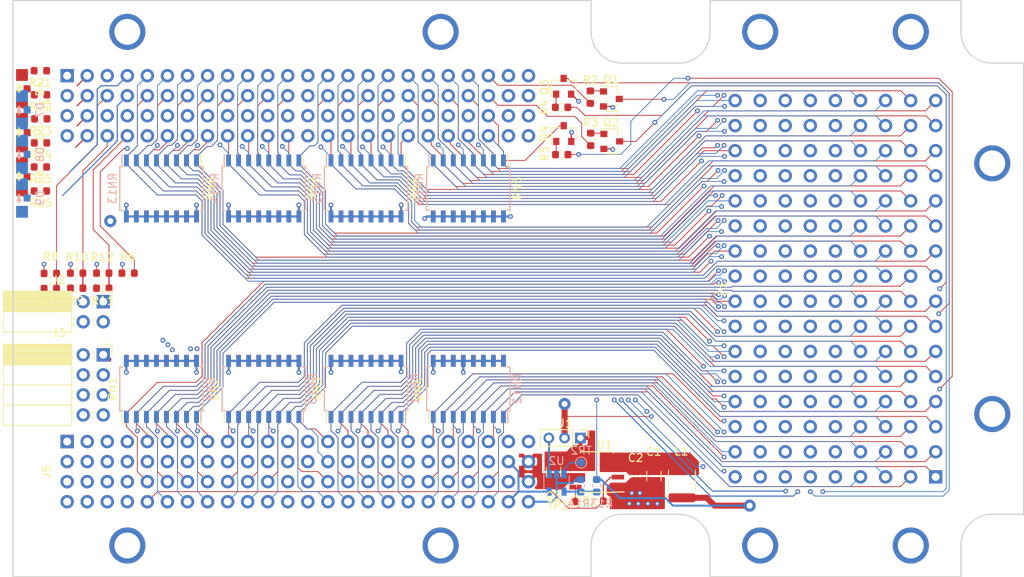
<source format=kicad_pcb>
(kicad_pcb (version 20171130) (host pcbnew 5.0.1)
  (layers (0 F.Cu signal) (1 In1.Cu signal) (2 In2.Cu signal) (31 B.Cu signal) (34 B.Paste user) (35 F.Paste user) (36 B.SilkS user) (37 F.SilkS user) (38 B.Mask user) (39 F.Mask user) (44 Edge.Cuts user))
  (net 0 "")
  (net 1 "Net-(J4-Pad3)")
  (net 2 GND)
  (net 3 /StyxConnectors/DBG1)
  (net 4 /StyxConnectors/DBG2)
  (net 5 /StyxConnectors/DBG3)
  (net 6 /StyxConnectors/DBG4)
  (net 7 +3V3_FPGA)
  (net 8 MRAG)
  (net 9 MWAG)
  (net 10 MRGG)
  (net 11 MSP)
  (net 12 MGP_n)
  (net 13 MRLG)
  (net 14 MRSC)
  (net 15 MONWT)
  (net 16 MWLG)
  (net 17 MINKL)
  (net 18 MINHL)
  (net 19 MGOJAM)
  (net 20 MSTPIT_n)
  (net 21 MPAL_n)
  (net 22 MRPTAL_n)
  (net 23 MTCAL_n)
  (net 24 MCTRAL_n)
  (net 25 MIIP)
  (net 26 MBR2)
  (net 27 MBR1)
  (net 28 MSQ16)
  (net 29 MSQEXT)
  (net 30 MSQ14)
  (net 31 MSQ13)
  (net 32 MSQ12)
  (net 33 MSQ11)
  (net 34 MSQ10)
  (net 35 MWBG)
  (net 36 MWQG)
  (net 37 MWYG)
  (net 38 MWZG)
  (net 39 MWSG)
  (net 40 MTCSA_n)
  (net 41 MST3)
  (net 42 MST2)
  (net 43 MST1)
  (net 44 ADC_3V3_P)
  (net 45 MT12)
  (net 46 MT11)
  (net 47 MT10)
  (net 48 MT09)
  (net 49 MT08)
  (net 50 MT07)
  (net 51 MT06)
  (net 52 MT05)
  (net 53 MT04)
  (net 54 MT03)
  (net 55 MT02)
  (net 56 MT01)
  (net 57 MWL16)
  (net 58 MWL15)
  (net 59 MWL14)
  (net 60 MWL13)
  (net 61 MWL12)
  (net 62 MWL11)
  (net 63 MWL10)
  (net 64 MWL09)
  (net 65 MWL08)
  (net 66 MWL07)
  (net 67 MWL06)
  (net 68 MWL05)
  (net 69 MWL04)
  (net 70 MWL03)
  (net 71 MWL02)
  (net 72 MWL01)
  (net 73 MTLO)
  (net 74 MRCH)
  (net 75 MWCH)
  (net 76 ADC_4SW_P)
  (net 77 ADC_BPLSSW_P)
  (net 78 MWATCH_n)
  (net 79 MREQIN)
  (net 80 MNISQ)
  (net 81 MWG)
  (net 82 MDT01)
  (net 83 MDT02)
  (net 84 MDT03)
  (net 85 MDT04)
  (net 86 MDT05)
  (net 87 MDT06)
  (net 88 MDT07)
  (net 89 MDT08)
  (net 90 MDT09)
  (net 91 MDT10)
  (net 92 MDT11)
  (net 93 MDT12)
  (net 94 MDT13)
  (net 95 MDT14)
  (net 96 MDT15)
  (net 97 MDT16)
  (net 98 MRULOG)
  (net 99 MWFBG)
  (net 100 MWEBG)
  (net 101 MWBBEG)
  (net 102 ALGA)
  (net 103 STRT1)
  (net 104 STRT2)
  (net 105 MNHSBF)
  (net 106 MNHNC)
  (net 107 MNHRPT)
  (net 108 MTCSAI)
  (net 109 MSTRT)
  (net 110 MSTP)
  (net 111 MSBSTP)
  (net 112 MRDCH)
  (net 113 MLDCH)
  (net 114 CTRL1)
  (net 115 CTRL2)
  (net 116 MONPAR)
  (net 117 MONWBK)
  (net 118 MLOAD)
  (net 119 MREAD)
  (net 120 MON800)
  (net 121 MPIPAL_n)
  (net 122 BPLSSW)
  (net 123 +4SW)
  (net 124 MSP803)
  (net 125 SIGNY)
  (net 126 MSP805)
  (net 127 MSP806)
  (net 128 MSP807)
  (net 129 MSCDBL_n)
  (net 130 NHALGA)
  (net 131 DOSCAL)
  (net 132 DBLTST)
  (net 133 MWARNF_n)
  (net 134 OUTCOM)
  (net 135 MSCAFL_n)
  (net 136 MOSCAL_n)
  (net 137 MVFAIL_n)
  (net 138 MSP902)
  (net 139 MSP904)
  (net 140 MAMU)
  (net 141 MSP908)
  (net 142 MSP910)
  (net 143 MSP912)
  (net 144 MSP914)
  (net 145 MSP916)
  (net 146 SIGNY_n)
  (net 147 "Net-(Q1-Pad1)")
  (net 148 "Net-(Q2-Pad1)")
  (net 149 "Net-(Q3-Pad1)")
  (net 150 "Net-(C1-Pad1)")
  (net 151 +3V3_AGC)
  (net 152 /StyxConnectors/LED1)
  (net 153 /StyxConnectors/LED2)
  (net 154 /StyxConnectors/LED3)
  (net 155 /StyxConnectors/LED4)
  (net 156 /StyxConnectors/DBG5)
  (net 157 /StyxConnectors/DBG6)
  (net 158 "Net-(J5-Pad1)")
  (net 159 "Net-(J5-Pad2)")
  (net 160 "Net-(J5-Pad5)")
  (net 161 "Net-(J5-Pad6)")
  (net 162 "Net-(J5-Pad9)")
  (net 163 "Net-(J5-Pad10)")
  (net 164 "Net-(J5-Pad13)")
  (net 165 "Net-(J5-Pad14)")
  (net 166 EN_3V3_AGC)
  (net 167 "Net-(J5-Pad89)")
  (net 168 "Net-(J5-Pad91)")
  (net 169 "Net-(D4-Pad1)")
  (net 170 "Net-(D5-Pad1)")
  (net 171 "Net-(D6-Pad1)")
  (net 172 "Net-(D7-Pad1)")
  (net 173 +3V3_IO)
  (net 174 NHSTRT1)
  (net 175 NHSTRT2)
  (net 176 "Net-(Q4-Pad1)")
  (net 177 "Net-(TP1-Pad1)")
  (net 178 "Net-(J1-Pad3)")
  (net 179 "Net-(R13-Pad2)")
  (net 180 "Net-(TP2-Pad1)")
  (net 181 "Net-(RN9-Pad8)")
  (net 182 "Net-(D8-Pad1)")
  (net 183 "Net-(D9-Pad1)")
  (net 184 /StyxConnectors/LED5)
  (net 185 /StyxConnectors/LED6)
  (net 186 "Net-(J4-Pad96)")
  (net 187 "Net-(J4-Pad95)")
  (net 188 "Net-(J4-Pad94)")
  (net 189 "Net-(J4-Pad93)")
  (net 190 "Net-(J5-Pad3)")
  (net 191 /StyxConnectors/3V3_LED)
  (net 192 "Net-(D4-Pad3)")
  (net 193 "Net-(D5-Pad3)")
  (net 194 "Net-(D6-Pad3)")
  (net 195 "Net-(D7-Pad3)")
  (net 196 "Net-(D8-Pad3)")
  (net 197 "Net-(D9-Pad3)")
  (module agc_monitor:test_connector (layer F.Cu) (at 203.2 101.6 270)
    (fp_text reference P1 (at 0 14.2875 270) (layer F.SilkS))
    (fp_text value test_connector hide)
    (pad 916 thru_hole circle (at -23.8506 12.7 270) (size 1.7 1.7) (drill 1) (layers *.Cu *.Mask) (net 145 MSP916))
    (pad 915 thru_hole circle (at -20.67052 12.7 270) (size 1.7 1.7) (drill 1) (layers *.Cu *.Mask) (net 2 GND))
    (pad 914 thru_hole circle (at -17.49044 12.7 270) (size 1.7 1.7) (drill 1) (layers *.Cu *.Mask) (net 144 MSP914))
    (pad 913 thru_hole circle (at -14.31036 12.7 270) (size 1.7 1.7) (drill 1) (layers *.Cu *.Mask) (net 2 GND))
    (pad 912 thru_hole circle (at -11.13028 12.7 270) (size 1.7 1.7) (drill 1) (layers *.Cu *.Mask) (net 143 MSP912))
    (pad 911 thru_hole circle (at -7.9502 12.7 270) (size 1.7 1.7) (drill 1) (layers *.Cu *.Mask) (net 2 GND))
    (pad 910 thru_hole circle (at -4.77012 12.7 270) (size 1.7 1.7) (drill 1) (layers *.Cu *.Mask) (net 142 MSP910))
    (pad 909 thru_hole circle (at -1.59004 12.7 270) (size 1.7 1.7) (drill 1) (layers *.Cu *.Mask) (net 2 GND))
    (pad 908 thru_hole circle (at 1.59004 12.7 270) (size 1.7 1.7) (drill 1) (layers *.Cu *.Mask) (net 141 MSP908))
    (pad 907 thru_hole circle (at 4.77012 12.7 270) (size 1.7 1.7) (drill 1) (layers *.Cu *.Mask) (net 2 GND))
    (pad 906 thru_hole circle (at 7.9502 12.7 270) (size 1.7 1.7) (drill 1) (layers *.Cu *.Mask) (net 140 MAMU))
    (pad 905 thru_hole circle (at 11.13028 12.7 270) (size 1.7 1.7) (drill 1) (layers *.Cu *.Mask) (net 2 GND))
    (pad 904 thru_hole circle (at 14.31036 12.7 270) (size 1.7 1.7) (drill 1) (layers *.Cu *.Mask) (net 139 MSP904))
    (pad 903 thru_hole circle (at 17.49044 12.7 270) (size 1.7 1.7) (drill 1) (layers *.Cu *.Mask) (net 2 GND))
    (pad 902 thru_hole circle (at 20.67052 12.7 270) (size 1.7 1.7) (drill 1) (layers *.Cu *.Mask) (net 138 MSP902))
    (pad 901 thru_hole circle (at 23.8506 12.7 270) (size 1.7 1.7) (drill 1) (layers *.Cu *.Mask) (net 2 GND))
    (pad 816 thru_hole circle (at -23.8506 9.525 270) (size 1.7 1.7) (drill 1) (layers *.Cu *.Mask) (net 137 MVFAIL_n))
    (pad 815 thru_hole circle (at -20.67052 9.525 270) (size 1.7 1.7) (drill 1) (layers *.Cu *.Mask) (net 136 MOSCAL_n))
    (pad 814 thru_hole circle (at -17.49044 9.525 270) (size 1.7 1.7) (drill 1) (layers *.Cu *.Mask) (net 135 MSCAFL_n))
    (pad 813 thru_hole circle (at -14.31036 9.525 270) (size 1.7 1.7) (drill 1) (layers *.Cu *.Mask) (net 134 OUTCOM))
    (pad 812 thru_hole circle (at -11.13028 9.525 270) (size 1.7 1.7) (drill 1) (layers *.Cu *.Mask) (net 133 MWARNF_n))
    (pad 811 thru_hole circle (at -7.9502 9.525 270) (size 1.7 1.7) (drill 1) (layers *.Cu *.Mask) (net 132 DBLTST))
    (pad 810 thru_hole circle (at -4.77012 9.525 270) (size 1.7 1.7) (drill 1) (layers *.Cu *.Mask) (net 131 DOSCAL))
    (pad 809 thru_hole circle (at -1.59004 9.525 270) (size 1.7 1.7) (drill 1) (layers *.Cu *.Mask) (net 130 NHALGA))
    (pad 808 thru_hole circle (at 1.59004 9.525 270) (size 1.7 1.7) (drill 1) (layers *.Cu *.Mask) (net 129 MSCDBL_n))
    (pad 807 thru_hole circle (at 4.77012 9.525 270) (size 1.7 1.7) (drill 1) (layers *.Cu *.Mask) (net 128 MSP807))
    (pad 806 thru_hole circle (at 7.9502 9.525 270) (size 1.7 1.7) (drill 1) (layers *.Cu *.Mask) (net 127 MSP806))
    (pad 805 thru_hole circle (at 11.13028 9.525 270) (size 1.7 1.7) (drill 1) (layers *.Cu *.Mask) (net 126 MSP805))
    (pad 804 thru_hole circle (at 14.31036 9.525 270) (size 1.7 1.7) (drill 1) (layers *.Cu *.Mask) (net 125 SIGNY))
    (pad 803 thru_hole circle (at 17.49044 9.525 270) (size 1.7 1.7) (drill 1) (layers *.Cu *.Mask) (net 124 MSP803))
    (pad 802 thru_hole circle (at 20.67052 9.525 270) (size 1.7 1.7) (drill 1) (layers *.Cu *.Mask) (net 123 +4SW))
    (pad 801 thru_hole circle (at 23.8506 9.525 270) (size 1.7 1.7) (drill 1) (layers *.Cu *.Mask) (net 122 BPLSSW))
    (pad 716 thru_hole circle (at -23.8506 6.35 270) (size 1.7 1.7) (drill 1) (layers *.Cu *.Mask) (net 121 MPIPAL_n))
    (pad 715 thru_hole circle (at -20.67052 6.35 270) (size 1.7 1.7) (drill 1) (layers *.Cu *.Mask) (net 120 MON800))
    (pad 714 thru_hole circle (at -17.49044 6.35 270) (size 1.7 1.7) (drill 1) (layers *.Cu *.Mask) (net 119 MREAD))
    (pad 713 thru_hole circle (at -14.31036 6.35 270) (size 1.7 1.7) (drill 1) (layers *.Cu *.Mask) (net 118 MLOAD))
    (pad 712 thru_hole circle (at -11.13028 6.35 270) (size 1.7 1.7) (drill 1) (layers *.Cu *.Mask) (net 78 MWATCH_n))
    (pad 711 thru_hole circle (at -7.9502 6.35 270) (size 1.7 1.7) (drill 1) (layers *.Cu *.Mask) (net 79 MREQIN))
    (pad 710 thru_hole circle (at -4.77012 6.35 270) (size 1.7 1.7) (drill 1) (layers *.Cu *.Mask) (net 80 MNISQ))
    (pad 709 thru_hole circle (at -1.59004 6.35 270) (size 1.7 1.7) (drill 1) (layers *.Cu *.Mask) (net 81 MWG))
    (pad 708 thru_hole circle (at 1.59004 6.35 270) (size 1.7 1.7) (drill 1) (layers *.Cu *.Mask) (net 117 MONWBK))
    (pad 707 thru_hole circle (at 4.77012 6.35 270) (size 1.7 1.7) (drill 1) (layers *.Cu *.Mask) (net 116 MONPAR))
    (pad 706 thru_hole circle (at 7.9502 6.35 270) (size 1.7 1.7) (drill 1) (layers *.Cu *.Mask) (net 74 MRCH))
    (pad 705 thru_hole circle (at 11.13028 6.35 270) (size 1.7 1.7) (drill 1) (layers *.Cu *.Mask) (net 75 MWCH))
    (pad 704 thru_hole circle (at 14.31036 6.35 270) (size 1.7 1.7) (drill 1) (layers *.Cu *.Mask) (net 73 MTLO))
    (pad 703 thru_hole circle (at 17.49044 6.35 270) (size 1.7 1.7) (drill 1) (layers *.Cu *.Mask) (net 173 +3V3_IO))
    (pad 702 thru_hole circle (at 20.67052 6.35 270) (size 1.7 1.7) (drill 1) (layers *.Cu *.Mask) (net 115 CTRL2))
    (pad 701 thru_hole circle (at 23.8506 6.35 270) (size 1.7 1.7) (drill 1) (layers *.Cu *.Mask) (net 114 CTRL1))
    (pad 616 thru_hole circle (at -23.8506 3.175 270) (size 1.7 1.7) (drill 1) (layers *.Cu *.Mask) (net 8 MRAG))
    (pad 615 thru_hole circle (at -20.67052 3.175 270) (size 1.7 1.7) (drill 1) (layers *.Cu *.Mask) (net 9 MWAG))
    (pad 614 thru_hole circle (at -17.49044 3.175 270) (size 1.7 1.7) (drill 1) (layers *.Cu *.Mask) (net 10 MRGG))
    (pad 613 thru_hole circle (at -14.31036 3.175 270) (size 1.7 1.7) (drill 1) (layers *.Cu *.Mask) (net 11 MSP))
    (pad 612 thru_hole circle (at -11.13028 3.175 270) (size 1.7 1.7) (drill 1) (layers *.Cu *.Mask) (net 12 MGP_n))
    (pad 611 thru_hole circle (at -7.9502 3.175 270) (size 1.7 1.7) (drill 1) (layers *.Cu *.Mask) (net 113 MLDCH))
    (pad 610 thru_hole circle (at -4.77012 3.175 270) (size 1.7 1.7) (drill 1) (layers *.Cu *.Mask) (net 112 MRDCH))
    (pad 609 thru_hole circle (at -1.59004 3.175 270) (size 1.7 1.7) (drill 1) (layers *.Cu *.Mask) (net 111 MSBSTP))
    (pad 608 thru_hole circle (at 1.59004 3.175 270) (size 1.7 1.7) (drill 1) (layers *.Cu *.Mask) (net 110 MSTP))
    (pad 607 thru_hole circle (at 4.77012 3.175 270) (size 1.7 1.7) (drill 1) (layers *.Cu *.Mask) (net 109 MSTRT))
    (pad 606 thru_hole circle (at 7.9502 3.175 270) (size 1.7 1.7) (drill 1) (layers *.Cu *.Mask) (net 108 MTCSAI))
    (pad 605 thru_hole circle (at 11.13028 3.175 270) (size 1.7 1.7) (drill 1) (layers *.Cu *.Mask) (net 107 MNHRPT))
    (pad 604 thru_hole circle (at 14.31036 3.175 270) (size 1.7 1.7) (drill 1) (layers *.Cu *.Mask) (net 106 MNHNC))
    (pad 603 thru_hole circle (at 17.49044 3.175 270) (size 1.7 1.7) (drill 1) (layers *.Cu *.Mask) (net 105 MNHSBF))
    (pad 602 thru_hole circle (at 20.67052 3.175 270) (size 1.7 1.7) (drill 1) (layers *.Cu *.Mask) (net 104 STRT2))
    (pad 601 thru_hole circle (at 23.8506 3.175 270) (size 1.7 1.7) (drill 1) (layers *.Cu *.Mask) (net 103 STRT1))
    (pad 516 thru_hole circle (at -23.8506 0 270) (size 1.7 1.7) (drill 1) (layers *.Cu *.Mask) (net 13 MRLG))
    (pad 515 thru_hole circle (at -20.67052 0 270) (size 1.7 1.7) (drill 1) (layers *.Cu *.Mask) (net 14 MRSC))
    (pad 514 thru_hole circle (at -17.49044 0 270) (size 1.7 1.7) (drill 1) (layers *.Cu *.Mask) (net 15 MONWT))
    (pad 513 thru_hole circle (at -14.31036 0 270) (size 1.7 1.7) (drill 1) (layers *.Cu *.Mask) (net 16 MWLG))
    (pad 512 thru_hole circle (at -11.13028 0 270) (size 1.7 1.7) (drill 1) (layers *.Cu *.Mask) (net 17 MINKL))
    (pad 511 thru_hole circle (at -7.9502 0 270) (size 1.7 1.7) (drill 1) (layers *.Cu *.Mask) (net 18 MINHL))
    (pad 510 thru_hole circle (at -4.77012 0 270) (size 1.7 1.7) (drill 1) (layers *.Cu *.Mask) (net 19 MGOJAM))
    (pad 509 thru_hole circle (at -1.59004 0 270) (size 1.7 1.7) (drill 1) (layers *.Cu *.Mask) (net 20 MSTPIT_n))
    (pad 508 thru_hole circle (at 1.59004 0 270) (size 1.7 1.7) (drill 1) (layers *.Cu *.Mask) (net 21 MPAL_n))
    (pad 507 thru_hole circle (at 4.77012 0 270) (size 1.7 1.7) (drill 1) (layers *.Cu *.Mask) (net 102 ALGA))
    (pad 506 thru_hole circle (at 7.9502 0 270) (size 1.7 1.7) (drill 1) (layers *.Cu *.Mask) (net 22 MRPTAL_n))
    (pad 505 thru_hole circle (at 11.13028 0 270) (size 1.7 1.7) (drill 1) (layers *.Cu *.Mask) (net 23 MTCAL_n))
    (pad 504 thru_hole circle (at 14.31036 0 270) (size 1.7 1.7) (drill 1) (layers *.Cu *.Mask) (net 24 MCTRAL_n))
    (pad 503 thru_hole circle (at 17.49044 0 270) (size 1.7 1.7) (drill 1) (layers *.Cu *.Mask) (net 25 MIIP))
    (pad 502 thru_hole circle (at 20.67052 0 270) (size 1.7 1.7) (drill 1) (layers *.Cu *.Mask) (net 26 MBR2))
    (pad 501 thru_hole circle (at 23.8506 0 270) (size 1.7 1.7) (drill 1) (layers *.Cu *.Mask) (net 27 MBR1))
    (pad 416 thru_hole circle (at -23.8506 -3.175 270) (size 1.7 1.7) (drill 1) (layers *.Cu *.Mask) (net 28 MSQ16))
    (pad 415 thru_hole circle (at -20.67052 -3.175 270) (size 1.7 1.7) (drill 1) (layers *.Cu *.Mask) (net 29 MSQEXT))
    (pad 414 thru_hole circle (at -17.49044 -3.175 270) (size 1.7 1.7) (drill 1) (layers *.Cu *.Mask) (net 30 MSQ14))
    (pad 413 thru_hole circle (at -14.31036 -3.175 270) (size 1.7 1.7) (drill 1) (layers *.Cu *.Mask) (net 31 MSQ13))
    (pad 412 thru_hole circle (at -11.13028 -3.175 270) (size 1.7 1.7) (drill 1) (layers *.Cu *.Mask) (net 32 MSQ12))
    (pad 411 thru_hole circle (at -7.9502 -3.175 270) (size 1.7 1.7) (drill 1) (layers *.Cu *.Mask) (net 33 MSQ11))
    (pad 410 thru_hole circle (at -4.77012 -3.175 270) (size 1.7 1.7) (drill 1) (layers *.Cu *.Mask) (net 34 MSQ10))
    (pad 409 thru_hole circle (at -1.59004 -3.175 270) (size 1.7 1.7) (drill 1) (layers *.Cu *.Mask) (net 35 MWBG))
    (pad 408 thru_hole circle (at 1.59004 -3.175 270) (size 1.7 1.7) (drill 1) (layers *.Cu *.Mask) (net 36 MWQG))
    (pad 407 thru_hole circle (at 4.77012 -3.175 270) (size 1.7 1.7) (drill 1) (layers *.Cu *.Mask) (net 37 MWYG))
    (pad 406 thru_hole circle (at 7.9502 -3.175 270) (size 1.7 1.7) (drill 1) (layers *.Cu *.Mask) (net 38 MWZG))
    (pad 405 thru_hole circle (at 11.13028 -3.175 270) (size 1.7 1.7) (drill 1) (layers *.Cu *.Mask) (net 39 MWSG))
    (pad 404 thru_hole circle (at 14.31036 -3.175 270) (size 1.7 1.7) (drill 1) (layers *.Cu *.Mask) (net 40 MTCSA_n))
    (pad 403 thru_hole circle (at 17.49044 -3.175 270) (size 1.7 1.7) (drill 1) (layers *.Cu *.Mask) (net 41 MST3))
    (pad 402 thru_hole circle (at 20.67052 -3.175 270) (size 1.7 1.7) (drill 1) (layers *.Cu *.Mask) (net 42 MST2))
    (pad 401 thru_hole circle (at 23.8506 -3.175 270) (size 1.7 1.7) (drill 1) (layers *.Cu *.Mask) (net 43 MST1))
    (pad 316 thru_hole circle (at -23.8506 -6.35 270) (size 1.7 1.7) (drill 1) (layers *.Cu *.Mask) (net 101 MWBBEG))
    (pad 315 thru_hole circle (at -20.67052 -6.35 270) (size 1.7 1.7) (drill 1) (layers *.Cu *.Mask) (net 100 MWEBG))
    (pad 314 thru_hole circle (at -17.49044 -6.35 270) (size 1.7 1.7) (drill 1) (layers *.Cu *.Mask) (net 99 MWFBG))
    (pad 313 thru_hole circle (at -14.31036 -6.35 270) (size 1.7 1.7) (drill 1) (layers *.Cu *.Mask) (net 98 MRULOG))
    (pad 312 thru_hole circle (at -11.13028 -6.35 270) (size 1.7 1.7) (drill 1) (layers *.Cu *.Mask) (net 45 MT12))
    (pad 311 thru_hole circle (at -7.9502 -6.35 270) (size 1.7 1.7) (drill 1) (layers *.Cu *.Mask) (net 46 MT11))
    (pad 310 thru_hole circle (at -4.77012 -6.35 270) (size 1.7 1.7) (drill 1) (layers *.Cu *.Mask) (net 47 MT10))
    (pad 309 thru_hole circle (at -1.59004 -6.35 270) (size 1.7 1.7) (drill 1) (layers *.Cu *.Mask) (net 48 MT09))
    (pad 308 thru_hole circle (at 1.59004 -6.35 270) (size 1.7 1.7) (drill 1) (layers *.Cu *.Mask) (net 49 MT08))
    (pad 307 thru_hole circle (at 4.77012 -6.35 270) (size 1.7 1.7) (drill 1) (layers *.Cu *.Mask) (net 50 MT07))
    (pad 306 thru_hole circle (at 7.9502 -6.35 270) (size 1.7 1.7) (drill 1) (layers *.Cu *.Mask) (net 51 MT06))
    (pad 305 thru_hole circle (at 11.13028 -6.35 270) (size 1.7 1.7) (drill 1) (layers *.Cu *.Mask) (net 52 MT05))
    (pad 304 thru_hole circle (at 14.31036 -6.35 270) (size 1.7 1.7) (drill 1) (layers *.Cu *.Mask) (net 53 MT04))
    (pad 303 thru_hole circle (at 17.49044 -6.35 270) (size 1.7 1.7) (drill 1) (layers *.Cu *.Mask) (net 54 MT03))
    (pad 302 thru_hole circle (at 20.67052 -6.35 270) (size 1.7 1.7) (drill 1) (layers *.Cu *.Mask) (net 55 MT02))
    (pad 301 thru_hole circle (at 23.8506 -6.35 270) (size 1.7 1.7) (drill 1) (layers *.Cu *.Mask) (net 56 MT01))
    (pad 216 thru_hole circle (at -23.8506 -9.525 270) (size 1.7 1.7) (drill 1) (layers *.Cu *.Mask) (net 57 MWL16))
    (pad 215 thru_hole circle (at -20.67052 -9.525 270) (size 1.7 1.7) (drill 1) (layers *.Cu *.Mask) (net 58 MWL15))
    (pad 214 thru_hole circle (at -17.49044 -9.525 270) (size 1.7 1.7) (drill 1) (layers *.Cu *.Mask) (net 59 MWL14))
    (pad 213 thru_hole circle (at -14.31036 -9.525 270) (size 1.7 1.7) (drill 1) (layers *.Cu *.Mask) (net 60 MWL13))
    (pad 212 thru_hole circle (at -11.13028 -9.525 270) (size 1.7 1.7) (drill 1) (layers *.Cu *.Mask) (net 61 MWL12))
    (pad 211 thru_hole circle (at -7.9502 -9.525 270) (size 1.7 1.7) (drill 1) (layers *.Cu *.Mask) (net 62 MWL11))
    (pad 210 thru_hole circle (at -4.77012 -9.525 270) (size 1.7 1.7) (drill 1) (layers *.Cu *.Mask) (net 63 MWL10))
    (pad 209 thru_hole circle (at -1.59004 -9.525 270) (size 1.7 1.7) (drill 1) (layers *.Cu *.Mask) (net 64 MWL09))
    (pad 208 thru_hole circle (at 1.59004 -9.525 270) (size 1.7 1.7) (drill 1) (layers *.Cu *.Mask) (net 65 MWL08))
    (pad 207 thru_hole circle (at 4.77012 -9.525 270) (size 1.7 1.7) (drill 1) (layers *.Cu *.Mask) (net 66 MWL07))
    (pad 206 thru_hole circle (at 7.9502 -9.525 270) (size 1.7 1.7) (drill 1) (layers *.Cu *.Mask) (net 67 MWL06))
    (pad 205 thru_hole circle (at 11.13028 -9.525 270) (size 1.7 1.7) (drill 1) (layers *.Cu *.Mask) (net 68 MWL05))
    (pad 204 thru_hole circle (at 14.31036 -9.525 270) (size 1.7 1.7) (drill 1) (layers *.Cu *.Mask) (net 69 MWL04))
    (pad 203 thru_hole circle (at 17.49044 -9.525 270) (size 1.7 1.7) (drill 1) (layers *.Cu *.Mask) (net 70 MWL03))
    (pad 202 thru_hole circle (at 20.67052 -9.525 270) (size 1.7 1.7) (drill 1) (layers *.Cu *.Mask) (net 71 MWL02))
    (pad 201 thru_hole circle (at 23.8506 -9.525 270) (size 1.7 1.7) (drill 1) (layers *.Cu *.Mask) (net 72 MWL01))
    (pad 116 thru_hole circle (at -23.8506 -12.7 270) (size 1.7 1.7) (drill 1) (layers *.Cu *.Mask) (net 97 MDT16))
    (pad 115 thru_hole circle (at -20.67052 -12.7 270) (size 1.7 1.7) (drill 1) (layers *.Cu *.Mask) (net 96 MDT15))
    (pad 114 thru_hole circle (at -17.49044 -12.7 270) (size 1.7 1.7) (drill 1) (layers *.Cu *.Mask) (net 95 MDT14))
    (pad 113 thru_hole circle (at -14.31036 -12.7 270) (size 1.7 1.7) (drill 1) (layers *.Cu *.Mask) (net 94 MDT13))
    (pad 112 thru_hole circle (at -11.13028 -12.7 270) (size 1.7 1.7) (drill 1) (layers *.Cu *.Mask) (net 93 MDT12))
    (pad 111 thru_hole circle (at -7.9502 -12.7 270) (size 1.7 1.7) (drill 1) (layers *.Cu *.Mask) (net 92 MDT11))
    (pad 110 thru_hole circle (at -4.77012 -12.7 270) (size 1.7 1.7) (drill 1) (layers *.Cu *.Mask) (net 91 MDT10))
    (pad 109 thru_hole circle (at -1.59004 -12.7 270) (size 1.7 1.7) (drill 1) (layers *.Cu *.Mask) (net 90 MDT09))
    (pad 108 thru_hole circle (at 1.59004 -12.7 270) (size 1.7 1.7) (drill 1) (layers *.Cu *.Mask) (net 89 MDT08))
    (pad 107 thru_hole circle (at 4.77012 -12.7 270) (size 1.7 1.7) (drill 1) (layers *.Cu *.Mask) (net 88 MDT07))
    (pad 106 thru_hole circle (at 7.9502 -12.7 270) (size 1.7 1.7) (drill 1) (layers *.Cu *.Mask) (net 87 MDT06))
    (pad 105 thru_hole circle (at 11.13028 -12.7 270) (size 1.7 1.7) (drill 1) (layers *.Cu *.Mask) (net 86 MDT05))
    (pad 104 thru_hole circle (at 14.31036 -12.7 270) (size 1.7 1.7) (drill 1) (layers *.Cu *.Mask) (net 85 MDT04))
    (pad 103 thru_hole circle (at 17.49044 -12.7 270) (size 1.7 1.7) (drill 1) (layers *.Cu *.Mask) (net 84 MDT03))
    (pad 102 thru_hole circle (at 20.67052 -12.7 270) (size 1.7 1.7) (drill 1) (layers *.Cu *.Mask) (net 83 MDT02))
    (pad 101 thru_hole rect (at 23.8506 -12.7 270) (size 1.7 1.7) (drill 1) (layers *.Cu *.Mask) (net 82 MDT01))
  )
  (module Capacitor_SMD:C_0603_1608Metric (layer F.Cu) (at 177.927 125.3745 270)
    (fp_text reference C2 (at -2.3369 0.0254) (layer F.SilkS))
    (fp_text value 0.1uF hide)
    (pad 2 smd roundrect (at 0.7875 0 270) (size 0.875 0.95) (layers F.Cu F.Paste F.Mask) (net 2 GND))
    (pad 1 smd roundrect (at -0.7875 0 270) (size 0.875 0.95) (layers F.Cu F.Paste F.Mask) (net 150 "Net-(C1-Pad1)"))
  )
  (module Resistor_SMD:R_0603_1608Metric (layer F.Cu) (at 172.212 82.677 270)
    (fp_text reference R3 (at -2.136412 -0.024778) (layer F.SilkS))
    (fp_text value 1.5k hide)
    (pad 2 smd roundrect (at 0.7875 0 270) (size 0.875 0.95) (layers F.Cu F.Paste F.Mask) (net 175 NHSTRT2))
    (pad 1 smd roundrect (at -0.7875 0 270) (size 0.875 0.95) (layers F.Cu F.Paste F.Mask) (net 148 "Net-(Q2-Pad1)"))
  )
  (module Resistor_SMD:R_0603_1608Metric (layer F.Cu) (at 174.5995 128.524)
    (fp_text reference R1 (at -2.451 0) (layer F.SilkS))
    (fp_text value 10k hide)
    (pad 1 smd roundrect (at -0.7875 0) (size 0.875 0.95) (layers F.Cu F.Paste F.Mask) (net 166 EN_3V3_AGC))
    (pad 2 smd roundrect (at 0.7875 0) (size 0.875 0.95) (layers F.Cu F.Paste F.Mask) (net 2 GND))
  )
  (module Resistor_SMD:R_0603_1608Metric (layer F.Cu) (at 172.16607 77.324268 270)
    (fp_text reference R2 (at -2.1845 0) (layer F.SilkS))
    (fp_text value 1.5k hide)
    (pad 2 smd roundrect (at 0.7875 0 270) (size 0.875 0.95) (layers F.Cu F.Paste F.Mask) (net 174 NHSTRT1))
    (pad 1 smd roundrect (at -0.7875 0 270) (size 0.875 0.95) (layers F.Cu F.Paste F.Mask) (net 147 "Net-(Q1-Pad1)"))
  )
  (module Resistor_SMD:R_0603_1608Metric (layer F.Cu) (at 168.529 78.613)
    (fp_text reference R4 (at -2.1845 0 90) (layer F.SilkS))
    (fp_text value 1.5k hide)
    (pad 1 smd roundrect (at -0.7875 0) (size 0.875 0.95) (layers F.Cu F.Paste F.Mask) (net 149 "Net-(Q3-Pad1)"))
    (pad 2 smd roundrect (at 0.7875 0) (size 0.875 0.95) (layers F.Cu F.Paste F.Mask) (net 130 NHALGA))
  )
  (module Resistor_SMD:R_0603_1608Metric (layer F.Cu) (at 168.547226 84.609682)
    (fp_text reference R5 (at -2.1845 -0.127 270) (layer F.SilkS))
    (fp_text value 1.5k hide)
    (pad 2 smd roundrect (at 0.7875 0) (size 0.875 0.95) (layers F.Cu F.Paste F.Mask) (net 125 SIGNY))
    (pad 1 smd roundrect (at -0.7875 0) (size 0.875 0.95) (layers F.Cu F.Paste F.Mask) (net 176 "Net-(Q4-Pad1)"))
  )
  (module Resistor_SMD:R_0603_1608Metric (layer F.Cu) (at 113.6395 99.6315 180)
    (fp_text reference R6 (at 0.038 2.0955 180) (layer F.SilkS))
    (fp_text value 1.2k hide)
    (pad 2 smd roundrect (at 0.7875 0 180) (size 0.875 0.95) (layers F.Cu F.Paste F.Mask) (net 2 GND))
    (pad 1 smd roundrect (at -0.7875 0 180) (size 0.875 0.95) (layers F.Cu F.Paste F.Mask) (net 73 MTLO))
  )
  (module Resistor_SMD:R_0603_1608Metric (layer F.Cu) (at 103.786766 101.574629)
    (fp_text reference R7 (at 0.035734 1.549371) (layer F.SilkS))
    (fp_text value 4.7k hide)
    (pad 1 smd roundrect (at -0.7875 0) (size 0.875 0.95) (layers F.Cu F.Paste F.Mask) (net 173 +3V3_IO))
    (pad 2 smd roundrect (at 0.7875 0) (size 0.875 0.95) (layers F.Cu F.Paste F.Mask) (net 44 ADC_3V3_P))
  )
  (module Resistor_SMD:R_0603_1608Metric (layer F.Cu) (at 103.786766 99.669629 180)
    (fp_text reference R8 (at -0.035734 2.133629 180) (layer F.SilkS))
    (fp_text value 1.5k hide)
    (pad 1 smd roundrect (at -0.7875 0 180) (size 0.875 0.95) (layers F.Cu F.Paste F.Mask) (net 44 ADC_3V3_P))
    (pad 2 smd roundrect (at 0.7875 0 180) (size 0.875 0.95) (layers F.Cu F.Paste F.Mask) (net 2 GND))
  )
  (module Resistor_SMD:R_0603_1608Metric (layer F.Cu) (at 107.1245 101.5365)
    (fp_text reference R9 (at 0 1.5875) (layer F.SilkS))
    (fp_text value 4.7k hide)
    (pad 2 smd roundrect (at 0.7875 0) (size 0.875 0.95) (layers F.Cu F.Paste F.Mask) (net 76 ADC_4SW_P))
    (pad 1 smd roundrect (at -0.7875 0) (size 0.875 0.95) (layers F.Cu F.Paste F.Mask) (net 123 +4SW))
  )
  (module Resistor_SMD:R_0603_1608Metric (layer F.Cu) (at 107.1245 99.6315 180)
    (fp_text reference R10 (at -0.0635 2.032 180) (layer F.SilkS))
    (fp_text value 1.2k hide)
    (pad 1 smd roundrect (at -0.7875 0 180) (size 0.875 0.95) (layers F.Cu F.Paste F.Mask) (net 76 ADC_4SW_P))
    (pad 2 smd roundrect (at 0.7875 0 180) (size 0.875 0.95) (layers F.Cu F.Paste F.Mask) (net 2 GND))
  )
  (module Resistor_SMD:R_0603_1608Metric (layer F.Cu) (at 110.4265 101.5365)
    (fp_text reference R11 (at 0 1.5875) (layer F.SilkS))
    (fp_text value 22k hide)
    (pad 2 smd roundrect (at 0.7875 0) (size 0.875 0.95) (layers F.Cu F.Paste F.Mask) (net 77 ADC_BPLSSW_P))
    (pad 1 smd roundrect (at -0.7875 0) (size 0.875 0.95) (layers F.Cu F.Paste F.Mask) (net 122 BPLSSW))
  )
  (module Resistor_SMD:R_0603_1608Metric (layer F.Cu) (at 110.4265 99.6315 180)
    (fp_text reference R12 (at 0.0635 2.032 180) (layer F.SilkS))
    (fp_text value 1.5k hide)
    (pad 1 smd roundrect (at -0.7875 0 180) (size 0.875 0.95) (layers F.Cu F.Paste F.Mask) (net 77 ADC_BPLSSW_P))
    (pad 2 smd roundrect (at 0.7875 0 180) (size 0.875 0.95) (layers F.Cu F.Paste F.Mask) (net 2 GND))
  )
  (module Resistor_SMD:R_0603_1608Metric (layer F.Cu) (at 102.527 73.9775)
    (fp_text reference R21 (at -0.0255 1.524) (layer F.SilkS))
    (fp_text value 330 hide)
    (pad 2 smd roundrect (at 0.7875 0) (size 0.875 0.95) (layers F.Cu F.Paste F.Mask) (net 152 /StyxConnectors/LED1))
    (pad 1 smd roundrect (at -0.7875 0) (size 0.875 0.95) (layers F.Cu F.Paste F.Mask) (net 169 "Net-(D4-Pad1)"))
  )
  (module Resistor_SMD:R_0603_1608Metric (layer F.Cu) (at 102.5525 77.0255)
    (fp_text reference R22 (at 0 1.524) (layer F.SilkS))
    (fp_text value 330 hide)
    (pad 1 smd roundrect (at -0.7875 0) (size 0.875 0.95) (layers F.Cu F.Paste F.Mask) (net 170 "Net-(D5-Pad1)"))
    (pad 2 smd roundrect (at 0.7875 0) (size 0.875 0.95) (layers F.Cu F.Paste F.Mask) (net 153 /StyxConnectors/LED2))
  )
  (module Resistor_SMD:R_0603_1608Metric (layer F.Cu) (at 102.578 80.0735)
    (fp_text reference R23 (at -0.0255 1.524) (layer F.SilkS))
    (fp_text value 330 hide)
    (pad 2 smd roundrect (at 0.7875 0) (size 0.875 0.95) (layers F.Cu F.Paste F.Mask) (net 154 /StyxConnectors/LED3))
    (pad 1 smd roundrect (at -0.7875 0) (size 0.875 0.95) (layers F.Cu F.Paste F.Mask) (net 171 "Net-(D6-Pad1)"))
  )
  (module Resistor_SMD:R_0603_1608Metric (layer F.Cu) (at 102.5525 83.1215)
    (fp_text reference R24 (at 0 1.524) (layer F.SilkS))
    (fp_text value 330 hide)
    (pad 1 smd roundrect (at -0.7875 0) (size 0.875 0.95) (layers F.Cu F.Paste F.Mask) (net 172 "Net-(D7-Pad1)"))
    (pad 2 smd roundrect (at 0.7875 0) (size 0.875 0.95) (layers F.Cu F.Paste F.Mask) (net 155 /StyxConnectors/LED4))
  )
  (module Package_TO_SOT_SMD:SOT-23 (layer F.Cu) (at 174.83307 77.552768)
    (fp_text reference Q1 (at 0 -2.5) (layer F.SilkS))
    (fp_text value MMBT3904 hide)
    (pad 3 smd rect (at 1 0) (size 0.9 0.8) (layers F.Cu F.Paste F.Mask) (net 103 STRT1))
    (pad 2 smd rect (at -1 0.95) (size 0.9 0.8) (layers F.Cu F.Paste F.Mask) (net 2 GND))
    (pad 1 smd rect (at -1 -0.95) (size 0.9 0.8) (layers F.Cu F.Paste F.Mask) (net 147 "Net-(Q1-Pad1)"))
  )
  (module Package_TO_SOT_SMD:SOT-23 (layer F.Cu) (at 174.879 82.931)
    (fp_text reference Q2 (at -0.102222 -2.390412 -180) (layer F.SilkS))
    (fp_text value MMBT3904 hide)
    (pad 1 smd rect (at -1 -0.95) (size 0.9 0.8) (layers F.Cu F.Paste F.Mask) (net 148 "Net-(Q2-Pad1)"))
    (pad 2 smd rect (at -1 0.95) (size 0.9 0.8) (layers F.Cu F.Paste F.Mask) (net 2 GND))
    (pad 3 smd rect (at 1 0) (size 0.9 0.8) (layers F.Cu F.Paste F.Mask) (net 104 STRT2))
  )
  (module Package_TO_SOT_SMD:SOT-23 (layer F.Cu) (at 168.783 75.946 90)
    (fp_text reference Q3 (at -0.127 -2.413 270) (layer F.SilkS))
    (fp_text value MMBT3904 hide)
    (pad 1 smd rect (at -1 -0.95 90) (size 0.9 0.8) (layers F.Cu F.Paste F.Mask) (net 149 "Net-(Q3-Pad1)"))
    (pad 2 smd rect (at -1 0.95 90) (size 0.9 0.8) (layers F.Cu F.Paste F.Mask) (net 2 GND))
    (pad 3 smd rect (at 1 0 90) (size 0.9 0.8) (layers F.Cu F.Paste F.Mask) (net 102 ALGA))
  )
  (module agc_monitor:PinHeader_4x24_P2.54mm_Vertical (layer B.Cu) (at 135.128 78.415 270)
    (fp_text reference J4 (at -0.15 31.75 270) (layer F.SilkS))
    (fp_text value Styx_P4 hide)
    (pad 96 thru_hole circle (at 3.81 -29.21 270) (size 1.7 1.7) (drill 1) (layers *.Cu *.Mask) (net 186 "Net-(J4-Pad96)"))
    (pad 95 thru_hole circle (at 1.27 -29.21 270) (size 1.7 1.7) (drill 1) (layers *.Cu *.Mask) (net 187 "Net-(J4-Pad95)"))
    (pad 94 thru_hole circle (at -1.27 -29.21 270) (size 1.7 1.7) (drill 1) (layers *.Cu *.Mask) (net 188 "Net-(J4-Pad94)"))
    (pad 93 thru_hole circle (at -3.81 -29.21 270) (size 1.7 1.7) (drill 1) (layers *.Cu *.Mask) (net 189 "Net-(J4-Pad93)"))
    (pad 92 thru_hole circle (at 3.81 -26.67 270) (size 1.7 1.7) (drill 1) (layers *.Cu *.Mask) (net 2 GND))
    (pad 91 thru_hole circle (at 1.27 -26.67 270) (size 1.7 1.7) (drill 1) (layers *.Cu *.Mask) (net 2 GND))
    (pad 90 thru_hole circle (at -1.27 -26.67 270) (size 1.7 1.7) (drill 1) (layers *.Cu *.Mask) (net 2 GND))
    (pad 89 thru_hole circle (at -3.81 -26.67 270) (size 1.7 1.7) (drill 1) (layers *.Cu *.Mask) (net 2 GND))
    (pad 88 thru_hole circle (at 3.81 -24.13 270) (size 1.7 1.7) (drill 1) (layers *.Cu *.Mask) (net 28 MSQ16))
    (pad 87 thru_hole circle (at 1.27 -24.13 270) (size 1.7 1.7) (drill 1) (layers *.Cu *.Mask) (net 146 SIGNY_n))
    (pad 86 thru_hole circle (at -1.27 -24.13 270) (size 1.7 1.7) (drill 1) (layers *.Cu *.Mask) (net 175 NHSTRT2))
    (pad 85 thru_hole circle (at -3.81 -24.13 270) (size 1.7 1.7) (drill 1) (layers *.Cu *.Mask) (net 174 NHSTRT1))
    (pad 84 thru_hole circle (at 3.81 -21.59 270) (size 1.7 1.7) (drill 1) (layers *.Cu *.Mask) (net 8 MRAG))
    (pad 83 thru_hole circle (at 1.27 -21.59 270) (size 1.7 1.7) (drill 1) (layers *.Cu *.Mask) (net 145 MSP916))
    (pad 82 thru_hole circle (at -1.27 -21.59 270) (size 1.7 1.7) (drill 1) (layers *.Cu *.Mask) (net 57 MWL16))
    (pad 81 thru_hole circle (at -3.81 -21.59 270) (size 1.7 1.7) (drill 1) (layers *.Cu *.Mask) (net 137 MVFAIL_n))
    (pad 80 thru_hole circle (at 3.81 -19.05 270) (size 1.7 1.7) (drill 1) (layers *.Cu *.Mask) (net 97 MDT16))
    (pad 79 thru_hole circle (at 1.27 -19.05 270) (size 1.7 1.7) (drill 1) (layers *.Cu *.Mask) (net 101 MWBBEG))
    (pad 78 thru_hole circle (at -1.27 -19.05 270) (size 1.7 1.7) (drill 1) (layers *.Cu *.Mask) (net 13 MRLG))
    (pad 77 thru_hole circle (at -3.81 -19.05 270) (size 1.7 1.7) (drill 1) (layers *.Cu *.Mask) (net 121 MPIPAL_n))
    (pad 76 thru_hole circle (at 3.81 -16.51 270) (size 1.7 1.7) (drill 1) (layers *.Cu *.Mask) (net 14 MRSC))
    (pad 75 thru_hole circle (at 1.27 -16.51 270) (size 1.7 1.7) (drill 1) (layers *.Cu *.Mask) (net 120 MON800))
    (pad 74 thru_hole circle (at -1.27 -16.51 270) (size 1.7 1.7) (drill 1) (layers *.Cu *.Mask) (net 96 MDT15))
    (pad 73 thru_hole circle (at -3.81 -16.51 270) (size 1.7 1.7) (drill 1) (layers *.Cu *.Mask) (net 100 MWEBG))
    (pad 72 thru_hole circle (at 3.81 -13.97 270) (size 1.7 1.7) (drill 1) (layers *.Cu *.Mask) (net 58 MWL15))
    (pad 71 thru_hole circle (at 1.27 -13.97 270) (size 1.7 1.7) (drill 1) (layers *.Cu *.Mask) (net 29 MSQEXT))
    (pad 70 thru_hole circle (at -1.27 -13.97 270) (size 1.7 1.7) (drill 1) (layers *.Cu *.Mask) (net 9 MWAG))
    (pad 69 thru_hole circle (at -3.81 -13.97 270) (size 1.7 1.7) (drill 1) (layers *.Cu *.Mask) (net 136 MOSCAL_n))
    (pad 68 thru_hole circle (at 3.81 -11.43 270) (size 1.7 1.7) (drill 1) (layers *.Cu *.Mask) (net 59 MWL14))
    (pad 67 thru_hole circle (at 1.27 -11.43 270) (size 1.7 1.7) (drill 1) (layers *.Cu *.Mask) (net 30 MSQ14))
    (pad 66 thru_hole circle (at -1.27 -11.43 270) (size 1.7 1.7) (drill 1) (layers *.Cu *.Mask) (net 10 MRGG))
    (pad 65 thru_hole circle (at -3.81 -11.43 270) (size 1.7 1.7) (drill 1) (layers *.Cu *.Mask) (net 135 MSCAFL_n))
    (pad 64 thru_hole circle (at 3.81 -8.89 270) (size 1.7 1.7) (drill 1) (layers *.Cu *.Mask) (net 144 MSP914))
    (pad 63 thru_hole circle (at 1.27 -8.89 270) (size 1.7 1.7) (drill 1) (layers *.Cu *.Mask) (net 119 MREAD))
    (pad 62 thru_hole circle (at -1.27 -8.89 270) (size 1.7 1.7) (drill 1) (layers *.Cu *.Mask) (net 15 MONWT))
    (pad 61 thru_hole circle (at -3.81 -8.89 270) (size 1.7 1.7) (drill 1) (layers *.Cu *.Mask) (net 99 MWFBG))
    (pad 60 thru_hole circle (at 3.81 -6.35 270) (size 1.7 1.7) (drill 1) (layers *.Cu *.Mask) (net 95 MDT14))
    (pad 59 thru_hole circle (at 1.27 -6.35 270) (size 1.7 1.7) (drill 1) (layers *.Cu *.Mask) (net 98 MRULOG))
    (pad 58 thru_hole circle (at -1.27 -6.35 270) (size 1.7 1.7) (drill 1) (layers *.Cu *.Mask) (net 94 MDT13))
    (pad 57 thru_hole circle (at -3.81 -6.35 270) (size 1.7 1.7) (drill 1) (layers *.Cu *.Mask) (net 118 MLOAD))
    (pad 56 thru_hole circle (at 3.81 -3.81 270) (size 1.7 1.7) (drill 1) (layers *.Cu *.Mask) (net 16 MWLG))
    (pad 55 thru_hole circle (at 1.27 -3.81 270) (size 1.7 1.7) (drill 1) (layers *.Cu *.Mask) (net 134 OUTCOM))
    (pad 54 thru_hole circle (at -1.27 -3.81 270) (size 1.7 1.7) (drill 1) (layers *.Cu *.Mask) (net 11 MSP))
    (pad 53 thru_hole circle (at -3.81 -3.81 270) (size 1.7 1.7) (drill 1) (layers *.Cu *.Mask) (net 31 MSQ13))
    (pad 52 thru_hole circle (at 3.81 -1.27 270) (size 1.7 1.7) (drill 1) (layers *.Cu *.Mask) (net 2 GND))
    (pad 51 thru_hole circle (at 1.27 -1.27 270) (size 1.7 1.7) (drill 1) (layers *.Cu *.Mask) (net 2 GND))
    (pad 50 thru_hole circle (at -1.27 -1.27 270) (size 1.7 1.7) (drill 1) (layers *.Cu *.Mask) (net 2 GND))
    (pad 49 thru_hole circle (at -3.81 -1.27 270) (size 1.7 1.7) (drill 1) (layers *.Cu *.Mask) (net 2 GND))
    (pad 48 thru_hole circle (at 3.81 1.27 270) (size 1.7 1.7) (drill 1) (layers *.Cu *.Mask) (net 60 MWL13))
    (pad 47 thru_hole circle (at 1.27 1.27 270) (size 1.7 1.7) (drill 1) (layers *.Cu *.Mask) (net 32 MSQ12))
    (pad 46 thru_hole circle (at -1.27 1.27 270) (size 1.7 1.7) (drill 1) (layers *.Cu *.Mask) (net 61 MWL12))
    (pad 45 thru_hole circle (at -3.81 1.27 270) (size 1.7 1.7) (drill 1) (layers *.Cu *.Mask) (net 133 MWARNF_n))
    (pad 44 thru_hole circle (at 3.81 3.81 270) (size 1.7 1.7) (drill 1) (layers *.Cu *.Mask) (net 12 MGP_n))
    (pad 43 thru_hole circle (at 1.27 3.81 270) (size 1.7 1.7) (drill 1) (layers *.Cu *.Mask) (net 143 MSP912))
    (pad 42 thru_hole circle (at -1.27 3.81 270) (size 1.7 1.7) (drill 1) (layers *.Cu *.Mask) (net 17 MINKL))
    (pad 41 thru_hole circle (at -3.81 3.81 270) (size 1.7 1.7) (drill 1) (layers *.Cu *.Mask) (net 78 MWATCH_n))
    (pad 40 thru_hole circle (at 3.81 6.35 270) (size 1.7 1.7) (drill 1) (layers *.Cu *.Mask) (net 93 MDT12))
    (pad 39 thru_hole circle (at 1.27 6.35 270) (size 1.7 1.7) (drill 1) (layers *.Cu *.Mask) (net 45 MT12))
    (pad 38 thru_hole circle (at -1.27 6.35 270) (size 1.7 1.7) (drill 1) (layers *.Cu *.Mask) (net 92 MDT11))
    (pad 37 thru_hole circle (at -3.81 6.35 270) (size 1.7 1.7) (drill 1) (layers *.Cu *.Mask) (net 46 MT11))
    (pad 36 thru_hole circle (at 3.81 8.89 270) (size 1.7 1.7) (drill 1) (layers *.Cu *.Mask) (net 18 MINHL))
    (pad 35 thru_hole circle (at 1.27 8.89 270) (size 1.7 1.7) (drill 1) (layers *.Cu *.Mask) (net 79 MREQIN))
    (pad 34 thru_hole circle (at -1.27 8.89 270) (size 1.7 1.7) (drill 1) (layers *.Cu *.Mask) (net 113 MLDCH))
    (pad 33 thru_hole circle (at -3.81 8.89 270) (size 1.7 1.7) (drill 1) (layers *.Cu *.Mask) (net 132 DBLTST))
    (pad 32 thru_hole circle (at 3.81 11.43 270) (size 1.7 1.7) (drill 1) (layers *.Cu *.Mask) (net 62 MWL11))
    (pad 31 thru_hole circle (at 1.27 11.43 270) (size 1.7 1.7) (drill 1) (layers *.Cu *.Mask) (net 33 MSQ11))
    (pad 30 thru_hole circle (at -1.27 11.43 270) (size 1.7 1.7) (drill 1) (layers *.Cu *.Mask) (net 63 MWL10))
    (pad 29 thru_hole circle (at -3.81 11.43 270) (size 1.7 1.7) (drill 1) (layers *.Cu *.Mask) (net 34 MSQ10))
    (pad 28 thru_hole circle (at 3.81 13.97 270) (size 1.7 1.7) (drill 1) (layers *.Cu *.Mask) (net 112 MRDCH))
    (pad 27 thru_hole circle (at 1.27 13.97 270) (size 1.7 1.7) (drill 1) (layers *.Cu *.Mask) (net 131 DOSCAL))
    (pad 26 thru_hole circle (at -1.27 13.97 270) (size 1.7 1.7) (drill 1) (layers *.Cu *.Mask) (net 142 MSP910))
    (pad 25 thru_hole circle (at -3.81 13.97 270) (size 1.7 1.7) (drill 1) (layers *.Cu *.Mask) (net 80 MNISQ))
    (pad 24 thru_hole circle (at 3.81 16.51 270) (size 1.7 1.7) (drill 1) (layers *.Cu *.Mask) (net 19 MGOJAM))
    (pad 23 thru_hole circle (at 1.27 16.51 270) (size 1.7 1.7) (drill 1) (layers *.Cu *.Mask) (net 47 MT10))
    (pad 22 thru_hole circle (at -1.27 16.51 270) (size 1.7 1.7) (drill 1) (layers *.Cu *.Mask) (net 91 MDT10))
    (pad 21 thru_hole circle (at -3.81 16.51 270) (size 1.7 1.7) (drill 1) (layers *.Cu *.Mask) (net 48 MT09))
    (pad 20 thru_hole circle (at 3.81 19.05 270) (size 1.7 1.7) (drill 1) (layers *.Cu *.Mask) (net 73 MTLO))
    (pad 19 thru_hole circle (at 1.27 19.05 270) (size 1.7 1.7) (drill 1) (layers *.Cu *.Mask) (net 2 GND))
    (pad 18 thru_hole circle (at -1.27 19.05 270) (size 1.7 1.7) (drill 1) (layers *.Cu *.Mask) (net 90 MDT09))
    (pad 17 thru_hole circle (at -3.81 19.05 270) (size 1.7 1.7) (drill 1) (layers *.Cu *.Mask) (net 81 MWG))
    (pad 16 thru_hole circle (at 3.81 21.59 270) (size 1.7 1.7) (drill 1) (layers *.Cu *.Mask) (net 77 ADC_BPLSSW_P))
    (pad 15 thru_hole circle (at 1.27 21.59 270) (size 1.7 1.7) (drill 1) (layers *.Cu *.Mask) (net 2 GND))
    (pad 14 thru_hole circle (at -1.27 21.59 270) (size 1.7 1.7) (drill 1) (layers *.Cu *.Mask) (net 185 /StyxConnectors/LED6))
    (pad 13 thru_hole circle (at -3.81 21.59 270) (size 1.7 1.7) (drill 1) (layers *.Cu *.Mask) (net 184 /StyxConnectors/LED5))
    (pad 12 thru_hole circle (at 3.81 24.13 270) (size 1.7 1.7) (drill 1) (layers *.Cu *.Mask) (net 76 ADC_4SW_P))
    (pad 11 thru_hole circle (at 1.27 24.13 270) (size 1.7 1.7) (drill 1) (layers *.Cu *.Mask) (net 2 GND))
    (pad 10 thru_hole circle (at -1.27 24.13 270) (size 1.7 1.7) (drill 1) (layers *.Cu *.Mask) (net 44 ADC_3V3_P))
    (pad 9 thru_hole circle (at -3.81 24.13 270) (size 1.7 1.7) (drill 1) (layers *.Cu *.Mask) (net 2 GND))
    (pad 8 thru_hole circle (at 3.81 26.67 270) (size 1.7 1.7) (drill 1) (layers *.Cu *.Mask) (net 155 /StyxConnectors/LED4))
    (pad 7 thru_hole circle (at 1.27 26.67 270) (size 1.7 1.7) (drill 1) (layers *.Cu *.Mask) (net 154 /StyxConnectors/LED3))
    (pad 6 thru_hole circle (at -1.27 26.67 270) (size 1.7 1.7) (drill 1) (layers *.Cu *.Mask) (net 153 /StyxConnectors/LED2))
    (pad 5 thru_hole circle (at -3.81 26.67 270) (size 1.7 1.7) (drill 1) (layers *.Cu *.Mask) (net 152 /StyxConnectors/LED1))
    (pad 4 thru_hole circle (at 3.81 29.21 270) (size 1.7 1.7) (drill 1) (layers *.Cu *.Mask) (net 2 GND))
    (pad 3 thru_hole circle (at 1.27 29.21 270) (size 1.7 1.7) (drill 1) (layers *.Cu *.Mask) (net 1 "Net-(J4-Pad3)"))
    (pad 2 thru_hole circle (at -1.27 29.21 270) (size 1.7 1.7) (drill 1) (layers *.Cu *.Mask) (net 191 /StyxConnectors/3V3_LED))
    (pad 1 thru_hole rect (at -3.81 29.21 270) (size 1.7 1.7) (drill 1) (layers *.Cu *.Mask) (net 2 GND))
  )
  (module agc_monitor:PinHeader_4x24_P2.54mm_Vertical (layer B.Cu) (at 135.128 124.785 270)
    (fp_text reference J5 (at 0 31.75 270) (layer F.SilkS))
    (fp_text value Styx_P5 hide)
    (pad 96 thru_hole circle (at 3.81 -29.21 270) (size 1.7 1.7) (drill 1) (layers *.Cu *.Mask) (net 2 GND))
    (pad 95 thru_hole circle (at 1.27 -29.21 270) (size 1.7 1.7) (drill 1) (layers *.Cu *.Mask) (net 2 GND))
    (pad 94 thru_hole circle (at -1.27 -29.21 270) (size 1.7 1.7) (drill 1) (layers *.Cu *.Mask) (net 2 GND))
    (pad 93 thru_hole circle (at -3.81 -29.21 270) (size 1.7 1.7) (drill 1) (layers *.Cu *.Mask) (net 2 GND))
    (pad 92 thru_hole circle (at 3.81 -26.67 270) (size 1.7 1.7) (drill 1) (layers *.Cu *.Mask) (net 7 +3V3_FPGA))
    (pad 91 thru_hole circle (at 1.27 -26.67 270) (size 1.7 1.7) (drill 1) (layers *.Cu *.Mask) (net 168 "Net-(J5-Pad91)"))
    (pad 90 thru_hole circle (at -1.27 -26.67 270) (size 1.7 1.7) (drill 1) (layers *.Cu *.Mask) (net 7 +3V3_FPGA))
    (pad 89 thru_hole circle (at -3.81 -26.67 270) (size 1.7 1.7) (drill 1) (layers *.Cu *.Mask) (net 167 "Net-(J5-Pad89)"))
    (pad 88 thru_hole circle (at 3.81 -24.13 270) (size 1.7 1.7) (drill 1) (layers *.Cu *.Mask) (net 43 MST1))
    (pad 87 thru_hole circle (at 1.27 -24.13 270) (size 1.7 1.7) (drill 1) (layers *.Cu *.Mask) (net 72 MWL01))
    (pad 86 thru_hole circle (at -1.27 -24.13 270) (size 1.7 1.7) (drill 1) (layers *.Cu *.Mask) (net 27 MBR1))
    (pad 85 thru_hole circle (at -3.81 -24.13 270) (size 1.7 1.7) (drill 1) (layers *.Cu *.Mask) (net 82 MDT01))
    (pad 84 thru_hole circle (at 3.81 -21.59 270) (size 1.7 1.7) (drill 1) (layers *.Cu *.Mask) (net 56 MT01))
    (pad 83 thru_hole circle (at 1.27 -21.59 270) (size 1.7 1.7) (drill 1) (layers *.Cu *.Mask) (net 83 MDT02))
    (pad 82 thru_hole circle (at -1.27 -21.59 270) (size 1.7 1.7) (drill 1) (layers *.Cu *.Mask) (net 55 MT02))
    (pad 81 thru_hole circle (at -3.81 -21.59 270) (size 1.7 1.7) (drill 1) (layers *.Cu *.Mask) (net 26 MBR2))
    (pad 80 thru_hole circle (at 3.81 -19.05 270) (size 1.7 1.7) (drill 1) (layers *.Cu *.Mask) (net 138 MSP902))
    (pad 79 thru_hole circle (at 1.27 -19.05 270) (size 1.7 1.7) (drill 1) (layers *.Cu *.Mask) (net 71 MWL02))
    (pad 78 thru_hole circle (at -1.27 -19.05 270) (size 1.7 1.7) (drill 1) (layers *.Cu *.Mask) (net 42 MST2))
    (pad 77 thru_hole circle (at -3.81 -19.05 270) (size 1.7 1.7) (drill 1) (layers *.Cu *.Mask) (net 70 MWL03))
    (pad 76 thru_hole circle (at 3.81 -16.51 270) (size 1.7 1.7) (drill 1) (layers *.Cu *.Mask) (net 41 MST3))
    (pad 75 thru_hole circle (at 1.27 -16.51 270) (size 1.7 1.7) (drill 1) (layers *.Cu *.Mask) (net 105 MNHSBF))
    (pad 74 thru_hole circle (at -1.27 -16.51 270) (size 1.7 1.7) (drill 1) (layers *.Cu *.Mask) (net 124 MSP803))
    (pad 73 thru_hole circle (at -3.81 -16.51 270) (size 1.7 1.7) (drill 1) (layers *.Cu *.Mask) (net 25 MIIP))
    (pad 72 thru_hole circle (at 3.81 -13.97 270) (size 1.7 1.7) (drill 1) (layers *.Cu *.Mask) (net 53 MT04))
    (pad 71 thru_hole circle (at 1.27 -13.97 270) (size 1.7 1.7) (drill 1) (layers *.Cu *.Mask) (net 85 MDT04))
    (pad 70 thru_hole circle (at -1.27 -13.97 270) (size 1.7 1.7) (drill 1) (layers *.Cu *.Mask) (net 54 MT03))
    (pad 69 thru_hole circle (at -3.81 -13.97 270) (size 1.7 1.7) (drill 1) (layers *.Cu *.Mask) (net 84 MDT03))
    (pad 68 thru_hole circle (at 3.81 -11.43 270) (size 1.7 1.7) (drill 1) (layers *.Cu *.Mask) (net 40 MTCSA_n))
    (pad 67 thru_hole circle (at 1.27 -11.43 270) (size 1.7 1.7) (drill 1) (layers *.Cu *.Mask) (net 106 MNHNC))
    (pad 66 thru_hole circle (at -1.27 -11.43 270) (size 1.7 1.7) (drill 1) (layers *.Cu *.Mask) (net 139 MSP904))
    (pad 65 thru_hole circle (at -3.81 -11.43 270) (size 1.7 1.7) (drill 1) (layers *.Cu *.Mask) (net 24 MCTRAL_n))
    (pad 64 thru_hole circle (at 3.81 -8.89 270) (size 1.7 1.7) (drill 1) (layers *.Cu *.Mask) (net 126 MSP805))
    (pad 63 thru_hole circle (at 1.27 -8.89 270) (size 1.7 1.7) (drill 1) (layers *.Cu *.Mask) (net 68 MWL05))
    (pad 62 thru_hole circle (at -1.27 -8.89 270) (size 1.7 1.7) (drill 1) (layers *.Cu *.Mask) (net 39 MWSG))
    (pad 61 thru_hole circle (at -3.81 -8.89 270) (size 1.7 1.7) (drill 1) (layers *.Cu *.Mask) (net 69 MWL04))
    (pad 60 thru_hole circle (at 3.81 -6.35 270) (size 1.7 1.7) (drill 1) (layers *.Cu *.Mask) (net 52 MT05))
    (pad 59 thru_hole circle (at 1.27 -6.35 270) (size 1.7 1.7) (drill 1) (layers *.Cu *.Mask) (net 23 MTCAL_n))
    (pad 58 thru_hole circle (at -1.27 -6.35 270) (size 1.7 1.7) (drill 1) (layers *.Cu *.Mask) (net 75 MWCH))
    (pad 57 thru_hole circle (at -3.81 -6.35 270) (size 1.7 1.7) (drill 1) (layers *.Cu *.Mask) (net 107 MNHRPT))
    (pad 56 thru_hole circle (at 3.81 -3.81 270) (size 1.7 1.7) (drill 1) (layers *.Cu *.Mask) (net 74 MRCH))
    (pad 55 thru_hole circle (at 1.27 -3.81 270) (size 1.7 1.7) (drill 1) (layers *.Cu *.Mask) (net 87 MDT06))
    (pad 54 thru_hole circle (at -1.27 -3.81 270) (size 1.7 1.7) (drill 1) (layers *.Cu *.Mask) (net 51 MT06))
    (pad 53 thru_hole circle (at -3.81 -3.81 270) (size 1.7 1.7) (drill 1) (layers *.Cu *.Mask) (net 86 MDT05))
    (pad 52 thru_hole circle (at 3.81 -1.27 270) (size 1.7 1.7) (drill 1) (layers *.Cu *.Mask) (net 2 GND))
    (pad 51 thru_hole circle (at 1.27 -1.27 270) (size 1.7 1.7) (drill 1) (layers *.Cu *.Mask) (net 2 GND))
    (pad 50 thru_hole circle (at -1.27 -1.27 270) (size 1.7 1.7) (drill 1) (layers *.Cu *.Mask) (net 2 GND))
    (pad 49 thru_hole circle (at -3.81 -1.27 270) (size 1.7 1.7) (drill 1) (layers *.Cu *.Mask) (net 2 GND))
    (pad 48 thru_hole circle (at 3.81 1.27 270) (size 1.7 1.7) (drill 1) (layers *.Cu *.Mask) (net 2 GND))
    (pad 47 thru_hole circle (at 1.27 1.27 270) (size 1.7 1.7) (drill 1) (layers *.Cu *.Mask) (net 2 GND))
    (pad 46 thru_hole circle (at -1.27 1.27 270) (size 1.7 1.7) (drill 1) (layers *.Cu *.Mask) (net 2 GND))
    (pad 45 thru_hole circle (at -3.81 1.27 270) (size 1.7 1.7) (drill 1) (layers *.Cu *.Mask) (net 2 GND))
    (pad 44 thru_hole circle (at 3.81 3.81 270) (size 1.7 1.7) (drill 1) (layers *.Cu *.Mask) (net 140 MAMU))
    (pad 43 thru_hole circle (at 1.27 3.81 270) (size 1.7 1.7) (drill 1) (layers *.Cu *.Mask) (net 22 MRPTAL_n))
    (pad 42 thru_hole circle (at -1.27 3.81 270) (size 1.7 1.7) (drill 1) (layers *.Cu *.Mask) (net 127 MSP806))
    (pad 41 thru_hole circle (at -3.81 3.81 270) (size 1.7 1.7) (drill 1) (layers *.Cu *.Mask) (net 108 MTCSAI))
    (pad 40 thru_hole circle (at 3.81 6.35 270) (size 1.7 1.7) (drill 1) (layers *.Cu *.Mask) (net 38 MWZG))
    (pad 39 thru_hole circle (at 1.27 6.35 270) (size 1.7 1.7) (drill 1) (layers *.Cu *.Mask) (net 67 MWL06))
    (pad 38 thru_hole circle (at -1.27 6.35 270) (size 1.7 1.7) (drill 1) (layers *.Cu *.Mask) (net 37 MWYG))
    (pad 37 thru_hole circle (at -3.81 6.35 270) (size 1.7 1.7) (drill 1) (layers *.Cu *.Mask) (net 66 MWL07))
    (pad 36 thru_hole circle (at 3.81 8.89 270) (size 1.7 1.7) (drill 1) (layers *.Cu *.Mask) (net 128 MSP807))
    (pad 35 thru_hole circle (at 1.27 8.89 270) (size 1.7 1.7) (drill 1) (layers *.Cu *.Mask) (net 109 MSTRT))
    (pad 34 thru_hole circle (at -1.27 8.89 270) (size 1.7 1.7) (drill 1) (layers *.Cu *.Mask) (net 116 MONPAR))
    (pad 33 thru_hole circle (at -3.81 8.89 270) (size 1.7 1.7) (drill 1) (layers *.Cu *.Mask) (net 88 MDT07))
    (pad 32 thru_hole circle (at 3.81 11.43 270) (size 1.7 1.7) (drill 1) (layers *.Cu *.Mask) (net 49 MT08))
    (pad 31 thru_hole circle (at 1.27 11.43 270) (size 1.7 1.7) (drill 1) (layers *.Cu *.Mask) (net 21 MPAL_n))
    (pad 30 thru_hole circle (at -1.27 11.43 270) (size 1.7 1.7) (drill 1) (layers *.Cu *.Mask) (net 50 MT07))
    (pad 29 thru_hole circle (at -3.81 11.43 270) (size 1.7 1.7) (drill 1) (layers *.Cu *.Mask) (net 89 MDT08))
    (pad 28 thru_hole circle (at 3.81 13.97 270) (size 1.7 1.7) (drill 1) (layers *.Cu *.Mask) (net 129 MSCDBL_n))
    (pad 27 thru_hole circle (at 1.27 13.97 270) (size 1.7 1.7) (drill 1) (layers *.Cu *.Mask) (net 110 MSTP))
    (pad 26 thru_hole circle (at -1.27 13.97 270) (size 1.7 1.7) (drill 1) (layers *.Cu *.Mask) (net 117 MONWBK))
    (pad 25 thru_hole circle (at -3.81 13.97 270) (size 1.7 1.7) (drill 1) (layers *.Cu *.Mask) (net 141 MSP908))
    (pad 24 thru_hole circle (at 3.81 16.51 270) (size 1.7 1.7) (drill 1) (layers *.Cu *.Mask) (net 35 MWBG))
    (pad 23 thru_hole circle (at 1.27 16.51 270) (size 1.7 1.7) (drill 1) (layers *.Cu *.Mask) (net 64 MWL09))
    (pad 22 thru_hole circle (at -1.27 16.51 270) (size 1.7 1.7) (drill 1) (layers *.Cu *.Mask) (net 36 MWQG))
    (pad 21 thru_hole circle (at -3.81 16.51 270) (size 1.7 1.7) (drill 1) (layers *.Cu *.Mask) (net 65 MWL08))
    (pad 20 thru_hole circle (at 3.81 19.05 270) (size 1.7 1.7) (drill 1) (layers *.Cu *.Mask) (net 166 EN_3V3_AGC))
    (pad 19 thru_hole circle (at 1.27 19.05 270) (size 1.7 1.7) (drill 1) (layers *.Cu *.Mask) (net 20 MSTPIT_n))
    (pad 18 thru_hole circle (at -1.27 19.05 270) (size 1.7 1.7) (drill 1) (layers *.Cu *.Mask) (net 130 NHALGA))
    (pad 17 thru_hole circle (at -3.81 19.05 270) (size 1.7 1.7) (drill 1) (layers *.Cu *.Mask) (net 111 MSBSTP))
    (pad 16 thru_hole circle (at 3.81 21.59 270) (size 1.7 1.7) (drill 1) (layers *.Cu *.Mask) (net 4 /StyxConnectors/DBG2))
    (pad 15 thru_hole circle (at 1.27 21.59 270) (size 1.7 1.7) (drill 1) (layers *.Cu *.Mask) (net 3 /StyxConnectors/DBG1))
    (pad 14 thru_hole circle (at -1.27 21.59 270) (size 1.7 1.7) (drill 1) (layers *.Cu *.Mask) (net 165 "Net-(J5-Pad14)"))
    (pad 13 thru_hole circle (at -3.81 21.59 270) (size 1.7 1.7) (drill 1) (layers *.Cu *.Mask) (net 164 "Net-(J5-Pad13)"))
    (pad 12 thru_hole circle (at 3.81 24.13 270) (size 1.7 1.7) (drill 1) (layers *.Cu *.Mask) (net 6 /StyxConnectors/DBG4))
    (pad 11 thru_hole circle (at 1.27 24.13 270) (size 1.7 1.7) (drill 1) (layers *.Cu *.Mask) (net 5 /StyxConnectors/DBG3))
    (pad 10 thru_hole circle (at -1.27 24.13 270) (size 1.7 1.7) (drill 1) (layers *.Cu *.Mask) (net 163 "Net-(J5-Pad10)"))
    (pad 9 thru_hole circle (at -3.81 24.13 270) (size 1.7 1.7) (drill 1) (layers *.Cu *.Mask) (net 162 "Net-(J5-Pad9)"))
    (pad 8 thru_hole circle (at 3.81 26.67 270) (size 1.7 1.7) (drill 1) (layers *.Cu *.Mask) (net 157 /StyxConnectors/DBG6))
    (pad 7 thru_hole circle (at 1.27 26.67 270) (size 1.7 1.7) (drill 1) (layers *.Cu *.Mask) (net 156 /StyxConnectors/DBG5))
    (pad 6 thru_hole circle (at -1.27 26.67 270) (size 1.7 1.7) (drill 1) (layers *.Cu *.Mask) (net 161 "Net-(J5-Pad6)"))
    (pad 5 thru_hole circle (at -3.81 26.67 270) (size 1.7 1.7) (drill 1) (layers *.Cu *.Mask) (net 160 "Net-(J5-Pad5)"))
    (pad 4 thru_hole circle (at 3.81 29.21 270) (size 1.7 1.7) (drill 1) (layers *.Cu *.Mask) (net 2 GND))
    (pad 3 thru_hole circle (at 1.27 29.21 270) (size 1.7 1.7) (drill 1) (layers *.Cu *.Mask) (net 190 "Net-(J5-Pad3)"))
    (pad 2 thru_hole circle (at -1.27 29.21 270) (size 1.7 1.7) (drill 1) (layers *.Cu *.Mask) (net 159 "Net-(J5-Pad2)"))
    (pad 1 thru_hole rect (at -3.81 29.21 270) (size 1.7 1.7) (drill 1) (layers *.Cu *.Mask) (net 158 "Net-(J5-Pad1)"))
  )
  (module Package_SO:SOIC-16W_5.3x10.2mm_P1.27mm (layer F.Cu) (at 117.856 114.3 90)
    (fp_text reference RN1 (at 0 -6.2 90) (layer F.SilkS))
    (fp_text value 3.3k hide)
    (pad 16 smd rect (at 3.55 -4.445 90) (size 1.5 0.6) (layers F.Cu F.Paste F.Mask) (net 173 +3V3_IO))
    (pad 15 smd rect (at 3.55 -3.175 90) (size 1.5 0.6) (layers F.Cu F.Paste F.Mask) (net 173 +3V3_IO))
    (pad 14 smd rect (at 3.55 -1.905 90) (size 1.5 0.6) (layers F.Cu F.Paste F.Mask) (net 173 +3V3_IO))
    (pad 13 smd rect (at 3.55 -0.635 90) (size 1.5 0.6) (layers F.Cu F.Paste F.Mask) (net 173 +3V3_IO))
    (pad 12 smd rect (at 3.55 0.635 90) (size 1.5 0.6) (layers F.Cu F.Paste F.Mask) (net 173 +3V3_IO))
    (pad 11 smd rect (at 3.55 1.905 90) (size 1.5 0.6) (layers F.Cu F.Paste F.Mask) (net 173 +3V3_IO))
    (pad 10 smd rect (at 3.55 3.175 90) (size 1.5 0.6) (layers F.Cu F.Paste F.Mask) (net 173 +3V3_IO))
    (pad 9 smd rect (at 3.55 4.445 90) (size 1.5 0.6) (layers F.Cu F.Paste F.Mask) (net 173 +3V3_IO))
    (pad 8 smd rect (at -3.55 4.445 90) (size 1.5 0.6) (layers F.Cu F.Paste F.Mask) (net 89 MDT08))
    (pad 7 smd rect (at -3.55 3.175 90) (size 1.5 0.6) (layers F.Cu F.Paste F.Mask) (net 21 MPAL_n))
    (pad 6 smd rect (at -3.55 1.905 90) (size 1.5 0.6) (layers F.Cu F.Paste F.Mask) (net 141 MSP908))
    (pad 5 smd rect (at -3.55 0.635 90) (size 1.5 0.6) (layers F.Cu F.Paste F.Mask) (net 110 MSTP))
    (pad 4 smd rect (at -3.55 -0.635 90) (size 1.5 0.6) (layers F.Cu F.Paste F.Mask) (net 65 MWL08))
    (pad 3 smd rect (at -3.55 -1.905 90) (size 1.5 0.6) (layers F.Cu F.Paste F.Mask) (net 64 MWL09))
    (pad 2 smd rect (at -3.55 -3.175 90) (size 1.5 0.6) (layers F.Cu F.Paste F.Mask) (net 111 MSBSTP))
    (pad 1 smd rect (at -3.55 -4.445 90) (size 1.5 0.6) (layers F.Cu F.Paste F.Mask) (net 20 MSTPIT_n))
  )
  (module Package_SO:SOIC-16W_5.3x10.2mm_P1.27mm (layer F.Cu) (at 130.81 114.3 90)
    (fp_text reference RN2 (at 0 -6.2 90) (layer F.SilkS))
    (fp_text value 3.3k hide)
    (pad 16 smd rect (at 3.55 -4.445 90) (size 1.5 0.6) (layers F.Cu F.Paste F.Mask) (net 173 +3V3_IO))
    (pad 15 smd rect (at 3.55 -3.175 90) (size 1.5 0.6) (layers F.Cu F.Paste F.Mask) (net 173 +3V3_IO))
    (pad 14 smd rect (at 3.55 -1.905 90) (size 1.5 0.6) (layers F.Cu F.Paste F.Mask) (net 173 +3V3_IO))
    (pad 13 smd rect (at 3.55 -0.635 90) (size 1.5 0.6) (layers F.Cu F.Paste F.Mask) (net 173 +3V3_IO))
    (pad 12 smd rect (at 3.55 0.635 90) (size 1.5 0.6) (layers F.Cu F.Paste F.Mask) (net 173 +3V3_IO))
    (pad 11 smd rect (at 3.55 1.905 90) (size 1.5 0.6) (layers F.Cu F.Paste F.Mask) (net 173 +3V3_IO))
    (pad 10 smd rect (at 3.55 3.175 90) (size 1.5 0.6) (layers F.Cu F.Paste F.Mask) (net 173 +3V3_IO))
    (pad 9 smd rect (at 3.55 4.445 90) (size 1.5 0.6) (layers F.Cu F.Paste F.Mask) (net 173 +3V3_IO))
    (pad 8 smd rect (at -3.55 4.445 90) (size 1.5 0.6) (layers F.Cu F.Paste F.Mask) (net 86 MDT05))
    (pad 7 smd rect (at -3.55 3.175 90) (size 1.5 0.6) (layers F.Cu F.Paste F.Mask) (net 87 MDT06))
    (pad 6 smd rect (at -3.55 1.905 90) (size 1.5 0.6) (layers F.Cu F.Paste F.Mask) (net 22 MRPTAL_n))
    (pad 5 smd rect (at -3.55 0.635 90) (size 1.5 0.6) (layers F.Cu F.Paste F.Mask) (net 108 MTCSAI))
    (pad 4 smd rect (at -3.55 -0.635 90) (size 1.5 0.6) (layers F.Cu F.Paste F.Mask) (net 67 MWL06))
    (pad 3 smd rect (at -3.55 -1.905 90) (size 1.5 0.6) (layers F.Cu F.Paste F.Mask) (net 66 MWL07))
    (pad 2 smd rect (at -3.55 -3.175 90) (size 1.5 0.6) (layers F.Cu F.Paste F.Mask) (net 109 MSTRT))
    (pad 1 smd rect (at -3.55 -4.445 90) (size 1.5 0.6) (layers F.Cu F.Paste F.Mask) (net 88 MDT07))
  )
  (module Package_SO:SOIC-16W_5.3x10.2mm_P1.27mm (layer F.Cu) (at 143.764 114.3 90)
    (fp_text reference RN3 (at 0 -6.2 90) (layer F.SilkS))
    (fp_text value 3.3k hide)
    (pad 1 smd rect (at -3.55 -4.445 90) (size 1.5 0.6) (layers F.Cu F.Paste F.Mask) (net 23 MTCAL_n))
    (pad 2 smd rect (at -3.55 -3.175 90) (size 1.5 0.6) (layers F.Cu F.Paste F.Mask) (net 107 MNHRPT))
    (pad 3 smd rect (at -3.55 -1.905 90) (size 1.5 0.6) (layers F.Cu F.Paste F.Mask) (net 68 MWL05))
    (pad 4 smd rect (at -3.55 -0.635 90) (size 1.5 0.6) (layers F.Cu F.Paste F.Mask) (net 69 MWL04))
    (pad 5 smd rect (at -3.55 0.635 90) (size 1.5 0.6) (layers F.Cu F.Paste F.Mask) (net 106 MNHNC))
    (pad 6 smd rect (at -3.55 1.905 90) (size 1.5 0.6) (layers F.Cu F.Paste F.Mask) (net 24 MCTRAL_n))
    (pad 7 smd rect (at -3.55 3.175 90) (size 1.5 0.6) (layers F.Cu F.Paste F.Mask) (net 85 MDT04))
    (pad 8 smd rect (at -3.55 4.445 90) (size 1.5 0.6) (layers F.Cu F.Paste F.Mask) (net 84 MDT03))
    (pad 9 smd rect (at 3.55 4.445 90) (size 1.5 0.6) (layers F.Cu F.Paste F.Mask) (net 173 +3V3_IO))
    (pad 10 smd rect (at 3.55 3.175 90) (size 1.5 0.6) (layers F.Cu F.Paste F.Mask) (net 173 +3V3_IO))
    (pad 11 smd rect (at 3.55 1.905 90) (size 1.5 0.6) (layers F.Cu F.Paste F.Mask) (net 173 +3V3_IO))
    (pad 12 smd rect (at 3.55 0.635 90) (size 1.5 0.6) (layers F.Cu F.Paste F.Mask) (net 173 +3V3_IO))
    (pad 13 smd rect (at 3.55 -0.635 90) (size 1.5 0.6) (layers F.Cu F.Paste F.Mask) (net 173 +3V3_IO))
    (pad 14 smd rect (at 3.55 -1.905 90) (size 1.5 0.6) (layers F.Cu F.Paste F.Mask) (net 173 +3V3_IO))
    (pad 15 smd rect (at 3.55 -3.175 90) (size 1.5 0.6) (layers F.Cu F.Paste F.Mask) (net 173 +3V3_IO))
    (pad 16 smd rect (at 3.55 -4.445 90) (size 1.5 0.6) (layers F.Cu F.Paste F.Mask) (net 173 +3V3_IO))
  )
  (module Package_SO:SOIC-16W_5.3x10.2mm_P1.27mm (layer F.Cu) (at 156.718 114.3 90)
    (fp_text reference RN4 (at 0 -6.2 90) (layer F.SilkS))
    (fp_text value 3.3k hide)
    (pad 16 smd rect (at 3.55 -4.445 90) (size 1.5 0.6) (layers F.Cu F.Paste F.Mask) (net 173 +3V3_IO))
    (pad 15 smd rect (at 3.55 -3.175 90) (size 1.5 0.6) (layers F.Cu F.Paste F.Mask) (net 173 +3V3_IO))
    (pad 14 smd rect (at 3.55 -1.905 90) (size 1.5 0.6) (layers F.Cu F.Paste F.Mask) (net 173 +3V3_IO))
    (pad 13 smd rect (at 3.55 -0.635 90) (size 1.5 0.6) (layers F.Cu F.Paste F.Mask) (net 173 +3V3_IO))
    (pad 12 smd rect (at 3.55 0.635 90) (size 1.5 0.6) (layers F.Cu F.Paste F.Mask) (net 173 +3V3_IO))
    (pad 11 smd rect (at 3.55 1.905 90) (size 1.5 0.6) (layers F.Cu F.Paste F.Mask) (net 173 +3V3_IO))
    (pad 10 smd rect (at 3.55 3.175 90) (size 1.5 0.6) (layers F.Cu F.Paste F.Mask) (net 173 +3V3_IO))
    (pad 9 smd rect (at 3.55 4.445 90) (size 1.5 0.6) (layers F.Cu F.Paste F.Mask) (net 173 +3V3_IO))
    (pad 8 smd rect (at -3.55 4.445 90) (size 1.5 0.6) (layers F.Cu F.Paste F.Mask) (net 72 MWL01))
    (pad 7 smd rect (at -3.55 3.175 90) (size 1.5 0.6) (layers F.Cu F.Paste F.Mask) (net 82 MDT01))
    (pad 6 smd rect (at -3.55 1.905 90) (size 1.5 0.6) (layers F.Cu F.Paste F.Mask) (net 83 MDT02))
    (pad 5 smd rect (at -3.55 0.635 90) (size 1.5 0.6) (layers F.Cu F.Paste F.Mask) (net 26 MBR2))
    (pad 4 smd rect (at -3.55 -0.635 90) (size 1.5 0.6) (layers F.Cu F.Paste F.Mask) (net 71 MWL02))
    (pad 3 smd rect (at -3.55 -1.905 90) (size 1.5 0.6) (layers F.Cu F.Paste F.Mask) (net 70 MWL03))
    (pad 2 smd rect (at -3.55 -3.175 90) (size 1.5 0.6) (layers F.Cu F.Paste F.Mask) (net 105 MNHSBF))
    (pad 1 smd rect (at -3.55 -4.445 90) (size 1.5 0.6) (layers F.Cu F.Paste F.Mask) (net 25 MIIP))
  )
  (module Package_SO:SOIC-16W_5.3x10.2mm_P1.27mm (layer F.Cu) (at 156.718 88.9 270)
    (fp_text reference RN5 (at 0 -6.2 270) (layer F.SilkS))
    (fp_text value 3.3k hide)
    (pad 16 smd rect (at 3.55 -4.445 270) (size 1.5 0.6) (layers F.Cu F.Paste F.Mask) (net 173 +3V3_IO))
    (pad 15 smd rect (at 3.55 -3.175 270) (size 1.5 0.6) (layers F.Cu F.Paste F.Mask) (net 173 +3V3_IO))
    (pad 14 smd rect (at 3.55 -1.905 270) (size 1.5 0.6) (layers F.Cu F.Paste F.Mask) (net 173 +3V3_IO))
    (pad 13 smd rect (at 3.55 -0.635 270) (size 1.5 0.6) (layers F.Cu F.Paste F.Mask) (net 173 +3V3_IO))
    (pad 12 smd rect (at 3.55 0.635 270) (size 1.5 0.6) (layers F.Cu F.Paste F.Mask) (net 173 +3V3_IO))
    (pad 11 smd rect (at 3.55 1.905 270) (size 1.5 0.6) (layers F.Cu F.Paste F.Mask) (net 173 +3V3_IO))
    (pad 10 smd rect (at 3.55 3.175 270) (size 1.5 0.6) (layers F.Cu F.Paste F.Mask) (net 173 +3V3_IO))
    (pad 9 smd rect (at 3.55 4.445 270) (size 1.5 0.6) (layers F.Cu F.Paste F.Mask) (net 173 +3V3_IO))
    (pad 8 smd rect (at -3.55 4.445 270) (size 1.5 0.6) (layers F.Cu F.Paste F.Mask) (net 9 MWAG))
    (pad 7 smd rect (at -3.55 3.175 270) (size 1.5 0.6) (layers F.Cu F.Paste F.Mask) (net 14 MRSC))
    (pad 6 smd rect (at -3.55 1.905 270) (size 1.5 0.6) (layers F.Cu F.Paste F.Mask) (net 96 MDT15))
    (pad 5 smd rect (at -3.55 0.635 270) (size 1.5 0.6) (layers F.Cu F.Paste F.Mask) (net 97 MDT16))
    (pad 4 smd rect (at -3.55 -0.635 270) (size 1.5 0.6) (layers F.Cu F.Paste F.Mask) (net 13 MRLG))
    (pad 3 smd rect (at -3.55 -1.905 270) (size 1.5 0.6) (layers F.Cu F.Paste F.Mask) (net 8 MRAG))
    (pad 2 smd rect (at -3.55 -3.175 270) (size 1.5 0.6) (layers F.Cu F.Paste F.Mask) (net 57 MWL16))
    (pad 1 smd rect (at -3.55 -4.445 270) (size 1.5 0.6) (layers F.Cu F.Paste F.Mask) (net 146 SIGNY_n))
  )
  (module Package_SO:SOIC-16W_5.3x10.2mm_P1.27mm (layer F.Cu) (at 143.764 88.9 270)
    (fp_text reference RN6 (at 0 -6.2 270) (layer F.SilkS))
    (fp_text value 3.3k hide)
    (pad 1 smd rect (at -3.55 -4.445 270) (size 1.5 0.6) (layers F.Cu F.Paste F.Mask) (net 58 MWL15))
    (pad 2 smd rect (at -3.55 -3.175 270) (size 1.5 0.6) (layers F.Cu F.Paste F.Mask) (net 59 MWL14))
    (pad 3 smd rect (at -3.55 -1.905 270) (size 1.5 0.6) (layers F.Cu F.Paste F.Mask) (net 10 MRGG))
    (pad 4 smd rect (at -3.55 -0.635 270) (size 1.5 0.6) (layers F.Cu F.Paste F.Mask) (net 144 MSP914))
    (pad 5 smd rect (at -3.55 0.635 270) (size 1.5 0.6) (layers F.Cu F.Paste F.Mask) (net 15 MONWT))
    (pad 6 smd rect (at -3.55 1.905 270) (size 1.5 0.6) (layers F.Cu F.Paste F.Mask) (net 95 MDT14))
    (pad 7 smd rect (at -3.55 3.175 270) (size 1.5 0.6) (layers F.Cu F.Paste F.Mask) (net 94 MDT13))
    (pad 8 smd rect (at -3.55 4.445 270) (size 1.5 0.6) (layers F.Cu F.Paste F.Mask) (net 16 MWLG))
    (pad 9 smd rect (at 3.55 4.445 270) (size 1.5 0.6) (layers F.Cu F.Paste F.Mask) (net 173 +3V3_IO))
    (pad 10 smd rect (at 3.55 3.175 270) (size 1.5 0.6) (layers F.Cu F.Paste F.Mask) (net 173 +3V3_IO))
    (pad 11 smd rect (at 3.55 1.905 270) (size 1.5 0.6) (layers F.Cu F.Paste F.Mask) (net 173 +3V3_IO))
    (pad 12 smd rect (at 3.55 0.635 270) (size 1.5 0.6) (layers F.Cu F.Paste F.Mask) (net 173 +3V3_IO))
    (pad 13 smd rect (at 3.55 -0.635 270) (size 1.5 0.6) (layers F.Cu F.Paste F.Mask) (net 173 +3V3_IO))
    (pad 14 smd rect (at 3.55 -1.905 270) (size 1.5 0.6) (layers F.Cu F.Paste F.Mask) (net 173 +3V3_IO))
    (pad 15 smd rect (at 3.55 -3.175 270) (size 1.5 0.6) (layers F.Cu F.Paste F.Mask) (net 173 +3V3_IO))
    (pad 16 smd rect (at 3.55 -4.445 270) (size 1.5 0.6) (layers F.Cu F.Paste F.Mask) (net 173 +3V3_IO))
  )
  (module Package_SO:SOIC-16W_5.3x10.2mm_P1.27mm (layer F.Cu) (at 130.81 88.9 270)
    (fp_text reference RN7 (at 0 -6.2 270) (layer F.SilkS))
    (fp_text value 3.3k hide)
    (pad 1 smd rect (at -3.55 -4.445 270) (size 1.5 0.6) (layers F.Cu F.Paste F.Mask) (net 11 MSP))
    (pad 2 smd rect (at -3.55 -3.175 270) (size 1.5 0.6) (layers F.Cu F.Paste F.Mask) (net 60 MWL13))
    (pad 3 smd rect (at -3.55 -1.905 270) (size 1.5 0.6) (layers F.Cu F.Paste F.Mask) (net 61 MWL12))
    (pad 4 smd rect (at -3.55 -0.635 270) (size 1.5 0.6) (layers F.Cu F.Paste F.Mask) (net 12 MGP_n))
    (pad 5 smd rect (at -3.55 0.635 270) (size 1.5 0.6) (layers F.Cu F.Paste F.Mask) (net 17 MINKL))
    (pad 6 smd rect (at -3.55 1.905 270) (size 1.5 0.6) (layers F.Cu F.Paste F.Mask) (net 93 MDT12))
    (pad 7 smd rect (at -3.55 3.175 270) (size 1.5 0.6) (layers F.Cu F.Paste F.Mask) (net 92 MDT11))
    (pad 8 smd rect (at -3.55 4.445 270) (size 1.5 0.6) (layers F.Cu F.Paste F.Mask) (net 18 MINHL))
    (pad 9 smd rect (at 3.55 4.445 270) (size 1.5 0.6) (layers F.Cu F.Paste F.Mask) (net 173 +3V3_IO))
    (pad 10 smd rect (at 3.55 3.175 270) (size 1.5 0.6) (layers F.Cu F.Paste F.Mask) (net 173 +3V3_IO))
    (pad 11 smd rect (at 3.55 1.905 270) (size 1.5 0.6) (layers F.Cu F.Paste F.Mask) (net 173 +3V3_IO))
    (pad 12 smd rect (at 3.55 0.635 270) (size 1.5 0.6) (layers F.Cu F.Paste F.Mask) (net 173 +3V3_IO))
    (pad 13 smd rect (at 3.55 -0.635 270) (size 1.5 0.6) (layers F.Cu F.Paste F.Mask) (net 173 +3V3_IO))
    (pad 14 smd rect (at 3.55 -1.905 270) (size 1.5 0.6) (layers F.Cu F.Paste F.Mask) (net 173 +3V3_IO))
    (pad 15 smd rect (at 3.55 -3.175 270) (size 1.5 0.6) (layers F.Cu F.Paste F.Mask) (net 173 +3V3_IO))
    (pad 16 smd rect (at 3.55 -4.445 270) (size 1.5 0.6) (layers F.Cu F.Paste F.Mask) (net 173 +3V3_IO))
  )
  (module Package_SO:SOIC-16W_5.3x10.2mm_P1.27mm (layer F.Cu) (at 117.856 88.9 270)
    (fp_text reference RN8 (at 0 -6.2 270) (layer F.SilkS))
    (fp_text value 3.3k hide)
    (pad 16 smd rect (at 3.55 -4.445 270) (size 1.5 0.6) (layers F.Cu F.Paste F.Mask) (net 173 +3V3_IO))
    (pad 15 smd rect (at 3.55 -3.175 270) (size 1.5 0.6) (layers F.Cu F.Paste F.Mask) (net 173 +3V3_IO))
    (pad 14 smd rect (at 3.55 -1.905 270) (size 1.5 0.6) (layers F.Cu F.Paste F.Mask) (net 173 +3V3_IO))
    (pad 13 smd rect (at 3.55 -0.635 270) (size 1.5 0.6) (layers F.Cu F.Paste F.Mask) (net 173 +3V3_IO))
    (pad 12 smd rect (at 3.55 0.635 270) (size 1.5 0.6) (layers F.Cu F.Paste F.Mask) (net 173 +3V3_IO))
    (pad 11 smd rect (at 3.55 1.905 270) (size 1.5 0.6) (layers F.Cu F.Paste F.Mask) (net 173 +3V3_IO))
    (pad 10 smd rect (at 3.55 3.175 270) (size 1.5 0.6) (layers F.Cu F.Paste F.Mask) (net 173 +3V3_IO))
    (pad 9 smd rect (at 3.55 4.445 270) (size 1.5 0.6) (layers F.Cu F.Paste F.Mask) (net 173 +3V3_IO))
    (pad 8 smd rect (at -3.55 4.445 270) (size 1.5 0.6) (layers F.Cu F.Paste F.Mask) (net 90 MDT09))
    (pad 7 smd rect (at -3.55 3.175 270) (size 1.5 0.6) (layers F.Cu F.Paste F.Mask) (net 91 MDT10))
    (pad 6 smd rect (at -3.55 1.905 270) (size 1.5 0.6) (layers F.Cu F.Paste F.Mask) (net 19 MGOJAM))
    (pad 5 smd rect (at -3.55 0.635 270) (size 1.5 0.6) (layers F.Cu F.Paste F.Mask) (net 142 MSP910))
    (pad 4 smd rect (at -3.55 -0.635 270) (size 1.5 0.6) (layers F.Cu F.Paste F.Mask) (net 112 MRDCH))
    (pad 3 smd rect (at -3.55 -1.905 270) (size 1.5 0.6) (layers F.Cu F.Paste F.Mask) (net 63 MWL10))
    (pad 2 smd rect (at -3.55 -3.175 270) (size 1.5 0.6) (layers F.Cu F.Paste F.Mask) (net 62 MWL11))
    (pad 1 smd rect (at -3.55 -4.445 270) (size 1.5 0.6) (layers F.Cu F.Paste F.Mask) (net 113 MLDCH))
  )
  (module Package_SO:SOIC-16W_5.3x10.2mm_P1.27mm (layer B.Cu) (at 117.856 114.3 90)
    (fp_text reference RN9 (at 0 6.2 90) (layer B.SilkS) (effects (justify mirror)))
    (fp_text value 3.3k hide)
    (pad 1 smd rect (at -3.55 4.445 90) (size 1.5 0.6) (layers B.Cu B.Paste B.Mask) (net 50 MT07))
    (pad 2 smd rect (at -3.55 3.175 90) (size 1.5 0.6) (layers B.Cu B.Paste B.Mask) (net 49 MT08))
    (pad 3 smd rect (at -3.55 1.905 90) (size 1.5 0.6) (layers B.Cu B.Paste B.Mask) (net 117 MONWBK))
    (pad 4 smd rect (at -3.55 0.635 90) (size 1.5 0.6) (layers B.Cu B.Paste B.Mask) (net 129 MSCDBL_n))
    (pad 5 smd rect (at -3.55 -0.635 90) (size 1.5 0.6) (layers B.Cu B.Paste B.Mask) (net 36 MWQG))
    (pad 6 smd rect (at -3.55 -1.905 90) (size 1.5 0.6) (layers B.Cu B.Paste B.Mask) (net 35 MWBG))
    (pad 7 smd rect (at -3.55 -3.175 90) (size 1.5 0.6) (layers B.Cu B.Paste B.Mask) (net 130 NHALGA))
    (pad 8 smd rect (at -3.55 -4.445 90) (size 1.5 0.6) (layers B.Cu B.Paste B.Mask) (net 181 "Net-(RN9-Pad8)"))
    (pad 9 smd rect (at 3.55 -4.445 90) (size 1.5 0.6) (layers B.Cu B.Paste B.Mask) (net 173 +3V3_IO))
    (pad 10 smd rect (at 3.55 -3.175 90) (size 1.5 0.6) (layers B.Cu B.Paste B.Mask) (net 173 +3V3_IO))
    (pad 11 smd rect (at 3.55 -1.905 90) (size 1.5 0.6) (layers B.Cu B.Paste B.Mask) (net 173 +3V3_IO))
    (pad 12 smd rect (at 3.55 -0.635 90) (size 1.5 0.6) (layers B.Cu B.Paste B.Mask) (net 173 +3V3_IO))
    (pad 13 smd rect (at 3.55 0.635 90) (size 1.5 0.6) (layers B.Cu B.Paste B.Mask) (net 173 +3V3_IO))
    (pad 14 smd rect (at 3.55 1.905 90) (size 1.5 0.6) (layers B.Cu B.Paste B.Mask) (net 173 +3V3_IO))
    (pad 15 smd rect (at 3.55 3.175 90) (size 1.5 0.6) (layers B.Cu B.Paste B.Mask) (net 173 +3V3_IO))
    (pad 16 smd rect (at 3.55 4.445 90) (size 1.5 0.6) (layers B.Cu B.Paste B.Mask) (net 173 +3V3_IO))
  )
  (module Package_SO:SOIC-16W_5.3x10.2mm_P1.27mm (layer B.Cu) (at 130.81 114.3 90)
    (fp_text reference RN10 (at 0 6.2 90) (layer B.SilkS) (effects (justify mirror)))
    (fp_text value 3.3k hide)
    (pad 16 smd rect (at 3.55 4.445 90) (size 1.5 0.6) (layers B.Cu B.Paste B.Mask) (net 173 +3V3_IO))
    (pad 15 smd rect (at 3.55 3.175 90) (size 1.5 0.6) (layers B.Cu B.Paste B.Mask) (net 173 +3V3_IO))
    (pad 14 smd rect (at 3.55 1.905 90) (size 1.5 0.6) (layers B.Cu B.Paste B.Mask) (net 173 +3V3_IO))
    (pad 13 smd rect (at 3.55 0.635 90) (size 1.5 0.6) (layers B.Cu B.Paste B.Mask) (net 173 +3V3_IO))
    (pad 12 smd rect (at 3.55 -0.635 90) (size 1.5 0.6) (layers B.Cu B.Paste B.Mask) (net 173 +3V3_IO))
    (pad 11 smd rect (at 3.55 -1.905 90) (size 1.5 0.6) (layers B.Cu B.Paste B.Mask) (net 173 +3V3_IO))
    (pad 10 smd rect (at 3.55 -3.175 90) (size 1.5 0.6) (layers B.Cu B.Paste B.Mask) (net 173 +3V3_IO))
    (pad 9 smd rect (at 3.55 -4.445 90) (size 1.5 0.6) (layers B.Cu B.Paste B.Mask) (net 173 +3V3_IO))
    (pad 8 smd rect (at -3.55 -4.445 90) (size 1.5 0.6) (layers B.Cu B.Paste B.Mask) (net 116 MONPAR))
    (pad 7 smd rect (at -3.55 -3.175 90) (size 1.5 0.6) (layers B.Cu B.Paste B.Mask) (net 128 MSP807))
    (pad 6 smd rect (at -3.55 -1.905 90) (size 1.5 0.6) (layers B.Cu B.Paste B.Mask) (net 37 MWYG))
    (pad 5 smd rect (at -3.55 -0.635 90) (size 1.5 0.6) (layers B.Cu B.Paste B.Mask) (net 38 MWZG))
    (pad 4 smd rect (at -3.55 0.635 90) (size 1.5 0.6) (layers B.Cu B.Paste B.Mask) (net 127 MSP806))
    (pad 3 smd rect (at -3.55 1.905 90) (size 1.5 0.6) (layers B.Cu B.Paste B.Mask) (net 140 MAMU))
    (pad 2 smd rect (at -3.55 3.175 90) (size 1.5 0.6) (layers B.Cu B.Paste B.Mask) (net 74 MRCH))
    (pad 1 smd rect (at -3.55 4.445 90) (size 1.5 0.6) (layers B.Cu B.Paste B.Mask) (net 51 MT06))
  )
  (module Package_SO:SOIC-16W_5.3x10.2mm_P1.27mm (layer B.Cu) (at 143.764 114.3 90)
    (fp_text reference RN11 (at 0 6.2 90) (layer B.SilkS) (effects (justify mirror)))
    (fp_text value 3.3k hide)
    (pad 1 smd rect (at -3.55 4.445 90) (size 1.5 0.6) (layers B.Cu B.Paste B.Mask) (net 54 MT03))
    (pad 2 smd rect (at -3.55 3.175 90) (size 1.5 0.6) (layers B.Cu B.Paste B.Mask) (net 53 MT04))
    (pad 3 smd rect (at -3.55 1.905 90) (size 1.5 0.6) (layers B.Cu B.Paste B.Mask) (net 139 MSP904))
    (pad 4 smd rect (at -3.55 0.635 90) (size 1.5 0.6) (layers B.Cu B.Paste B.Mask) (net 40 MTCSA_n))
    (pad 5 smd rect (at -3.55 -0.635 90) (size 1.5 0.6) (layers B.Cu B.Paste B.Mask) (net 39 MWSG))
    (pad 6 smd rect (at -3.55 -1.905 90) (size 1.5 0.6) (layers B.Cu B.Paste B.Mask) (net 126 MSP805))
    (pad 7 smd rect (at -3.55 -3.175 90) (size 1.5 0.6) (layers B.Cu B.Paste B.Mask) (net 75 MWCH))
    (pad 8 smd rect (at -3.55 -4.445 90) (size 1.5 0.6) (layers B.Cu B.Paste B.Mask) (net 52 MT05))
    (pad 9 smd rect (at 3.55 -4.445 90) (size 1.5 0.6) (layers B.Cu B.Paste B.Mask) (net 173 +3V3_IO))
    (pad 10 smd rect (at 3.55 -3.175 90) (size 1.5 0.6) (layers B.Cu B.Paste B.Mask) (net 173 +3V3_IO))
    (pad 11 smd rect (at 3.55 -1.905 90) (size 1.5 0.6) (layers B.Cu B.Paste B.Mask) (net 173 +3V3_IO))
    (pad 12 smd rect (at 3.55 -0.635 90) (size 1.5 0.6) (layers B.Cu B.Paste B.Mask) (net 173 +3V3_IO))
    (pad 13 smd rect (at 3.55 0.635 90) (size 1.5 0.6) (layers B.Cu B.Paste B.Mask) (net 173 +3V3_IO))
    (pad 14 smd rect (at 3.55 1.905 90) (size 1.5 0.6) (layers B.Cu B.Paste B.Mask) (net 173 +3V3_IO))
    (pad 15 smd rect (at 3.55 3.175 90) (size 1.5 0.6) (layers B.Cu B.Paste B.Mask) (net 173 +3V3_IO))
    (pad 16 smd rect (at 3.55 4.445 90) (size 1.5 0.6) (layers B.Cu B.Paste B.Mask) (net 173 +3V3_IO))
  )
  (module Package_SO:SOIC-16W_5.3x10.2mm_P1.27mm (layer B.Cu) (at 156.718 114.3 90)
    (fp_text reference RN12 (at 0 6.2 90) (layer B.SilkS) (effects (justify mirror)))
    (fp_text value 3.3k hide)
    (pad 16 smd rect (at 3.55 4.445 90) (size 1.5 0.6) (layers B.Cu B.Paste B.Mask) (net 173 +3V3_IO))
    (pad 15 smd rect (at 3.55 3.175 90) (size 1.5 0.6) (layers B.Cu B.Paste B.Mask) (net 173 +3V3_IO))
    (pad 14 smd rect (at 3.55 1.905 90) (size 1.5 0.6) (layers B.Cu B.Paste B.Mask) (net 173 +3V3_IO))
    (pad 13 smd rect (at 3.55 0.635 90) (size 1.5 0.6) (layers B.Cu B.Paste B.Mask) (net 173 +3V3_IO))
    (pad 12 smd rect (at 3.55 -0.635 90) (size 1.5 0.6) (layers B.Cu B.Paste B.Mask) (net 173 +3V3_IO))
    (pad 11 smd rect (at 3.55 -1.905 90) (size 1.5 0.6) (layers B.Cu B.Paste B.Mask) (net 173 +3V3_IO))
    (pad 10 smd rect (at 3.55 -3.175 90) (size 1.5 0.6) (layers B.Cu B.Paste B.Mask) (net 173 +3V3_IO))
    (pad 9 smd rect (at 3.55 -4.445 90) (size 1.5 0.6) (layers B.Cu B.Paste B.Mask) (net 173 +3V3_IO))
    (pad 8 smd rect (at -3.55 -4.445 90) (size 1.5 0.6) (layers B.Cu B.Paste B.Mask) (net 124 MSP803))
    (pad 7 smd rect (at -3.55 -3.175 90) (size 1.5 0.6) (layers B.Cu B.Paste B.Mask) (net 41 MST3))
    (pad 6 smd rect (at -3.55 -1.905 90) (size 1.5 0.6) (layers B.Cu B.Paste B.Mask) (net 42 MST2))
    (pad 5 smd rect (at -3.55 -0.635 90) (size 1.5 0.6) (layers B.Cu B.Paste B.Mask) (net 138 MSP902))
    (pad 4 smd rect (at -3.55 0.635 90) (size 1.5 0.6) (layers B.Cu B.Paste B.Mask) (net 55 MT02))
    (pad 3 smd rect (at -3.55 1.905 90) (size 1.5 0.6) (layers B.Cu B.Paste B.Mask) (net 56 MT01))
    (pad 2 smd rect (at -3.55 3.175 90) (size 1.5 0.6) (layers B.Cu B.Paste B.Mask) (net 27 MBR1))
    (pad 1 smd rect (at -3.55 4.445 90) (size 1.5 0.6) (layers B.Cu B.Paste B.Mask) (net 43 MST1))
  )
  (module Package_SO:SOIC-16W_5.3x10.2mm_P1.27mm (layer B.Cu) (at 117.856 88.9 270)
    (fp_text reference RN13 (at 0 6.2 270) (layer B.SilkS) (effects (justify mirror)))
    (fp_text value 3.3k hide)
    (pad 1 smd rect (at -3.55 4.445 270) (size 1.5 0.6) (layers B.Cu B.Paste B.Mask) (net 81 MWG))
    (pad 2 smd rect (at -3.55 3.175 270) (size 1.5 0.6) (layers B.Cu B.Paste B.Mask) (net 48 MT09))
    (pad 3 smd rect (at -3.55 1.905 270) (size 1.5 0.6) (layers B.Cu B.Paste B.Mask) (net 47 MT10))
    (pad 4 smd rect (at -3.55 0.635 270) (size 1.5 0.6) (layers B.Cu B.Paste B.Mask) (net 80 MNISQ))
    (pad 5 smd rect (at -3.55 -0.635 270) (size 1.5 0.6) (layers B.Cu B.Paste B.Mask) (net 131 DOSCAL))
    (pad 6 smd rect (at -3.55 -1.905 270) (size 1.5 0.6) (layers B.Cu B.Paste B.Mask) (net 34 MSQ10))
    (pad 7 smd rect (at -3.55 -3.175 270) (size 1.5 0.6) (layers B.Cu B.Paste B.Mask) (net 33 MSQ11))
    (pad 8 smd rect (at -3.55 -4.445 270) (size 1.5 0.6) (layers B.Cu B.Paste B.Mask) (net 132 DBLTST))
    (pad 9 smd rect (at 3.55 -4.445 270) (size 1.5 0.6) (layers B.Cu B.Paste B.Mask) (net 173 +3V3_IO))
    (pad 10 smd rect (at 3.55 -3.175 270) (size 1.5 0.6) (layers B.Cu B.Paste B.Mask) (net 173 +3V3_IO))
    (pad 11 smd rect (at 3.55 -1.905 270) (size 1.5 0.6) (layers B.Cu B.Paste B.Mask) (net 173 +3V3_IO))
    (pad 12 smd rect (at 3.55 -0.635 270) (size 1.5 0.6) (layers B.Cu B.Paste B.Mask) (net 173 +3V3_IO))
    (pad 13 smd rect (at 3.55 0.635 270) (size 1.5 0.6) (layers B.Cu B.Paste B.Mask) (net 173 +3V3_IO))
    (pad 14 smd rect (at 3.55 1.905 270) (size 1.5 0.6) (layers B.Cu B.Paste B.Mask) (net 173 +3V3_IO))
    (pad 15 smd rect (at 3.55 3.175 270) (size 1.5 0.6) (layers B.Cu B.Paste B.Mask) (net 173 +3V3_IO))
    (pad 16 smd rect (at 3.55 4.445 270) (size 1.5 0.6) (layers B.Cu B.Paste B.Mask) (net 173 +3V3_IO))
  )
  (module Package_SO:SOIC-16W_5.3x10.2mm_P1.27mm (layer B.Cu) (at 130.81 88.9 270)
    (fp_text reference RN14 (at 0 6.2 270) (layer B.SilkS) (effects (justify mirror)))
    (fp_text value 3.3k hide)
    (pad 16 smd rect (at 3.55 4.445 270) (size 1.5 0.6) (layers B.Cu B.Paste B.Mask) (net 173 +3V3_IO))
    (pad 15 smd rect (at 3.55 3.175 270) (size 1.5 0.6) (layers B.Cu B.Paste B.Mask) (net 173 +3V3_IO))
    (pad 14 smd rect (at 3.55 1.905 270) (size 1.5 0.6) (layers B.Cu B.Paste B.Mask) (net 173 +3V3_IO))
    (pad 13 smd rect (at 3.55 0.635 270) (size 1.5 0.6) (layers B.Cu B.Paste B.Mask) (net 173 +3V3_IO))
    (pad 12 smd rect (at 3.55 -0.635 270) (size 1.5 0.6) (layers B.Cu B.Paste B.Mask) (net 173 +3V3_IO))
    (pad 11 smd rect (at 3.55 -1.905 270) (size 1.5 0.6) (layers B.Cu B.Paste B.Mask) (net 173 +3V3_IO))
    (pad 10 smd rect (at 3.55 -3.175 270) (size 1.5 0.6) (layers B.Cu B.Paste B.Mask) (net 173 +3V3_IO))
    (pad 9 smd rect (at 3.55 -4.445 270) (size 1.5 0.6) (layers B.Cu B.Paste B.Mask) (net 173 +3V3_IO))
    (pad 8 smd rect (at -3.55 -4.445 270) (size 1.5 0.6) (layers B.Cu B.Paste B.Mask) (net 31 MSQ13))
    (pad 7 smd rect (at -3.55 -3.175 270) (size 1.5 0.6) (layers B.Cu B.Paste B.Mask) (net 32 MSQ12))
    (pad 6 smd rect (at -3.55 -1.905 270) (size 1.5 0.6) (layers B.Cu B.Paste B.Mask) (net 133 MWARNF_n))
    (pad 5 smd rect (at -3.55 -0.635 270) (size 1.5 0.6) (layers B.Cu B.Paste B.Mask) (net 143 MSP912))
    (pad 4 smd rect (at -3.55 0.635 270) (size 1.5 0.6) (layers B.Cu B.Paste B.Mask) (net 78 MWATCH_n))
    (pad 3 smd rect (at -3.55 1.905 270) (size 1.5 0.6) (layers B.Cu B.Paste B.Mask) (net 45 MT12))
    (pad 2 smd rect (at -3.55 3.175 270) (size 1.5 0.6) (layers B.Cu B.Paste B.Mask) (net 46 MT11))
    (pad 1 smd rect (at -3.55 4.445 270) (size 1.5 0.6) (layers B.Cu B.Paste B.Mask) (net 79 MREQIN))
  )
  (module Package_SO:SOIC-16W_5.3x10.2mm_P1.27mm (layer B.Cu) (at 143.764 88.9 270)
    (fp_text reference RN15 (at 0 6.2 270) (layer B.SilkS) (effects (justify mirror)))
    (fp_text value 3.3k hide)
    (pad 1 smd rect (at -3.55 4.445 270) (size 1.5 0.6) (layers B.Cu B.Paste B.Mask) (net 134 OUTCOM))
    (pad 2 smd rect (at -3.55 3.175 270) (size 1.5 0.6) (layers B.Cu B.Paste B.Mask) (net 118 MLOAD))
    (pad 3 smd rect (at -3.55 1.905 270) (size 1.5 0.6) (layers B.Cu B.Paste B.Mask) (net 98 MRULOG))
    (pad 4 smd rect (at -3.55 0.635 270) (size 1.5 0.6) (layers B.Cu B.Paste B.Mask) (net 99 MWFBG))
    (pad 5 smd rect (at -3.55 -0.635 270) (size 1.5 0.6) (layers B.Cu B.Paste B.Mask) (net 119 MREAD))
    (pad 6 smd rect (at -3.55 -1.905 270) (size 1.5 0.6) (layers B.Cu B.Paste B.Mask) (net 135 MSCAFL_n))
    (pad 7 smd rect (at -3.55 -3.175 270) (size 1.5 0.6) (layers B.Cu B.Paste B.Mask) (net 30 MSQ14))
    (pad 8 smd rect (at -3.55 -4.445 270) (size 1.5 0.6) (layers B.Cu B.Paste B.Mask) (net 29 MSQEXT))
    (pad 9 smd rect (at 3.55 -4.445 270) (size 1.5 0.6) (layers B.Cu B.Paste B.Mask) (net 173 +3V3_IO))
    (pad 10 smd rect (at 3.55 -3.175 270) (size 1.5 0.6) (layers B.Cu B.Paste B.Mask) (net 173 +3V3_IO))
    (pad 11 smd rect (at 3.55 -1.905 270) (size 1.5 0.6) (layers B.Cu B.Paste B.Mask) (net 173 +3V3_IO))
    (pad 12 smd rect (at 3.55 -0.635 270) (size 1.5 0.6) (layers B.Cu B.Paste B.Mask) (net 173 +3V3_IO))
    (pad 13 smd rect (at 3.55 0.635 270) (size 1.5 0.6) (layers B.Cu B.Paste B.Mask) (net 173 +3V3_IO))
    (pad 14 smd rect (at 3.55 1.905 270) (size 1.5 0.6) (layers B.Cu B.Paste B.Mask) (net 173 +3V3_IO))
    (pad 15 smd rect (at 3.55 3.175 270) (size 1.5 0.6) (layers B.Cu B.Paste B.Mask) (net 173 +3V3_IO))
    (pad 16 smd rect (at 3.55 4.445 270) (size 1.5 0.6) (layers B.Cu B.Paste B.Mask) (net 173 +3V3_IO))
  )
  (module Package_SO:SOIC-16W_5.3x10.2mm_P1.27mm (layer B.Cu) (at 156.718 88.9 270)
    (fp_text reference RN16 (at 0 6.2 270) (layer B.SilkS) (effects (justify mirror)))
    (fp_text value 3.3k hide)
    (pad 1 smd rect (at -3.55 4.445 270) (size 1.5 0.6) (layers B.Cu B.Paste B.Mask) (net 136 MOSCAL_n))
    (pad 2 smd rect (at -3.55 3.175 270) (size 1.5 0.6) (layers B.Cu B.Paste B.Mask) (net 120 MON800))
    (pad 3 smd rect (at -3.55 1.905 270) (size 1.5 0.6) (layers B.Cu B.Paste B.Mask) (net 100 MWEBG))
    (pad 4 smd rect (at -3.55 0.635 270) (size 1.5 0.6) (layers B.Cu B.Paste B.Mask) (net 101 MWBBEG))
    (pad 5 smd rect (at -3.55 -0.635 270) (size 1.5 0.6) (layers B.Cu B.Paste B.Mask) (net 121 MPIPAL_n))
    (pad 6 smd rect (at -3.55 -1.905 270) (size 1.5 0.6) (layers B.Cu B.Paste B.Mask) (net 145 MSP916))
    (pad 7 smd rect (at -3.55 -3.175 270) (size 1.5 0.6) (layers B.Cu B.Paste B.Mask) (net 137 MVFAIL_n))
    (pad 8 smd rect (at -3.55 -4.445 270) (size 1.5 0.6) (layers B.Cu B.Paste B.Mask) (net 28 MSQ16))
    (pad 9 smd rect (at 3.55 -4.445 270) (size 1.5 0.6) (layers B.Cu B.Paste B.Mask) (net 173 +3V3_IO))
    (pad 10 smd rect (at 3.55 -3.175 270) (size 1.5 0.6) (layers B.Cu B.Paste B.Mask) (net 173 +3V3_IO))
    (pad 11 smd rect (at 3.55 -1.905 270) (size 1.5 0.6) (layers B.Cu B.Paste B.Mask) (net 173 +3V3_IO))
    (pad 12 smd rect (at 3.55 -0.635 270) (size 1.5 0.6) (layers B.Cu B.Paste B.Mask) (net 173 +3V3_IO))
    (pad 13 smd rect (at 3.55 0.635 270) (size 1.5 0.6) (layers B.Cu B.Paste B.Mask) (net 173 +3V3_IO))
    (pad 14 smd rect (at 3.55 1.905 270) (size 1.5 0.6) (layers B.Cu B.Paste B.Mask) (net 173 +3V3_IO))
    (pad 15 smd rect (at 3.55 3.175 270) (size 1.5 0.6) (layers B.Cu B.Paste B.Mask) (net 173 +3V3_IO))
    (pad 16 smd rect (at 3.55 4.445 270) (size 1.5 0.6) (layers B.Cu B.Paste B.Mask) (net 173 +3V3_IO))
  )
  (module Inductor_SMD:L_1812_4532Metric (layer F.Cu) (at 183.769 125.9625 90)
    (fp_text reference L1 (at 3.7377 -0.0762 -180) (layer F.SilkS))
    (fp_text value 8.2uH hide)
    (pad 1 smd roundrect (at -2.1375 0 90) (size 1.125 3.4) (layers F.Cu F.Paste F.Mask) (roundrect_rratio 0.222222) (net 123 +4SW))
    (pad 2 smd roundrect (at 2.1375 0 90) (size 1.125 3.4) (layers F.Cu F.Paste F.Mask) (roundrect_rratio 0.222) (net 150 "Net-(C1-Pad1)"))
  )
  (module Package_TO_SOT_SMD:SOT-23 (layer F.Cu) (at 168.801226 81.942682 90)
    (fp_text reference Q4 (at 0 -2.5 90) (layer F.SilkS))
    (fp_text value MMBT3904 hide)
    (pad 1 smd rect (at -1 -0.95 90) (size 0.9 0.8) (layers F.Cu F.Paste F.Mask) (net 176 "Net-(Q4-Pad1)"))
    (pad 2 smd rect (at -1 0.95 90) (size 0.9 0.8) (layers F.Cu F.Paste F.Mask) (net 2 GND))
    (pad 3 smd rect (at 1 0 90) (size 0.9 0.8) (layers F.Cu F.Paste F.Mask) (net 146 SIGNY_n))
  )
  (module TestPoint:TestPoint_Pad_D1.0mm (layer F.Cu) (at 170.2816 128.5748)
    (fp_text reference TP1 (at -2.1971 0.5207) (layer F.SilkS))
    (fp_text value TestPoint hide)
    (pad 1 smd circle (at 0 0) (size 1 1) (layers F.Cu F.Mask) (net 177 "Net-(TP1-Pad1)"))
  )
  (module Package_SO:SOIC-8_3.9x4.9mm_P1.27mm (layer F.Cu) (at 172.974 124.841 180)
    (fp_text reference U1 (at -1.016 3.4925 180) (layer F.SilkS))
    (fp_text value TPS77633_SO8 hide)
    (pad 1 smd rect (at -2.7 -1.905 180) (size 1.55 0.6) (layers F.Cu F.Paste F.Mask) (net 2 GND))
    (pad 2 smd rect (at -2.7 -0.635 180) (size 1.55 0.6) (layers F.Cu F.Paste F.Mask) (net 166 EN_3V3_AGC))
    (pad 3 smd rect (at -2.7 0.635 180) (size 1.55 0.6) (layers F.Cu F.Paste F.Mask) (net 150 "Net-(C1-Pad1)"))
    (pad 4 smd rect (at -2.7 1.905 180) (size 1.55 0.6) (layers F.Cu F.Paste F.Mask) (net 150 "Net-(C1-Pad1)"))
    (pad 5 smd rect (at 2.7 1.905 180) (size 1.55 0.6) (layers F.Cu F.Paste F.Mask) (net 151 +3V3_AGC))
    (pad 6 smd rect (at 2.7 0.635 180) (size 1.55 0.6) (layers F.Cu F.Paste F.Mask) (net 151 +3V3_AGC))
    (pad 7 smd rect (at 2.7 -0.635 180) (size 1.55 0.6) (layers F.Cu F.Paste F.Mask) (net 2 GND))
    (pad 8 smd rect (at 2.7 -1.905 180) (size 1.55 0.6) (layers F.Cu F.Paste F.Mask) (net 177 "Net-(TP1-Pad1)"))
  )
  (module Resistor_SMD:R_0603_1608Metric (layer B.Cu) (at 172.974 126.581 270)
    (fp_text reference R13 (at 2.2605 -0.635) (layer B.SilkS) (effects (justify mirror)))
    (fp_text value 7.5k hide)
    (pad 1 smd roundrect (at -0.7875 0 270) (size 0.875 0.95) (layers B.Cu B.Paste B.Mask) (net 123 +4SW))
    (pad 2 smd roundrect (at 0.7875 0 270) (size 0.875 0.95) (layers B.Cu B.Paste B.Mask) (net 179 "Net-(R13-Pad2)"))
  )
  (module Resistor_SMD:R_0603_1608Metric (layer B.Cu) (at 170.942 126.581 90)
    (fp_text reference R14 (at -2.2605 -0.254 180) (layer B.SilkS) (effects (justify mirror)))
    (fp_text value 10k hide)
    (pad 1 smd roundrect (at -0.7875 0 90) (size 0.875 0.95) (layers B.Cu B.Paste B.Mask) (net 179 "Net-(R13-Pad2)"))
    (pad 2 smd roundrect (at 0.7875 0 90) (size 0.875 0.95) (layers B.Cu B.Paste B.Mask) (net 2 GND))
  )
  (module TestPoint:TestPoint_Pad_D1.0mm (layer B.Cu) (at 171.0055 123.6345 270)
    (fp_text reference TP2 (at -1.524 0) (layer B.SilkS) (effects (justify mirror)))
    (fp_text value TestPoint hide)
    (pad 1 smd circle (at 0 0 270) (size 1 1) (layers B.Cu B.Mask) (net 180 "Net-(TP2-Pad1)"))
  )
  (module Package_TO_SOT_SMD:SOT-23-5 (layer B.Cu) (at 167.894 126.2175 270)
    (fp_text reference U2 (at -2.794 0) (layer B.SilkS) (effects (justify mirror)))
    (fp_text value STMPS2151_SOT23-5 hide)
    (pad 1 smd rect (at -1.1 0.95 270) (size 1.06 0.65) (layers B.Cu B.Paste B.Mask) (net 178 "Net-(J1-Pad3)"))
    (pad 2 smd rect (at -1.1 0 270) (size 1.06 0.65) (layers B.Cu B.Paste B.Mask) (net 2 GND))
    (pad 3 smd rect (at -1.1 -0.95 270) (size 1.06 0.65) (layers B.Cu B.Paste B.Mask) (net 180 "Net-(TP2-Pad1)"))
    (pad 4 smd rect (at 1.1 -0.95 270) (size 1.06 0.65) (layers B.Cu B.Paste B.Mask) (net 179 "Net-(R13-Pad2)"))
    (pad 5 smd rect (at 1.1 0.95 270) (size 1.06 0.65) (layers B.Cu B.Paste B.Mask) (net 7 +3V3_FPGA))
  )
  (module Connector_PinHeader_2.00mm:PinHeader_1x03_P2.00mm_Vertical (layer F.Cu) (at 170.91 120.523 270)
    (fp_text reference J1 (at -1.8415 1.873) (layer F.SilkS))
    (fp_text value Conn_01x03 hide)
    (pad 1 thru_hole rect (at 0 0 270) (size 1.35 1.35) (drill 0.8) (layers *.Cu *.Mask) (net 151 +3V3_AGC))
    (pad 2 thru_hole oval (at 0 2 270) (size 1.35 1.35) (drill 0.8) (layers *.Cu *.Mask) (net 173 +3V3_IO))
    (pad 3 thru_hole oval (at 0 4 270) (size 1.35 1.35) (drill 0.8) (layers *.Cu *.Mask) (net 178 "Net-(J1-Pad3)"))
  )
  (module Resistor_SMD:R_0603_1608Metric (layer F.Cu) (at 102.527 86.1695)
    (fp_text reference R25 (at 0.0255 1.524) (layer F.SilkS))
    (fp_text value 330 hide)
    (pad 2 smd roundrect (at 0.7875 0) (size 0.875 0.95) (layers F.Cu F.Paste F.Mask) (net 184 /StyxConnectors/LED5))
    (pad 1 smd roundrect (at -0.7875 0) (size 0.875 0.95) (layers F.Cu F.Paste F.Mask) (net 182 "Net-(D8-Pad1)"))
  )
  (module Resistor_SMD:R_0603_1608Metric (layer F.Cu) (at 102.527 89.2175)
    (fp_text reference R26 (at 0.0255 1.524) (layer F.SilkS))
    (fp_text value 330 hide)
    (pad 1 smd roundrect (at -0.7875 0) (size 0.875 0.95) (layers F.Cu F.Paste F.Mask) (net 183 "Net-(D9-Pad1)"))
    (pad 2 smd roundrect (at 0.7875 0) (size 0.875 0.95) (layers F.Cu F.Paste F.Mask) (net 185 /StyxConnectors/LED6))
  )
  (module Capacitor_SMD:C_1206_3216Metric (layer F.Cu) (at 180.213 125.352 270)
    (fp_text reference C1 (at -3.0764 0.0254) (layer F.SilkS))
    (fp_text value 10uF hide)
    (pad 1 smd roundrect (at -1.4 0 270) (size 1.25 1.75) (layers F.Cu F.Paste F.Mask) (roundrect_rratio 0.2) (net 150 "Net-(C1-Pad1)"))
    (pad 2 smd roundrect (at 1.4 0 270) (size 1.25 1.75) (layers F.Cu F.Paste F.Mask) (roundrect_rratio 0.2) (net 2 GND))
  )
  (module Capacitor_SMD:C_1206_3216Metric (layer F.Cu) (at 167.513 124.844 270)
    (fp_text reference C3 (at 3.045 0.0635 180) (layer F.SilkS))
    (fp_text value 10uF hide)
    (pad 2 smd roundrect (at 1.4 0 270) (size 1.25 1.75) (layers F.Cu F.Paste F.Mask) (roundrect_rratio 0.2) (net 2 GND))
    (pad 1 smd roundrect (at -1.4 0 270) (size 1.25 1.75) (layers F.Cu F.Paste F.Mask) (roundrect_rratio 0.2) (net 151 +3V3_AGC))
  )
  (module agc_monitor:MountingHole_ANSI_4 (layer F.Cu) (at 193.675 69.0499)
    (fp_text reference H1 hide)
    (fp_text value MountingHole_Pad hide)
    (pad 1 thru_hole circle (at 0 0) (size 4.572 4.572) (drill 3.2766) (layers *.Cu *.Mask) (net 2 GND))
  )
  (module agc_monitor:MountingHole_ANSI_4 (layer F.Cu) (at 212.7504 69.0499)
    (fp_text reference H2 hide)
    (fp_text value MountingHole_Pad hide)
    (pad 1 thru_hole circle (at 0 0) (size 4.572 4.572) (drill 3.2766) (layers *.Cu *.Mask) (net 2 GND))
  )
  (module agc_monitor:MountingHole_ANSI_4 (layer F.Cu) (at 193.675 134.1501)
    (fp_text reference H3 hide)
    (fp_text value MountingHole_Pad hide)
    (pad 1 thru_hole circle (at 0 0) (size 4.572 4.572) (drill 3.2766) (layers *.Cu *.Mask) (net 2 GND))
  )
  (module agc_monitor:MountingHole_ANSI_4 (layer F.Cu) (at 212.7504 134.1501)
    (fp_text reference H4 hide)
    (fp_text value MountingHole_Pad hide)
    (pad 1 thru_hole circle (at 0 0) (size 4.572 4.572) (drill 3.2766) (layers *.Cu *.Mask) (net 2 GND))
  )
  (module agc_monitor:MountingHole_ANSI_4 (layer F.Cu) (at 223.0628 85.7123)
    (fp_text reference H5 hide)
    (fp_text value MountingHole_Pad hide)
    (pad 1 thru_hole circle (at 0 0) (size 4.572 4.572) (drill 3.2766) (layers *.Cu *.Mask) (net 2 GND))
  )
  (module agc_monitor:MountingHole_ANSI_4 (layer F.Cu) (at 223.0628 117.4877)
    (fp_text reference H6 hide)
    (fp_text value MountingHole_Pad hide)
    (pad 1 thru_hole circle (at 0 0) (size 4.572 4.572) (drill 3.2766) (layers *.Cu *.Mask) (net 2 GND))
  )
  (module agc_monitor:MountingHole_ANSI_4 (layer F.Cu) (at 113.538 134.1501)
    (fp_text reference H7 hide)
    (fp_text value MountingHole hide)
    (pad 1 thru_hole circle (at 0 0) (size 4.572 4.572) (drill 3.2766) (layers *.Cu *.Mask))
  )
  (module agc_monitor:MountingHole_ANSI_4 (layer F.Cu) (at 113.538 69.0499)
    (fp_text reference H8 hide)
    (fp_text value MountingHole hide)
    (pad 1 thru_hole circle (at 0 0) (size 4.572 4.572) (drill 3.2766) (layers *.Cu *.Mask))
  )
  (module agc_monitor:MountingHole_ANSI_4 (layer F.Cu) (at 153.2128 134.1501)
    (fp_text reference H9 hide)
    (fp_text value MountingHole hide)
    (pad 1 thru_hole circle (at 0 0) (size 4.572 4.572) (drill 3.2766) (layers *.Cu *.Mask))
  )
  (module agc_monitor:MountingHole_ANSI_4 (layer F.Cu) (at 153.2128 69.0499)
    (fp_text reference H10 hide)
    (fp_text value MountingHole hide)
    (pad 1 thru_hole circle (at 0 0) (size 4.572 4.572) (drill 3.2766) (layers *.Cu *.Mask))
  )
  (module Connector_PinSocket_2.54mm:PinSocket_2x04_P2.54mm_Horizontal (layer F.Cu) (at 110.49 109.982)
    (fp_text reference J3 (at -5.65 -2.77) (layer F.SilkS))
    (fp_text value Conn_01x08 hide)
    (pad 1 thru_hole rect (at 0 0) (size 1.7 1.7) (drill 1) (layers *.Cu *.Mask) (net 173 +3V3_IO))
    (pad 2 thru_hole oval (at -2.54 0) (size 1.7 1.7) (drill 1) (layers *.Cu *.Mask) (net 3 /StyxConnectors/DBG1))
    (pad 3 thru_hole oval (at 0 2.54) (size 1.7 1.7) (drill 1) (layers *.Cu *.Mask) (net 4 /StyxConnectors/DBG2))
    (pad 4 thru_hole oval (at -2.54 2.54) (size 1.7 1.7) (drill 1) (layers *.Cu *.Mask) (net 5 /StyxConnectors/DBG3))
    (pad 5 thru_hole oval (at 0 5.08) (size 1.7 1.7) (drill 1) (layers *.Cu *.Mask) (net 6 /StyxConnectors/DBG4))
    (pad 6 thru_hole oval (at -2.54 5.08) (size 1.7 1.7) (drill 1) (layers *.Cu *.Mask) (net 156 /StyxConnectors/DBG5))
    (pad 7 thru_hole oval (at 0 7.62) (size 1.7 1.7) (drill 1) (layers *.Cu *.Mask) (net 157 /StyxConnectors/DBG6))
    (pad 8 thru_hole oval (at -2.54 7.62) (size 1.7 1.7) (drill 1) (layers *.Cu *.Mask) (net 2 GND))
  )
  (module Connector_PinSocket_2.54mm:PinSocket_2x02_P2.54mm_Horizontal (layer F.Cu) (at 110.49 103.251)
    (fp_text reference J2 (at -5.65 -2.77) (layer F.SilkS))
    (fp_text value Conn_01x04 hide)
    (pad 1 thru_hole rect (at 0 0) (size 1.7 1.7) (drill 1) (layers *.Cu *.Mask) (net 114 CTRL1))
    (pad 2 thru_hole oval (at -2.54 0) (size 1.7 1.7) (drill 1) (layers *.Cu *.Mask) (net 115 CTRL2))
    (pad 3 thru_hole oval (at 0 2.54) (size 1.7 1.7) (drill 1) (layers *.Cu *.Mask) (net 2 GND))
    (pad 4 thru_hole oval (at -2.54 2.54) (size 1.7 1.7) (drill 1) (layers *.Cu *.Mask) (net 2 GND))
  )
  (module agc_monitor:apa3010 (layer F.Cu) (at 100.203 76.2635 90)
    (fp_text reference D4 (at 0 2.286 90) (layer F.SilkS))
    (fp_text value LED_PAD hide)
    (pad 3 smd rect (at 0 0.65 90) (size 0.9 0.9) (layers F.Cu F.Paste F.Mask) (net 192 "Net-(D4-Pad3)"))
    (pad 2 smd rect (at 1.75 0 90) (size 1.5 1.5) (layers F.Cu F.Paste F.Mask) (net 191 /StyxConnectors/3V3_LED))
    (pad 1 smd rect (at -1.75 0 90) (size 1.5 1.5) (layers F.Cu F.Paste F.Mask) (net 169 "Net-(D4-Pad1)"))
  )
  (module agc_monitor:apa3010 (layer F.Cu) (at 100.203 81.8235 90)
    (fp_text reference D5 (at 0 2.286 90) (layer F.SilkS))
    (fp_text value LED_PAD hide)
    (pad 1 smd rect (at -1.75 0 90) (size 1.5 1.5) (layers F.Cu F.Paste F.Mask) (net 170 "Net-(D5-Pad1)"))
    (pad 2 smd rect (at 1.75 0 90) (size 1.5 1.5) (layers F.Cu F.Paste F.Mask) (net 191 /StyxConnectors/3V3_LED))
    (pad 3 smd rect (at 0 0.65 90) (size 0.9 0.9) (layers F.Cu F.Paste F.Mask) (net 193 "Net-(D5-Pad3)"))
  )
  (module agc_monitor:apa3010 (layer F.Cu) (at 100.203 87.4115 90)
    (fp_text reference D6 (at 0 2.286 90) (layer F.SilkS))
    (fp_text value LED_PAD hide)
    (pad 3 smd rect (at 0 0.65 90) (size 0.9 0.9) (layers F.Cu F.Paste F.Mask) (net 194 "Net-(D6-Pad3)"))
    (pad 2 smd rect (at 1.75 0 90) (size 1.5 1.5) (layers F.Cu F.Paste F.Mask) (net 191 /StyxConnectors/3V3_LED))
    (pad 1 smd rect (at -1.75 0 90) (size 1.5 1.5) (layers F.Cu F.Paste F.Mask) (net 171 "Net-(D6-Pad1)"))
  )
  (module agc_monitor:apa3010 (layer B.Cu) (at 100.203 78.9305 270)
    (fp_text reference D7 (at 0 -2.286 270) (layer B.SilkS) (effects (justify mirror)))
    (fp_text value LED_PAD hide)
    (pad 1 smd rect (at -1.75 0 270) (size 1.5 1.5) (layers B.Cu B.Paste B.Mask) (net 172 "Net-(D7-Pad1)"))
    (pad 2 smd rect (at 1.75 0 270) (size 1.5 1.5) (layers B.Cu B.Paste B.Mask) (net 191 /StyxConnectors/3V3_LED))
    (pad 3 smd rect (at 0 -0.65 270) (size 0.9 0.9) (layers B.Cu B.Paste B.Mask) (net 195 "Net-(D7-Pad3)"))
  )
  (module agc_monitor:apa3010 (layer B.Cu) (at 100.203 84.582 270)
    (fp_text reference D8 (at 0 -2.286 270) (layer B.SilkS) (effects (justify mirror)))
    (fp_text value LED_PAD hide)
    (pad 3 smd rect (at 0 -0.65 270) (size 0.9 0.9) (layers B.Cu B.Paste B.Mask) (net 196 "Net-(D8-Pad3)"))
    (pad 2 smd rect (at 1.75 0 270) (size 1.5 1.5) (layers B.Cu B.Paste B.Mask) (net 191 /StyxConnectors/3V3_LED))
    (pad 1 smd rect (at -1.75 0 270) (size 1.5 1.5) (layers B.Cu B.Paste B.Mask) (net 182 "Net-(D8-Pad1)"))
  )
  (module agc_monitor:apa3010 (layer B.Cu) (at 100.203 90.1065 270)
    (fp_text reference D9 (at 0 -2.286 270) (layer B.SilkS) (effects (justify mirror)))
    (fp_text value LED_PAD hide)
    (pad 1 smd rect (at -1.75 0 270) (size 1.5 1.5) (layers B.Cu B.Paste B.Mask) (net 183 "Net-(D9-Pad1)"))
    (pad 2 smd rect (at 1.75 0 270) (size 1.5 1.5) (layers B.Cu B.Paste B.Mask) (net 191 /StyxConnectors/3V3_LED))
    (pad 3 smd rect (at 0 -0.65 270) (size 0.9 0.9) (layers B.Cu B.Paste B.Mask) (net 197 "Net-(D9-Pad3)"))
  )
  (gr_line (start 172.2628 65.0875) (end 172.2628 69.0499) (layer Edge.Cuts) (width 0.15))
  (gr_arc (start 176.2252 69.0499) (end 172.2628 69.0499) (angle -90) (layer Edge.Cuts) (width 0.15))
  (gr_line (start 99.06 65.0875) (end 172.2628 65.0875) (layer Edge.Cuts) (width 0.15))
  (gr_line (start 172.2628 138.1125) (end 99.06 138.1125) (layer Edge.Cuts) (width 0.15))
  (gr_line (start 172.2628 134.1501) (end 172.2628 138.1125) (layer Edge.Cuts) (width 0.15))
  (gr_arc (start 176.2252 134.1501) (end 172.2628 134.1501) (angle 90) (layer Edge.Cuts) (width 0.15))
  (gr_arc (start 183.3626 134.1501) (end 183.3626 130.1877) (angle 90) (layer Edge.Cuts) (width 0.15))
  (gr_line (start 176.2252 130.1877) (end 183.3626 130.1877) (layer Edge.Cuts) (width 0.15))
  (gr_line (start 187.325 138.1125) (end 187.325 134.1501) (layer Edge.Cuts) (width 0.15))
  (gr_line (start 176.2252 73.0123) (end 183.3626 73.0123) (layer Edge.Cuts) (width 0.15))
  (gr_arc (start 183.3626 69.0499) (end 187.325 69.0499) (angle 90) (layer Edge.Cuts) (width 0.15))
  (gr_line (start 187.325 65.0875) (end 187.325 69.0499) (layer Edge.Cuts) (width 0.15))
  (gr_arc (start 223.0628 69.0499) (end 219.1004 69.0499) (angle -90) (layer Edge.Cuts) (width 0.15))
  (gr_line (start 223.0628 73.0123) (end 227.0252 73.0123) (layer Edge.Cuts) (width 0.15))
  (gr_line (start 219.1004 65.0875) (end 219.1004 69.0499) (layer Edge.Cuts) (width 0.15))
  (gr_line (start 227.0252 130.1877) (end 223.0628 130.1877) (layer Edge.Cuts) (width 0.15))
  (gr_line (start 219.1004 138.1125) (end 219.1004 134.1501) (layer Edge.Cuts) (width 0.15))
  (gr_arc (start 223.0628 134.1501) (end 219.1004 134.1501) (angle 90) (layer Edge.Cuts) (width 0.15))
  (gr_line (start 187.325 138.1125) (end 219.1004 138.1125) (layer Edge.Cuts) (width 0.15))
  (gr_line (start 227.0252 73.0123) (end 227.0252 130.1877) (layer Edge.Cuts) (width 0.15))
  (gr_line (start 187.325 65.0875) (end 219.1004 65.0875) (layer Edge.Cuts) (width 0.15))
  (gr_line (start 99.06 65.0875) (end 99.06 138.1125) (layer Edge.Cuts) (width 0.15))
  (via (at 175.006 83.947) (size 0.6096) (drill 0.3048) (layers F.Cu B.Cu) (net 2))
  (segment (start 173.879 83.881) (end 174.94 83.881) (width 0.1524) (layer F.Cu) (net 2))
  (segment (start 174.94 83.881) (end 175.006 83.947) (width 0.1524) (layer F.Cu) (net 2))
  (via (at 169.799 81.788) (size 0.6096) (drill 0.3048) (layers F.Cu B.Cu) (net 2))
  (segment (start 169.751226 82.942682) (end 169.751226 81.835774) (width 0.1524) (layer F.Cu) (net 2))
  (segment (start 169.751226 81.835774) (end 169.799 81.788) (width 0.1524) (layer F.Cu) (net 2))
  (via (at 170.688 77.851) (size 0.6096) (drill 0.3048) (layers F.Cu B.Cu) (net 2))
  (segment (start 169.733 76.946) (end 169.783 76.946) (width 0.1524) (layer F.Cu) (net 2))
  (segment (start 169.783 76.946) (end 170.688 77.851) (width 0.1524) (layer F.Cu) (net 2))
  (segment (start 173.83307 78.502768) (end 174.895768 78.502768) (width 0.1524) (layer F.Cu) (net 2))
  (via (at 175.006 78.613) (size 0.6096) (drill 0.3048) (layers F.Cu B.Cu) (net 2))
  (segment (start 174.895768 78.502768) (end 175.006 78.613) (width 0.1524) (layer F.Cu) (net 2))
  (segment (start 167.894 125.1175) (end 167.894 125.9015) (width 0.254) (layer B.Cu) (net 2))
  (segment (start 170.367 125.7935) (end 170.942 125.7935) (width 0.254) (layer B.Cu) (net 2))
  (segment (start 169.9225 126.238) (end 170.367 125.7935) (width 0.254) (layer B.Cu) (net 2))
  (segment (start 164.338 128.595) (end 167.315 128.595) (width 0.254) (layer B.Cu) (net 2))
  (segment (start 167.315 128.595) (end 167.894 128.016) (width 0.254) (layer B.Cu) (net 2))
  (segment (start 169.9225 126.238) (end 167.894 126.238) (width 0.254) (layer B.Cu) (net 2))
  (segment (start 167.894 128.016) (end 167.894 126.238) (width 0.254) (layer B.Cu) (net 2))
  (segment (start 167.894 126.238) (end 167.894 125.1175) (width 0.254) (layer B.Cu) (net 2))
  (via (at 177.419 127.508) (size 0.6096) (drill 0.3048) (layers F.Cu B.Cu) (net 2))
  (via (at 178.435 127.508) (size 0.6096) (drill 0.3048) (layers F.Cu B.Cu) (net 2))
  (via (at 177.1015 128.8415) (size 0.6096) (drill 0.3048) (layers F.Cu B.Cu) (net 2))
  (via (at 178.2445 128.8415) (size 0.6096) (drill 0.3048) (layers F.Cu B.Cu) (net 2))
  (via (at 180.6575 128.8415) (size 0.6096) (drill 0.3048) (layers F.Cu B.Cu) (net 2))
  (via (at 179.451 128.8415) (size 0.6096) (drill 0.3048) (layers F.Cu B.Cu) (net 2))
  (via (at 102.997 98.4885) (size 0.6096) (drill 0.3048) (layers F.Cu B.Cu) (net 2))
  (via (at 106.3625 98.4885) (size 0.6096) (drill 0.3048) (layers F.Cu B.Cu) (net 2))
  (via (at 109.6645 98.4885) (size 0.6096) (drill 0.3048) (layers F.Cu B.Cu) (net 2))
  (via (at 112.903 98.4885) (size 0.6096) (drill 0.3048) (layers F.Cu B.Cu) (net 2))
  (segment (start 112.903 99.5805) (end 112.852 99.6315) (width 0.1016) (layer F.Cu) (net 2))
  (segment (start 112.903 98.4885) (end 112.903 99.5805) (width 0.1016) (layer F.Cu) (net 2))
  (segment (start 109.6645 99.606) (end 109.639 99.6315) (width 0.1016) (layer F.Cu) (net 2))
  (segment (start 109.6645 98.4885) (end 109.6645 99.606) (width 0.1016) (layer F.Cu) (net 2))
  (segment (start 106.3625 99.606) (end 106.337 99.6315) (width 0.1016) (layer F.Cu) (net 2))
  (segment (start 106.3625 98.4885) (end 106.3625 99.606) (width 0.1016) (layer F.Cu) (net 2))
  (segment (start 102.997 99.667363) (end 102.999266 99.669629) (width 0.1016) (layer F.Cu) (net 2))
  (segment (start 102.997 98.4885) (end 102.997 99.667363) (width 0.1016) (layer F.Cu) (net 2))
  (segment (start 161.798 123.515) (end 163.068 124.785) (width 0.254) (layer B.Cu) (net 7))
  (segment (start 163.068 127.325) (end 161.798 128.595) (width 0.254) (layer B.Cu) (net 7))
  (segment (start 163.068 124.785) (end 163.068 127.325) (width 0.254) (layer B.Cu) (net 7))
  (segment (start 163.0755 127.3175) (end 166.944 127.3175) (width 0.254) (layer B.Cu) (net 7))
  (segment (start 163.068 127.325) (end 163.0755 127.3175) (width 0.254) (layer B.Cu) (net 7))
  (via (at 189.103 77.089) (size 0.6096) (drill 0.3048) (layers F.Cu B.Cu) (net 8))
  (segment (start 189.103 77.089) (end 187.706 78.486) (width 0.1016) (layer F.Cu) (net 8))
  (segment (start 185.4835 78.486) (end 177.2285 86.741) (width 0.1016) (layer F.Cu) (net 8))
  (segment (start 187.706 78.486) (end 185.4835 78.486) (width 0.1016) (layer F.Cu) (net 8))
  (segment (start 159.564 86.741) (end 158.623 85.8) (width 0.1016) (layer F.Cu) (net 8))
  (segment (start 159.564 86.741) (end 177.2285 86.741) (width 0.1016) (layer F.Cu) (net 8))
  (segment (start 156.718 82.995) (end 156.718 82.225) (width 0.1016) (layer F.Cu) (net 8))
  (segment (start 158.623 84.9) (end 156.718 82.995) (width 0.1016) (layer F.Cu) (net 8))
  (segment (start 158.623 85.35) (end 158.623 84.9) (width 0.1016) (layer F.Cu) (net 8))
  (via (at 185.928 82.2325) (size 0.6096) (drill 0.3048) (layers F.Cu B.Cu) (net 9))
  (segment (start 155.119 88.646) (end 152.273 85.8) (width 0.1016) (layer F.Cu) (net 9))
  (segment (start 185.928 82.2325) (end 179.5145 88.646) (width 0.1016) (layer F.Cu) (net 9))
  (segment (start 179.5145 88.646) (end 155.119 88.646) (width 0.1016) (layer F.Cu) (net 9))
  (segment (start 152.273 84.9) (end 150.368 82.995) (width 0.1016) (layer F.Cu) (net 9))
  (segment (start 152.273 85.35) (end 152.273 84.9) (width 0.1016) (layer F.Cu) (net 9))
  (segment (start 150.368 78.415) (end 149.098 77.145) (width 0.1016) (layer F.Cu) (net 9))
  (segment (start 150.368 82.995) (end 150.368 78.415) (width 0.1016) (layer F.Cu) (net 9))
  (via (at 188.2775 83.439) (size 0.6096) (drill 0.3048) (layers F.Cu B.Cu) (net 10))
  (segment (start 187.972701 83.743799) (end 188.2775 83.439) (width 0.1016) (layer F.Cu) (net 10))
  (segment (start 186.385201 83.743799) (end 187.972701 83.743799) (width 0.1016) (layer F.Cu) (net 10))
  (segment (start 145.669 85.8) (end 146.9275 87.0585) (width 0.1016) (layer F.Cu) (net 10))
  (segment (start 146.9275 87.0585) (end 148.336 87.0585) (width 0.1016) (layer F.Cu) (net 10))
  (segment (start 148.336 87.0585) (end 151.0665 89.789) (width 0.1016) (layer F.Cu) (net 10))
  (segment (start 180.34 89.789) (end 186.385201 83.743799) (width 0.1016) (layer F.Cu) (net 10))
  (segment (start 151.0665 89.789) (end 180.34 89.789) (width 0.1016) (layer F.Cu) (net 10))
  (segment (start 145.669 84.4984) (end 145.288 84.1174) (width 0.1016) (layer F.Cu) (net 10))
  (segment (start 145.669 85.35) (end 145.669 84.4984) (width 0.1016) (layer F.Cu) (net 10))
  (segment (start 145.288 78.415) (end 146.558 77.145) (width 0.1016) (layer F.Cu) (net 10))
  (segment (start 145.288 84.1174) (end 145.288 78.415) (width 0.1016) (layer F.Cu) (net 10))
  (via (at 186.563 88.5825) (size 0.6096) (drill 0.3048) (layers F.Cu B.Cu) (net 11))
  (segment (start 186.563 88.5825) (end 180.594 94.5515) (width 0.1016) (layer F.Cu) (net 11))
  (segment (start 138.6205 93.4085) (end 138.6205 89.154) (width 0.1016) (layer F.Cu) (net 11))
  (segment (start 139.7635 94.5515) (end 138.6205 93.4085) (width 0.1016) (layer F.Cu) (net 11))
  (segment (start 138.6205 89.154) (end 138.609 89.154) (width 0.1016) (layer F.Cu) (net 11))
  (segment (start 138.609 89.154) (end 135.255 85.8) (width 0.1016) (layer F.Cu) (net 11))
  (segment (start 139.7635 94.5515) (end 180.594 94.5515) (width 0.1016) (layer F.Cu) (net 11))
  (segment (start 135.255 84.9) (end 136.6525 83.5025) (width 0.1016) (layer F.Cu) (net 11))
  (segment (start 135.255 85.35) (end 135.255 84.9) (width 0.1016) (layer F.Cu) (net 11))
  (segment (start 136.6525 83.5025) (end 137.2235 83.5025) (width 0.1016) (layer F.Cu) (net 11))
  (segment (start 137.2235 83.5025) (end 137.668 83.058) (width 0.1016) (layer F.Cu) (net 11))
  (segment (start 137.668 78.415) (end 138.938 77.145) (width 0.1016) (layer F.Cu) (net 11))
  (segment (start 137.668 83.058) (end 137.668 78.415) (width 0.1016) (layer F.Cu) (net 11))
  (via (at 188.849 89.789) (size 0.6096) (drill 0.3048) (layers F.Cu B.Cu) (net 12))
  (segment (start 135.4455 87.6935) (end 133.3385 87.6935) (width 0.1016) (layer F.Cu) (net 12))
  (segment (start 137.4775 89.7255) (end 135.4455 87.6935) (width 0.1016) (layer F.Cu) (net 12))
  (segment (start 188.849 89.789) (end 187.5155 91.1225) (width 0.1016) (layer F.Cu) (net 12))
  (segment (start 139.192 95.6945) (end 137.4775 93.98) (width 0.1016) (layer F.Cu) (net 12))
  (segment (start 187.5155 91.1225) (end 187.0075 91.1225) (width 0.1016) (layer F.Cu) (net 12))
  (segment (start 187.0075 91.1225) (end 182.4355 95.6945) (width 0.1016) (layer F.Cu) (net 12))
  (segment (start 133.3385 87.6935) (end 131.445 85.8) (width 0.1016) (layer F.Cu) (net 12))
  (segment (start 137.4775 93.98) (end 137.4775 89.7255) (width 0.1016) (layer F.Cu) (net 12))
  (segment (start 182.4355 95.6945) (end 139.192 95.6945) (width 0.1016) (layer F.Cu) (net 12))
  (segment (start 131.445 82.352) (end 131.318 82.225) (width 0.1016) (layer F.Cu) (net 12))
  (segment (start 131.445 85.35) (end 131.445 82.352) (width 0.1016) (layer F.Cu) (net 12))
  (via (at 185.7375 79.0575) (size 0.6096) (drill 0.3048) (layers F.Cu B.Cu) (net 13))
  (segment (start 158.675 87.122) (end 157.353 85.8) (width 0.1016) (layer F.Cu) (net 13))
  (segment (start 185.7375 79.0575) (end 177.673 87.122) (width 0.1016) (layer F.Cu) (net 13))
  (segment (start 177.673 87.122) (end 158.675 87.122) (width 0.1016) (layer F.Cu) (net 13))
  (segment (start 157.353 84.4984) (end 155.448 82.5934) (width 0.1016) (layer F.Cu) (net 13))
  (segment (start 157.353 85.35) (end 157.353 84.4984) (width 0.1016) (layer F.Cu) (net 13))
  (segment (start 155.448 78.415) (end 154.178 77.145) (width 0.1016) (layer F.Cu) (net 13))
  (segment (start 155.448 82.5934) (end 155.448 78.415) (width 0.1016) (layer F.Cu) (net 13))
  (via (at 188.2775 80.264) (size 0.6096) (drill 0.3048) (layers F.Cu B.Cu) (net 14))
  (segment (start 188.2775 80.264) (end 186.8805 81.661) (width 0.1016) (layer F.Cu) (net 14))
  (segment (start 186.8805 81.661) (end 185.674 81.661) (width 0.1016) (layer F.Cu) (net 14))
  (segment (start 185.674 81.661) (end 179.07 88.265) (width 0.1016) (layer F.Cu) (net 14))
  (segment (start 156.008 88.265) (end 153.543 85.8) (width 0.1016) (layer F.Cu) (net 14))
  (segment (start 156.008 88.265) (end 179.07 88.265) (width 0.1016) (layer F.Cu) (net 14))
  (segment (start 153.543 84.9) (end 152.0185 83.3755) (width 0.1016) (layer F.Cu) (net 14))
  (segment (start 153.543 85.35) (end 153.543 84.9) (width 0.1016) (layer F.Cu) (net 14))
  (segment (start 152.0185 82.6055) (end 151.638 82.225) (width 0.1016) (layer F.Cu) (net 14))
  (segment (start 152.0185 83.3755) (end 152.0185 82.6055) (width 0.1016) (layer F.Cu) (net 14))
  (via (at 186.2455 85.4075) (size 0.6096) (drill 0.3048) (layers F.Cu B.Cu) (net 15))
  (segment (start 145.1495 87.8205) (end 143.129 85.8) (width 0.1016) (layer F.Cu) (net 15))
  (segment (start 147.955 87.8205) (end 145.1495 87.8205) (width 0.1016) (layer F.Cu) (net 15))
  (segment (start 150.6855 90.551) (end 147.955 87.8205) (width 0.1016) (layer F.Cu) (net 15))
  (segment (start 186.2455 85.4075) (end 181.102 90.551) (width 0.1016) (layer F.Cu) (net 15))
  (segment (start 150.6855 90.551) (end 181.102 90.551) (width 0.1016) (layer F.Cu) (net 15))
  (segment (start 143.129 84.4984) (end 142.748 84.1174) (width 0.1016) (layer F.Cu) (net 15))
  (segment (start 143.129 85.35) (end 143.129 84.4984) (width 0.1016) (layer F.Cu) (net 15))
  (segment (start 142.748 78.415) (end 144.018 77.145) (width 0.1016) (layer F.Cu) (net 15))
  (segment (start 142.748 84.1174) (end 142.748 78.415) (width 0.1016) (layer F.Cu) (net 15))
  (via (at 188.341 86.614) (size 0.6096) (drill 0.3048) (layers F.Cu B.Cu) (net 16))
  (segment (start 142.4825 88.9635) (end 139.319 85.8) (width 0.1016) (layer F.Cu) (net 16))
  (segment (start 147.3835 88.9635) (end 142.4825 88.9635) (width 0.1016) (layer F.Cu) (net 16))
  (segment (start 149.1615 90.7415) (end 147.3835 88.9635) (width 0.1016) (layer F.Cu) (net 16))
  (segment (start 188.341 86.614) (end 186.944 88.011) (width 0.1016) (layer F.Cu) (net 16))
  (segment (start 186.944 88.011) (end 186.309 88.011) (width 0.1016) (layer F.Cu) (net 16))
  (segment (start 186.309 88.011) (end 180.1495 94.1705) (width 0.1016) (layer F.Cu) (net 16))
  (segment (start 149.987 94.1705) (end 149.1615 93.345) (width 0.1016) (layer F.Cu) (net 16))
  (segment (start 149.1615 93.345) (end 149.1615 90.7415) (width 0.1016) (layer F.Cu) (net 16))
  (segment (start 180.1495 94.1705) (end 149.987 94.1705) (width 0.1016) (layer F.Cu) (net 16))
  (segment (start 139.319 82.606) (end 138.938 82.225) (width 0.1016) (layer F.Cu) (net 16))
  (segment (start 139.319 85.35) (end 139.319 82.606) (width 0.1016) (layer F.Cu) (net 16))
  (via (at 187.198 91.7575) (size 0.6096) (drill 0.3048) (layers F.Cu B.Cu) (net 17))
  (segment (start 132.5765 88.2015) (end 130.175 85.8) (width 0.1016) (layer F.Cu) (net 17))
  (segment (start 139.0015 96.0755) (end 137.0965 94.1705) (width 0.1016) (layer F.Cu) (net 17))
  (segment (start 187.198 91.7575) (end 182.88 96.0755) (width 0.1016) (layer F.Cu) (net 17))
  (segment (start 137.0965 94.1705) (end 137.0965 89.916) (width 0.1016) (layer F.Cu) (net 17))
  (segment (start 137.0965 89.916) (end 135.382 88.2015) (width 0.1016) (layer F.Cu) (net 17))
  (segment (start 135.382 88.2015) (end 132.5765 88.2015) (width 0.1016) (layer F.Cu) (net 17))
  (segment (start 139.0015 96.0755) (end 182.88 96.0755) (width 0.1016) (layer F.Cu) (net 17))
  (segment (start 130.175 84.4984) (end 130.048 84.3714) (width 0.1016) (layer F.Cu) (net 17))
  (segment (start 130.175 85.35) (end 130.175 84.4984) (width 0.1016) (layer F.Cu) (net 17))
  (segment (start 130.048 78.415) (end 131.318 77.145) (width 0.1016) (layer F.Cu) (net 17))
  (segment (start 130.048 84.3714) (end 130.048 78.415) (width 0.1016) (layer F.Cu) (net 17))
  (via (at 188.341 92.964) (size 0.6096) (drill 0.3048) (layers F.Cu B.Cu) (net 18))
  (segment (start 130.2905 89.7255) (end 126.365 85.8) (width 0.1016) (layer F.Cu) (net 18))
  (segment (start 138.43 97.2185) (end 135.9535 94.742) (width 0.1016) (layer F.Cu) (net 18))
  (segment (start 135.9535 94.742) (end 135.9535 90.4875) (width 0.1016) (layer F.Cu) (net 18))
  (segment (start 135.9535 90.4875) (end 135.1915 89.7255) (width 0.1016) (layer F.Cu) (net 18))
  (segment (start 188.341 92.964) (end 184.0865 97.2185) (width 0.1016) (layer F.Cu) (net 18))
  (segment (start 135.1915 89.7255) (end 130.2905 89.7255) (width 0.1016) (layer F.Cu) (net 18))
  (segment (start 184.0865 97.2185) (end 138.43 97.2185) (width 0.1016) (layer F.Cu) (net 18))
  (segment (start 126.365 82.352) (end 126.238 82.225) (width 0.1016) (layer F.Cu) (net 18))
  (segment (start 126.365 85.35) (end 126.365 82.352) (width 0.1016) (layer F.Cu) (net 18))
  (via (at 187.452 98.1075) (size 0.6096) (drill 0.3048) (layers F.Cu B.Cu) (net 19))
  (segment (start 186.055 99.5045) (end 187.452 98.1075) (width 0.1016) (layer F.Cu) (net 19))
  (segment (start 128.8415 99.5045) (end 186.055 99.5045) (width 0.1016) (layer F.Cu) (net 19))
  (segment (start 122.3645 88.7095) (end 123.7615 90.1065) (width 0.1016) (layer F.Cu) (net 19))
  (segment (start 115.951 85.8) (end 118.8605 88.7095) (width 0.1016) (layer F.Cu) (net 19))
  (segment (start 118.8605 88.7095) (end 122.3645 88.7095) (width 0.1016) (layer F.Cu) (net 19))
  (segment (start 123.7615 94.4245) (end 128.8415 99.5045) (width 0.1016) (layer F.Cu) (net 19))
  (segment (start 123.7615 90.1065) (end 123.7615 94.4245) (width 0.1016) (layer F.Cu) (net 19))
  (segment (start 115.951 84.9) (end 116.8405 84.0105) (width 0.1016) (layer F.Cu) (net 19))
  (segment (start 115.951 85.35) (end 115.951 84.9) (width 0.1016) (layer F.Cu) (net 19))
  (segment (start 116.8405 84.0105) (end 117.602 84.0105) (width 0.1016) (layer F.Cu) (net 19))
  (segment (start 118.618 82.9945) (end 118.618 82.225) (width 0.1016) (layer F.Cu) (net 19))
  (segment (start 117.602 84.0105) (end 118.618 82.9945) (width 0.1016) (layer F.Cu) (net 19))
  (via (at 188.4045 99.314) (size 0.6096) (drill 0.3048) (layers F.Cu B.Cu) (net 20))
  (segment (start 117.3365 113.4745) (end 113.411 117.4) (width 0.1016) (layer F.Cu) (net 20))
  (segment (start 188.4045 99.314) (end 187.071 100.6475) (width 0.1016) (layer F.Cu) (net 20))
  (segment (start 122.2375 113.4745) (end 117.3365 113.4745) (width 0.1016) (layer F.Cu) (net 20))
  (segment (start 130.81 100.6475) (end 122.9995 108.458) (width 0.1016) (layer F.Cu) (net 20))
  (segment (start 122.9995 108.458) (end 122.9995 112.7125) (width 0.1016) (layer F.Cu) (net 20))
  (segment (start 122.9995 112.7125) (end 122.2375 113.4745) (width 0.1016) (layer F.Cu) (net 20))
  (segment (start 130.81 100.6475) (end 187.071 100.6475) (width 0.1016) (layer F.Cu) (net 20))
  (segment (start 113.411 117.85) (end 113.411 119.0625) (width 0.1016) (layer F.Cu) (net 20))
  (segment (start 113.411 119.0625) (end 114.808 120.4595) (width 0.1016) (layer F.Cu) (net 20))
  (segment (start 114.808 124.785) (end 116.078 126.055) (width 0.1016) (layer F.Cu) (net 20))
  (segment (start 114.808 120.4595) (end 114.808 124.785) (width 0.1016) (layer F.Cu) (net 20))
  (via (at 188.4045 103.886) (size 0.6096) (drill 0.3048) (layers F.Cu B.Cu) (net 21))
  (segment (start 131.953 102.9335) (end 187.452 102.9335) (width 0.1016) (layer F.Cu) (net 21))
  (segment (start 121.031 117.4) (end 121.9085 116.5225) (width 0.1016) (layer F.Cu) (net 21))
  (segment (start 122.6185 116.5225) (end 125.2855 113.8555) (width 0.1016) (layer F.Cu) (net 21))
  (segment (start 121.9085 116.5225) (end 122.6185 116.5225) (width 0.1016) (layer F.Cu) (net 21))
  (segment (start 125.2855 113.8555) (end 125.2855 109.601) (width 0.1016) (layer F.Cu) (net 21))
  (segment (start 187.452 102.9335) (end 188.4045 103.886) (width 0.1016) (layer F.Cu) (net 21))
  (segment (start 125.2855 109.601) (end 131.953 102.9335) (width 0.1016) (layer F.Cu) (net 21))
  (segment (start 121.031 117.85) (end 121.031 119.0625) (width 0.1016) (layer F.Cu) (net 21))
  (segment (start 121.031 119.0625) (end 122.428 120.4595) (width 0.1016) (layer F.Cu) (net 21))
  (segment (start 122.428 124.785) (end 123.698 126.055) (width 0.1016) (layer F.Cu) (net 21))
  (segment (start 122.428 120.4595) (end 122.428 124.785) (width 0.1016) (layer F.Cu) (net 21))
  (via (at 189.103 110.236) (size 0.6096) (drill 0.3048) (layers F.Cu B.Cu) (net 22))
  (segment (start 135.509 116.0145) (end 134.1005 116.0145) (width 0.1016) (layer F.Cu) (net 22))
  (segment (start 134.1005 116.0145) (end 132.715 117.4) (width 0.1016) (layer F.Cu) (net 22))
  (segment (start 137.8585 113.665) (end 135.509 116.0145) (width 0.1016) (layer F.Cu) (net 22))
  (segment (start 189.103 110.236) (end 187.706 108.839) (width 0.1016) (layer F.Cu) (net 22))
  (segment (start 187.706 108.839) (end 187.0075 108.839) (width 0.1016) (layer F.Cu) (net 22))
  (segment (start 187.0075 108.839) (end 183.769 105.6005) (width 0.1016) (layer F.Cu) (net 22))
  (segment (start 141.6685 105.6005) (end 137.8585 109.4105) (width 0.1016) (layer F.Cu) (net 22))
  (segment (start 137.8585 109.4105) (end 137.8585 113.665) (width 0.1016) (layer F.Cu) (net 22))
  (segment (start 183.769 105.6005) (end 141.6685 105.6005) (width 0.1016) (layer F.Cu) (net 22))
  (segment (start 132.715 118.7016) (end 132.588 118.8286) (width 0.1016) (layer F.Cu) (net 22))
  (segment (start 132.715 117.85) (end 132.715 118.7016) (width 0.1016) (layer F.Cu) (net 22))
  (segment (start 132.588 124.785) (end 131.318 126.055) (width 0.1016) (layer F.Cu) (net 22))
  (segment (start 132.588 118.8286) (end 132.588 124.785) (width 0.1016) (layer F.Cu) (net 22))
  (via (at 186.4995 111.4425) (size 0.6096) (drill 0.3048) (layers F.Cu B.Cu) (net 23))
  (segment (start 150.6855 106.7435) (end 181.8005 106.7435) (width 0.1016) (layer F.Cu) (net 23))
  (segment (start 139.319 117.4) (end 143.2445 113.4745) (width 0.1016) (layer F.Cu) (net 23))
  (segment (start 148.9075 112.7125) (end 148.9075 108.5215) (width 0.1016) (layer F.Cu) (net 23))
  (segment (start 181.8005 106.7435) (end 186.4995 111.4425) (width 0.1016) (layer F.Cu) (net 23))
  (segment (start 143.2445 113.4745) (end 148.1455 113.4745) (width 0.1016) (layer F.Cu) (net 23))
  (segment (start 148.1455 113.4745) (end 148.9075 112.7125) (width 0.1016) (layer F.Cu) (net 23))
  (segment (start 148.9075 108.5215) (end 150.6855 106.7435) (width 0.1016) (layer F.Cu) (net 23))
  (segment (start 139.319 117.85) (end 139.319 119.5705) (width 0.1016) (layer F.Cu) (net 23))
  (segment (start 139.319 119.5705) (end 140.208 120.4595) (width 0.1016) (layer F.Cu) (net 23))
  (segment (start 140.208 124.785) (end 141.478 126.055) (width 0.1016) (layer F.Cu) (net 23))
  (segment (start 140.208 120.4595) (end 140.208 124.785) (width 0.1016) (layer F.Cu) (net 23))
  (via (at 189.103 116.6241) (size 0.6096) (drill 0.3048) (layers F.Cu B.Cu) (net 24))
  (segment (start 147.0545 116.0145) (end 145.669 117.4) (width 0.1016) (layer F.Cu) (net 24))
  (segment (start 150.8125 113.665) (end 148.463 116.0145) (width 0.1016) (layer F.Cu) (net 24))
  (segment (start 188.0489 115.57) (end 187.5155 115.57) (width 0.1016) (layer F.Cu) (net 24))
  (segment (start 189.103 116.6241) (end 188.0489 115.57) (width 0.1016) (layer F.Cu) (net 24))
  (segment (start 187.5155 115.57) (end 180.594 108.6485) (width 0.1016) (layer F.Cu) (net 24))
  (segment (start 180.594 108.6485) (end 151.638 108.6485) (width 0.1016) (layer F.Cu) (net 24))
  (segment (start 148.463 116.0145) (end 147.0545 116.0145) (width 0.1016) (layer F.Cu) (net 24))
  (segment (start 151.638 108.6485) (end 150.8125 109.474) (width 0.1016) (layer F.Cu) (net 24))
  (segment (start 150.8125 109.474) (end 150.8125 113.665) (width 0.1016) (layer F.Cu) (net 24))
  (segment (start 146.558 119.772919) (end 146.558 120.975) (width 0.1016) (layer F.Cu) (net 24))
  (segment (start 146.558 119.5906) (end 146.558 119.772919) (width 0.1016) (layer F.Cu) (net 24))
  (segment (start 145.669 118.7016) (end 146.558 119.5906) (width 0.1016) (layer F.Cu) (net 24))
  (segment (start 145.669 117.85) (end 145.669 118.7016) (width 0.1016) (layer F.Cu) (net 24))
  (via (at 189.103 118.364) (size 0.6096) (drill 0.3048) (layers F.Cu B.Cu) (net 25))
  (segment (start 188.595 118.364) (end 182.626 112.395) (width 0.1016) (layer F.Cu) (net 25))
  (segment (start 189.103 118.364) (end 188.595 118.364) (width 0.1016) (layer F.Cu) (net 25))
  (segment (start 157.278 112.395) (end 152.273 117.4) (width 0.1016) (layer F.Cu) (net 25))
  (segment (start 182.626 112.395) (end 157.278 112.395) (width 0.1016) (layer F.Cu) (net 25))
  (segment (start 152.273 120.34) (end 151.638 120.975) (width 0.1016) (layer F.Cu) (net 25))
  (segment (start 152.273 117.85) (end 152.273 120.34) (width 0.1016) (layer F.Cu) (net 25))
  (via (at 189.103 122.936) (size 0.6096) (drill 0.3048) (layers F.Cu B.Cu) (net 26))
  (segment (start 189.103 122.936) (end 180.086 113.919) (width 0.1016) (layer F.Cu) (net 26))
  (segment (start 160.834 113.919) (end 157.353 117.4) (width 0.1016) (layer F.Cu) (net 26))
  (segment (start 180.086 113.919) (end 160.834 113.919) (width 0.1016) (layer F.Cu) (net 26))
  (segment (start 157.353 120.34) (end 156.718 120.975) (width 0.1016) (layer F.Cu) (net 26))
  (segment (start 157.353 117.85) (end 157.353 120.34) (width 0.1016) (layer F.Cu) (net 26))
  (via (at 189.103 124.714) (size 0.6096) (drill 0.3048) (layers F.Cu B.Cu) (net 27))
  (segment (start 188.671948 124.714) (end 178.638948 114.681) (width 0.1016) (layer B.Cu) (net 27))
  (segment (start 189.103 124.714) (end 188.671948 124.714) (width 0.1016) (layer B.Cu) (net 27))
  (segment (start 162.612 114.681) (end 159.893 117.4) (width 0.1016) (layer B.Cu) (net 27))
  (segment (start 178.638948 114.681) (end 162.612 114.681) (width 0.1016) (layer B.Cu) (net 27))
  (via (at 160.528 119.634) (size 0.6096) (drill 0.3048) (layers F.Cu B.Cu) (net 27))
  (segment (start 159.893 117.85) (end 159.893 118.999) (width 0.1016) (layer B.Cu) (net 27))
  (segment (start 159.893 118.999) (end 160.528 119.634) (width 0.1016) (layer B.Cu) (net 27))
  (segment (start 185.7375 76.5175) (end 175.895 86.36) (width 0.1016) (layer B.Cu) (net 28))
  (segment (start 205.1431 76.5175) (end 185.7375 76.5175) (width 0.1016) (layer B.Cu) (net 28))
  (segment (start 206.375 77.7494) (end 205.1431 76.5175) (width 0.1016) (layer B.Cu) (net 28))
  (segment (start 175.895 86.36) (end 161.723 86.36) (width 0.1016) (layer B.Cu) (net 28))
  (segment (start 161.163 84.13) (end 159.258 82.225) (width 0.1016) (layer B.Cu) (net 28))
  (segment (start 161.163 85.35) (end 161.163 84.13) (width 0.1016) (layer B.Cu) (net 28))
  (segment (start 161.163 85.8) (end 161.163 85.35) (width 0.1016) (layer B.Cu) (net 28))
  (segment (start 161.723 86.36) (end 161.163 85.8) (width 0.1016) (layer B.Cu) (net 28))
  (segment (start 151.817 89.408) (end 148.209 85.8) (width 0.1016) (layer B.Cu) (net 29))
  (segment (start 186.7535 82.2325) (end 179.578 89.408) (width 0.1016) (layer B.Cu) (net 29))
  (segment (start 205.07198 82.2325) (end 186.7535 82.2325) (width 0.1016) (layer B.Cu) (net 29))
  (segment (start 206.375 80.92948) (end 205.07198 82.2325) (width 0.1016) (layer B.Cu) (net 29))
  (segment (start 179.578 89.408) (end 151.817 89.408) (width 0.1016) (layer B.Cu) (net 29))
  (segment (start 148.209 84.9) (end 147.828 84.519) (width 0.1016) (layer B.Cu) (net 29))
  (segment (start 148.209 85.35) (end 148.209 84.9) (width 0.1016) (layer B.Cu) (net 29))
  (segment (start 147.828 80.955) (end 149.098 79.685) (width 0.1016) (layer B.Cu) (net 29))
  (segment (start 147.828 84.519) (end 147.828 80.955) (width 0.1016) (layer B.Cu) (net 29))
  (segment (start 147.8165 86.6775) (end 146.939 85.8) (width 0.1016) (layer B.Cu) (net 30))
  (segment (start 206.375 84.0994) (end 205.1431 82.8675) (width 0.1016) (layer B.Cu) (net 30))
  (segment (start 205.1431 82.8675) (end 186.69 82.8675) (width 0.1016) (layer B.Cu) (net 30))
  (segment (start 186.69 82.8675) (end 179.7685 89.789) (width 0.1016) (layer B.Cu) (net 30))
  (segment (start 151.638 89.789) (end 148.5265 86.6775) (width 0.1016) (layer B.Cu) (net 30))
  (segment (start 148.5265 86.6775) (end 147.8165 86.6775) (width 0.1016) (layer B.Cu) (net 30))
  (segment (start 151.638 89.789) (end 179.7685 89.789) (width 0.1016) (layer B.Cu) (net 30))
  (via (at 145.923 83.6295) (size 0.6096) (drill 0.3048) (layers F.Cu B.Cu) (net 30))
  (segment (start 146.939 85.35) (end 146.939 84.6455) (width 0.1016) (layer B.Cu) (net 30))
  (segment (start 146.939 84.6455) (end 145.923 83.6295) (width 0.1016) (layer B.Cu) (net 30))
  (segment (start 138.6205 89.1655) (end 135.255 85.8) (width 0.1016) (layer B.Cu) (net 31))
  (segment (start 138.6205 93.4085) (end 138.6205 89.1655) (width 0.1016) (layer B.Cu) (net 31))
  (segment (start 140.1445 94.9325) (end 138.6205 93.4085) (width 0.1016) (layer B.Cu) (net 31))
  (segment (start 206.375 87.27948) (end 205.07198 88.5825) (width 0.1016) (layer B.Cu) (net 31))
  (segment (start 205.07198 88.5825) (end 187.3885 88.5825) (width 0.1016) (layer B.Cu) (net 31))
  (segment (start 187.3885 88.5825) (end 181.0385 94.9325) (width 0.1016) (layer B.Cu) (net 31))
  (segment (start 181.0385 94.9325) (end 140.1445 94.9325) (width 0.1016) (layer B.Cu) (net 31))
  (segment (start 135.255 84.9) (end 136.6525 83.5025) (width 0.1016) (layer B.Cu) (net 31))
  (segment (start 135.255 85.35) (end 135.255 84.9) (width 0.1016) (layer B.Cu) (net 31))
  (segment (start 136.6525 83.5025) (end 137.2235 83.5025) (width 0.1016) (layer B.Cu) (net 31))
  (segment (start 137.2235 83.5025) (end 137.668 83.058) (width 0.1016) (layer B.Cu) (net 31))
  (segment (start 137.668 75.875) (end 138.938 74.605) (width 0.1016) (layer B.Cu) (net 31))
  (segment (start 137.668 83.058) (end 137.668 75.875) (width 0.1016) (layer B.Cu) (net 31))
  (segment (start 135.5725 86.6775) (end 134.8625 86.6775) (width 0.1016) (layer B.Cu) (net 32))
  (segment (start 134.8625 86.6775) (end 133.985 85.8) (width 0.1016) (layer B.Cu) (net 32))
  (segment (start 138.2395 89.3445) (end 135.5725 86.6775) (width 0.1016) (layer B.Cu) (net 32))
  (segment (start 139.954 95.3135) (end 138.2395 93.599) (width 0.1016) (layer B.Cu) (net 32))
  (segment (start 206.375 90.4494) (end 205.1431 89.2175) (width 0.1016) (layer B.Cu) (net 32))
  (segment (start 205.1431 89.2175) (end 187.325 89.2175) (width 0.1016) (layer B.Cu) (net 32))
  (segment (start 138.2395 93.599) (end 138.2395 89.3445) (width 0.1016) (layer B.Cu) (net 32))
  (segment (start 187.325 89.2175) (end 181.229 95.3135) (width 0.1016) (layer B.Cu) (net 32))
  (segment (start 139.954 95.3135) (end 181.229 95.3135) (width 0.1016) (layer B.Cu) (net 32))
  (via (at 133.1595 83.566) (size 0.6096) (drill 0.3048) (layers F.Cu B.Cu) (net 32))
  (segment (start 133.985 85.35) (end 133.985 84.3915) (width 0.1016) (layer B.Cu) (net 32))
  (segment (start 133.985 84.3915) (end 133.1595 83.566) (width 0.1016) (layer B.Cu) (net 32))
  (segment (start 121.9085 86.6775) (end 121.031 85.8) (width 0.1016) (layer B.Cu) (net 33))
  (segment (start 122.6185 86.6775) (end 121.9085 86.6775) (width 0.1016) (layer B.Cu) (net 33))
  (segment (start 206.375 93.62948) (end 205.07198 94.9325) (width 0.1016) (layer B.Cu) (net 33))
  (segment (start 129.9845 98.3615) (end 125.2855 93.6625) (width 0.1016) (layer B.Cu) (net 33))
  (segment (start 205.07198 94.9325) (end 188.214 94.9325) (width 0.1016) (layer B.Cu) (net 33))
  (segment (start 125.2855 89.3445) (end 122.6185 86.6775) (width 0.1016) (layer B.Cu) (net 33))
  (segment (start 188.214 94.9325) (end 184.785 98.3615) (width 0.1016) (layer B.Cu) (net 33))
  (segment (start 125.2855 93.6625) (end 125.2855 89.3445) (width 0.1016) (layer B.Cu) (net 33))
  (segment (start 129.9845 98.3615) (end 184.785 98.3615) (width 0.1016) (layer B.Cu) (net 33))
  (segment (start 122.428 83.503) (end 122.428 83.439) (width 0.1016) (layer B.Cu) (net 33))
  (via (at 122.428 83.439) (size 0.6096) (drill 0.3048) (layers F.Cu B.Cu) (net 33))
  (segment (start 121.031 85.35) (end 121.031 84.9) (width 0.1016) (layer B.Cu) (net 33))
  (segment (start 121.031 84.9) (end 122.428 83.503) (width 0.1016) (layer B.Cu) (net 33))
  (segment (start 122.555 87.1855) (end 121.1465 87.1855) (width 0.1016) (layer B.Cu) (net 34))
  (segment (start 124.9045 89.535) (end 122.555 87.1855) (width 0.1016) (layer B.Cu) (net 34))
  (segment (start 206.375 96.7994) (end 205.1431 95.5675) (width 0.1016) (layer B.Cu) (net 34))
  (segment (start 188.123066 95.5675) (end 184.948066 98.7425) (width 0.1016) (layer B.Cu) (net 34))
  (segment (start 205.1431 95.5675) (end 188.123066 95.5675) (width 0.1016) (layer B.Cu) (net 34))
  (segment (start 184.948066 98.7425) (end 129.794 98.7425) (width 0.1016) (layer B.Cu) (net 34))
  (segment (start 129.794 98.7425) (end 124.9045 93.853) (width 0.1016) (layer B.Cu) (net 34))
  (segment (start 121.1465 87.1855) (end 119.761 85.8) (width 0.1016) (layer B.Cu) (net 34))
  (segment (start 124.9045 93.853) (end 124.9045 89.535) (width 0.1016) (layer B.Cu) (net 34))
  (segment (start 119.761 84.9) (end 121.222 83.439) (width 0.1016) (layer B.Cu) (net 34))
  (segment (start 119.761 85.35) (end 119.761 84.9) (width 0.1016) (layer B.Cu) (net 34))
  (segment (start 121.676158 83.439) (end 122.428 82.687158) (width 0.1016) (layer B.Cu) (net 34))
  (segment (start 121.222 83.439) (end 121.676158 83.439) (width 0.1016) (layer B.Cu) (net 34))
  (segment (start 122.428 75.875) (end 123.698 74.605) (width 0.1016) (layer B.Cu) (net 34))
  (segment (start 122.428 82.687158) (end 122.428 75.875) (width 0.1016) (layer B.Cu) (net 34))
  (segment (start 118.8605 114.4905) (end 115.951 117.4) (width 0.1016) (layer B.Cu) (net 35))
  (segment (start 123.7615 113.0935) (end 122.3645 114.4905) (width 0.1016) (layer B.Cu) (net 35))
  (segment (start 206.375 99.97948) (end 205.07198 101.2825) (width 0.1016) (layer B.Cu) (net 35))
  (segment (start 122.3645 114.4905) (end 118.8605 114.4905) (width 0.1016) (layer B.Cu) (net 35))
  (segment (start 205.07198 101.2825) (end 190.1825 101.2825) (width 0.1016) (layer B.Cu) (net 35))
  (segment (start 190.1825 101.2825) (end 190.0555 101.4095) (width 0.1016) (layer B.Cu) (net 35))
  (segment (start 131.191 101.4095) (end 123.7615 108.839) (width 0.1016) (layer B.Cu) (net 35))
  (segment (start 123.7615 108.839) (end 123.7615 113.0935) (width 0.1016) (layer B.Cu) (net 35))
  (segment (start 131.191 101.4095) (end 190.0555 101.4095) (width 0.1016) (layer B.Cu) (net 35))
  (segment (start 115.951 117.85) (end 115.951 119.0625) (width 0.1016) (layer B.Cu) (net 35))
  (segment (start 115.951 119.0625) (end 117.348 120.4595) (width 0.1016) (layer B.Cu) (net 35))
  (segment (start 117.348 127.325) (end 118.618 128.595) (width 0.1016) (layer B.Cu) (net 35))
  (segment (start 117.348 120.4595) (end 117.348 127.325) (width 0.1016) (layer B.Cu) (net 35))
  (segment (start 119.6225 114.9985) (end 117.221 117.4) (width 0.1016) (layer B.Cu) (net 36))
  (segment (start 124.1425 113.284) (end 122.428 114.9985) (width 0.1016) (layer B.Cu) (net 36))
  (segment (start 205.1431 101.9175) (end 190.1825 101.9175) (width 0.1016) (layer B.Cu) (net 36))
  (segment (start 206.375 103.1494) (end 205.1431 101.9175) (width 0.1016) (layer B.Cu) (net 36))
  (segment (start 122.428 114.9985) (end 119.6225 114.9985) (width 0.1016) (layer B.Cu) (net 36))
  (segment (start 190.0555 101.7905) (end 131.3815 101.7905) (width 0.1016) (layer B.Cu) (net 36))
  (segment (start 190.1825 101.9175) (end 190.0555 101.7905) (width 0.1016) (layer B.Cu) (net 36))
  (segment (start 131.3815 101.7905) (end 124.1425 109.0295) (width 0.1016) (layer B.Cu) (net 36))
  (segment (start 124.1425 109.0295) (end 124.1425 113.284) (width 0.1016) (layer B.Cu) (net 36))
  (via (at 117.348 119.634) (size 0.6096) (drill 0.3048) (layers F.Cu B.Cu) (net 36))
  (segment (start 117.221 117.85) (end 117.221 119.507) (width 0.1016) (layer B.Cu) (net 36))
  (segment (start 117.221 119.507) (end 117.348 119.634) (width 0.1016) (layer B.Cu) (net 36))
  (segment (start 131.8145 114.4905) (end 128.905 117.4) (width 0.1016) (layer B.Cu) (net 37))
  (segment (start 135.3185 114.4905) (end 131.8145 114.4905) (width 0.1016) (layer B.Cu) (net 37))
  (segment (start 136.7155 113.0935) (end 135.3185 114.4905) (width 0.1016) (layer B.Cu) (net 37))
  (segment (start 188.0235 107.6325) (end 184.8485 104.4575) (width 0.1016) (layer B.Cu) (net 37))
  (segment (start 206.375 106.32948) (end 205.07198 107.6325) (width 0.1016) (layer B.Cu) (net 37))
  (segment (start 141.097 104.4575) (end 136.7155 108.839) (width 0.1016) (layer B.Cu) (net 37))
  (segment (start 205.07198 107.6325) (end 188.0235 107.6325) (width 0.1016) (layer B.Cu) (net 37))
  (segment (start 136.7155 108.839) (end 136.7155 113.0935) (width 0.1016) (layer B.Cu) (net 37))
  (segment (start 141.097 104.4575) (end 184.8485 104.4575) (width 0.1016) (layer B.Cu) (net 37))
  (via (at 129.4765 119.634) (size 0.6096) (drill 0.3048) (layers F.Cu B.Cu) (net 37))
  (segment (start 128.905 117.85) (end 128.905 119.0625) (width 0.1016) (layer B.Cu) (net 37))
  (segment (start 128.905 119.0625) (end 129.4765 119.634) (width 0.1016) (layer B.Cu) (net 37))
  (segment (start 132.5765 114.9985) (end 130.175 117.4) (width 0.1016) (layer B.Cu) (net 38))
  (segment (start 135.382 114.9985) (end 132.5765 114.9985) (width 0.1016) (layer B.Cu) (net 38))
  (segment (start 206.375 109.4994) (end 205.1431 108.2675) (width 0.1016) (layer B.Cu) (net 38))
  (segment (start 205.1431 108.2675) (end 188.087 108.2675) (width 0.1016) (layer B.Cu) (net 38))
  (segment (start 188.087 108.2675) (end 184.658 104.8385) (width 0.1016) (layer B.Cu) (net 38))
  (segment (start 137.0965 113.284) (end 135.382 114.9985) (width 0.1016) (layer B.Cu) (net 38))
  (segment (start 141.2875 104.8385) (end 137.0965 109.0295) (width 0.1016) (layer B.Cu) (net 38))
  (segment (start 137.0965 109.0295) (end 137.0965 113.284) (width 0.1016) (layer B.Cu) (net 38))
  (segment (start 184.658 104.8385) (end 141.2875 104.8385) (width 0.1016) (layer B.Cu) (net 38))
  (segment (start 130.175 118.7016) (end 130.048 118.8286) (width 0.1016) (layer B.Cu) (net 38))
  (segment (start 130.175 117.85) (end 130.175 118.7016) (width 0.1016) (layer B.Cu) (net 38))
  (segment (start 130.048 127.325) (end 128.778 128.595) (width 0.1016) (layer B.Cu) (net 38))
  (segment (start 130.048 118.8286) (end 130.048 127.325) (width 0.1016) (layer B.Cu) (net 38))
  (segment (start 205.07198 113.9825) (end 206.375 112.67948) (width 0.1016) (layer B.Cu) (net 39))
  (segment (start 180.975 107.8865) (end 187.071 113.9825) (width 0.1016) (layer B.Cu) (net 39))
  (segment (start 151.257 107.8865) (end 180.975 107.8865) (width 0.1016) (layer B.Cu) (net 39))
  (segment (start 143.129 117.4) (end 145.5305 114.9985) (width 0.1016) (layer B.Cu) (net 39))
  (segment (start 145.5305 114.9985) (end 148.336 114.9985) (width 0.1016) (layer B.Cu) (net 39))
  (segment (start 150.0505 113.284) (end 150.0505 109.093) (width 0.1016) (layer B.Cu) (net 39))
  (segment (start 187.071 113.9825) (end 205.07198 113.9825) (width 0.1016) (layer B.Cu) (net 39))
  (segment (start 150.0505 109.093) (end 151.257 107.8865) (width 0.1016) (layer B.Cu) (net 39))
  (segment (start 148.336 114.9985) (end 150.0505 113.284) (width 0.1016) (layer B.Cu) (net 39))
  (via (at 142.748 119.634) (size 0.6096) (drill 0.3048) (layers F.Cu B.Cu) (net 39))
  (segment (start 143.129 117.85) (end 143.129 119.253) (width 0.1016) (layer B.Cu) (net 39))
  (segment (start 143.129 119.253) (end 142.748 119.634) (width 0.1016) (layer B.Cu) (net 39))
  (segment (start 146.2925 115.5065) (end 144.399 117.4) (width 0.1016) (layer B.Cu) (net 40))
  (segment (start 148.3995 115.5065) (end 146.2925 115.5065) (width 0.1016) (layer B.Cu) (net 40))
  (segment (start 150.4315 113.4745) (end 148.3995 115.5065) (width 0.1016) (layer B.Cu) (net 40))
  (segment (start 205.1431 114.6175) (end 187.1345 114.6175) (width 0.1016) (layer B.Cu) (net 40))
  (segment (start 206.375 115.8494) (end 205.1431 114.6175) (width 0.1016) (layer B.Cu) (net 40))
  (segment (start 187.1345 114.6175) (end 180.7845 108.2675) (width 0.1016) (layer B.Cu) (net 40))
  (segment (start 180.7845 108.2675) (end 151.4475 108.2675) (width 0.1016) (layer B.Cu) (net 40))
  (segment (start 151.4475 108.2675) (end 150.4315 109.2835) (width 0.1016) (layer B.Cu) (net 40))
  (segment (start 150.4315 109.2835) (end 150.4315 113.4745) (width 0.1016) (layer B.Cu) (net 40))
  (segment (start 144.399 117.85) (end 144.399 119.5705) (width 0.1016) (layer B.Cu) (net 40))
  (segment (start 144.399 119.5705) (end 145.288 120.4595) (width 0.1016) (layer B.Cu) (net 40))
  (segment (start 145.288 127.325) (end 146.558 128.595) (width 0.1016) (layer B.Cu) (net 40))
  (segment (start 145.288 120.4595) (end 145.288 127.325) (width 0.1016) (layer B.Cu) (net 40))
  (segment (start 188.0235 120.3325) (end 180.467 112.776) (width 0.1016) (layer B.Cu) (net 41))
  (segment (start 205.07198 120.3325) (end 188.0235 120.3325) (width 0.1016) (layer B.Cu) (net 41))
  (segment (start 206.375 119.02948) (end 205.07198 120.3325) (width 0.1016) (layer B.Cu) (net 41))
  (segment (start 158.167 112.776) (end 153.543 117.4) (width 0.1016) (layer B.Cu) (net 41))
  (segment (start 158.167 112.776) (end 180.467 112.776) (width 0.1016) (layer B.Cu) (net 41))
  (segment (start 153.543 117.85) (end 153.543 119.8245) (width 0.1016) (layer B.Cu) (net 41))
  (segment (start 153.543 119.8245) (end 152.908 120.4595) (width 0.1016) (layer B.Cu) (net 41))
  (segment (start 152.908 127.325) (end 151.638 128.595) (width 0.1016) (layer B.Cu) (net 41))
  (segment (start 152.908 120.4595) (end 152.908 127.325) (width 0.1016) (layer B.Cu) (net 41))
  (segment (start 159.056 113.157) (end 154.813 117.4) (width 0.1016) (layer B.Cu) (net 42))
  (segment (start 180.2765 113.157) (end 159.056 113.157) (width 0.1016) (layer B.Cu) (net 42))
  (segment (start 188.087 120.9675) (end 180.2765 113.157) (width 0.1016) (layer B.Cu) (net 42))
  (segment (start 206.375 122.1994) (end 205.1431 120.9675) (width 0.1016) (layer B.Cu) (net 42))
  (segment (start 205.1431 120.9675) (end 188.087 120.9675) (width 0.1016) (layer B.Cu) (net 42))
  (via (at 155.448 119.634) (size 0.6096) (drill 0.3048) (layers F.Cu B.Cu) (net 42))
  (segment (start 154.813 117.85) (end 154.813 118.999) (width 0.1016) (layer B.Cu) (net 42))
  (segment (start 154.813 118.999) (end 155.448 119.634) (width 0.1016) (layer B.Cu) (net 42))
  (segment (start 189.8015 126.6825) (end 178.181 115.062) (width 0.1016) (layer B.Cu) (net 43))
  (segment (start 205.07198 126.6825) (end 189.8015 126.6825) (width 0.1016) (layer B.Cu) (net 43))
  (segment (start 206.375 125.37948) (end 205.07198 126.6825) (width 0.1016) (layer B.Cu) (net 43))
  (segment (start 163.501 115.062) (end 161.163 117.4) (width 0.1016) (layer B.Cu) (net 43))
  (segment (start 163.501 115.062) (end 178.181 115.062) (width 0.1016) (layer B.Cu) (net 43))
  (segment (start 161.163 117.85) (end 161.163 119.8245) (width 0.1016) (layer B.Cu) (net 43))
  (segment (start 161.163 119.8245) (end 160.528 120.4595) (width 0.1016) (layer B.Cu) (net 43))
  (segment (start 160.528 127.325) (end 159.258 128.595) (width 0.1016) (layer B.Cu) (net 43))
  (segment (start 160.528 120.4595) (end 160.528 127.325) (width 0.1016) (layer B.Cu) (net 43))
  (segment (start 104.574266 101.574629) (end 104.574266 99.669629) (width 0.1524) (layer F.Cu) (net 44))
  (segment (start 104.574266 99.669629) (end 104.574266 88.529234) (width 0.1016) (layer F.Cu) (net 44))
  (segment (start 104.574266 88.529234) (end 109.728 83.3755) (width 0.1016) (layer F.Cu) (net 44))
  (segment (start 109.728 78.415) (end 110.998 77.145) (width 0.1016) (layer F.Cu) (net 44))
  (segment (start 109.728 83.3755) (end 109.728 78.415) (width 0.1016) (layer F.Cu) (net 44))
  (segment (start 136.7155 94.361) (end 136.7155 90.1065) (width 0.1016) (layer B.Cu) (net 45))
  (segment (start 139.192 96.8375) (end 136.7155 94.361) (width 0.1016) (layer B.Cu) (net 45))
  (segment (start 131.8145 88.7095) (end 128.905 85.8) (width 0.1016) (layer B.Cu) (net 45))
  (segment (start 136.7155 90.1065) (end 135.3185 88.7095) (width 0.1016) (layer B.Cu) (net 45))
  (segment (start 209.55 90.4494) (end 208.2419 91.7575) (width 0.1016) (layer B.Cu) (net 45))
  (segment (start 135.3185 88.7095) (end 131.8145 88.7095) (width 0.1016) (layer B.Cu) (net 45))
  (segment (start 188.0235 91.7575) (end 182.9435 96.8375) (width 0.1016) (layer B.Cu) (net 45))
  (segment (start 208.2419 91.7575) (end 188.0235 91.7575) (width 0.1016) (layer B.Cu) (net 45))
  (segment (start 139.192 96.8375) (end 182.9435 96.8375) (width 0.1016) (layer B.Cu) (net 45))
  (via (at 128.0795 83.566) (size 0.6096) (drill 0.3048) (layers F.Cu B.Cu) (net 45))
  (segment (start 128.905 85.35) (end 128.905 84.3915) (width 0.1016) (layer B.Cu) (net 45))
  (segment (start 128.905 84.3915) (end 128.0795 83.566) (width 0.1016) (layer B.Cu) (net 45))
  (segment (start 135.255 89.2175) (end 131.0525 89.2175) (width 0.1016) (layer B.Cu) (net 46))
  (segment (start 136.3345 90.297) (end 135.255 89.2175) (width 0.1016) (layer B.Cu) (net 46))
  (segment (start 136.3345 94.5515) (end 136.3345 90.297) (width 0.1016) (layer B.Cu) (net 46))
  (segment (start 139.0015 97.2185) (end 136.3345 94.5515) (width 0.1016) (layer B.Cu) (net 46))
  (segment (start 131.0525 89.2175) (end 127.635 85.8) (width 0.1016) (layer B.Cu) (net 46))
  (segment (start 209.55 93.62948) (end 208.31302 92.3925) (width 0.1016) (layer B.Cu) (net 46))
  (segment (start 187.96 92.3925) (end 183.134 97.2185) (width 0.1016) (layer B.Cu) (net 46))
  (segment (start 208.31302 92.3925) (end 187.96 92.3925) (width 0.1016) (layer B.Cu) (net 46))
  (segment (start 183.134 97.2185) (end 139.0015 97.2185) (width 0.1016) (layer B.Cu) (net 46))
  (segment (start 127.635 84.4984) (end 127.508 84.3714) (width 0.1016) (layer B.Cu) (net 46))
  (segment (start 127.635 85.35) (end 127.635 84.4984) (width 0.1016) (layer B.Cu) (net 46))
  (segment (start 127.508 75.875) (end 128.778 74.605) (width 0.1016) (layer B.Cu) (net 46))
  (segment (start 127.508 84.3714) (end 127.508 75.875) (width 0.1016) (layer B.Cu) (net 46))
  (segment (start 118.8605 88.7095) (end 115.951 85.8) (width 0.1016) (layer B.Cu) (net 47))
  (segment (start 122.3645 88.7095) (end 118.8605 88.7095) (width 0.1016) (layer B.Cu) (net 47))
  (segment (start 123.7615 90.1065) (end 122.3645 88.7095) (width 0.1016) (layer B.Cu) (net 47))
  (segment (start 209.55 96.7994) (end 208.2419 98.1075) (width 0.1016) (layer B.Cu) (net 47))
  (segment (start 208.2419 98.1075) (end 188.2775 98.1075) (width 0.1016) (layer B.Cu) (net 47))
  (segment (start 188.2775 98.1075) (end 186.4995 99.8855) (width 0.1016) (layer B.Cu) (net 47))
  (segment (start 123.7615 94.4245) (end 123.7615 90.1065) (width 0.1016) (layer B.Cu) (net 47))
  (segment (start 129.2225 99.8855) (end 123.7615 94.4245) (width 0.1016) (layer B.Cu) (net 47))
  (segment (start 129.2225 99.8855) (end 186.4995 99.8855) (width 0.1016) (layer B.Cu) (net 47))
  (segment (start 117.348 83.503) (end 117.348 83.439) (width 0.1016) (layer B.Cu) (net 47))
  (segment (start 115.951 85.35) (end 115.951 84.9) (width 0.1016) (layer B.Cu) (net 47))
  (via (at 117.348 83.439) (size 0.6096) (drill 0.3048) (layers F.Cu B.Cu) (net 47))
  (segment (start 115.951 84.9) (end 117.348 83.503) (width 0.1016) (layer B.Cu) (net 47))
  (segment (start 118.0985 89.2175) (end 114.681 85.8) (width 0.1016) (layer B.Cu) (net 48))
  (segment (start 209.55 99.97948) (end 208.31302 98.7425) (width 0.1016) (layer B.Cu) (net 48))
  (segment (start 208.31302 98.7425) (end 188.186566 98.7425) (width 0.1016) (layer B.Cu) (net 48))
  (segment (start 123.3805 90.297) (end 122.301 89.2175) (width 0.1016) (layer B.Cu) (net 48))
  (segment (start 188.186566 98.7425) (end 186.662566 100.2665) (width 0.1016) (layer B.Cu) (net 48))
  (segment (start 129.032 100.2665) (end 123.3805 94.615) (width 0.1016) (layer B.Cu) (net 48))
  (segment (start 122.301 89.2175) (end 118.0985 89.2175) (width 0.1016) (layer B.Cu) (net 48))
  (segment (start 123.3805 94.615) (end 123.3805 90.297) (width 0.1016) (layer B.Cu) (net 48))
  (segment (start 186.662566 100.2665) (end 129.032 100.2665) (width 0.1016) (layer B.Cu) (net 48))
  (segment (start 114.681 84.9) (end 116.142 83.439) (width 0.1016) (layer B.Cu) (net 48))
  (segment (start 114.681 85.35) (end 114.681 84.9) (width 0.1016) (layer B.Cu) (net 48))
  (segment (start 116.142 83.439) (end 116.586 83.439) (width 0.1016) (layer B.Cu) (net 48))
  (segment (start 116.586 83.439) (end 117.348 82.677) (width 0.1016) (layer B.Cu) (net 48))
  (segment (start 117.348 75.875) (end 118.618 74.605) (width 0.1016) (layer B.Cu) (net 48))
  (segment (start 117.348 82.677) (end 117.348 75.875) (width 0.1016) (layer B.Cu) (net 48))
  (segment (start 186.6265 102.9335) (end 188.1505 104.4575) (width 0.1016) (layer B.Cu) (net 49))
  (segment (start 131.953 102.9335) (end 186.6265 102.9335) (width 0.1016) (layer B.Cu) (net 49))
  (segment (start 188.1505 104.4575) (end 208.2419 104.4575) (width 0.1016) (layer B.Cu) (net 49))
  (segment (start 121.031 117.4) (end 121.9085 116.5225) (width 0.1016) (layer B.Cu) (net 49))
  (segment (start 208.2419 104.4575) (end 209.55 103.1494) (width 0.1016) (layer B.Cu) (net 49))
  (segment (start 122.6185 116.5225) (end 125.2855 113.8555) (width 0.1016) (layer B.Cu) (net 49))
  (segment (start 125.2855 113.8555) (end 125.2855 109.601) (width 0.1016) (layer B.Cu) (net 49))
  (segment (start 121.9085 116.5225) (end 122.6185 116.5225) (width 0.1016) (layer B.Cu) (net 49))
  (segment (start 125.2855 109.601) (end 131.953 102.9335) (width 0.1016) (layer B.Cu) (net 49))
  (segment (start 121.031 117.85) (end 121.031 119.0625) (width 0.1016) (layer B.Cu) (net 49))
  (segment (start 121.031 119.0625) (end 122.428 120.4595) (width 0.1016) (layer B.Cu) (net 49))
  (segment (start 122.428 127.325) (end 123.698 128.595) (width 0.1016) (layer B.Cu) (net 49))
  (segment (start 122.428 120.4595) (end 122.428 127.325) (width 0.1016) (layer B.Cu) (net 49))
  (segment (start 209.55 106.32948) (end 208.31302 105.0925) (width 0.1016) (layer B.Cu) (net 50))
  (segment (start 208.31302 105.0925) (end 188.2775 105.0925) (width 0.1016) (layer B.Cu) (net 50))
  (segment (start 125.6665 114.046) (end 125.655 114.046) (width 0.1016) (layer B.Cu) (net 50))
  (segment (start 188.2775 105.0925) (end 186.4995 103.3145) (width 0.1016) (layer B.Cu) (net 50))
  (segment (start 125.655 114.046) (end 122.301 117.4) (width 0.1016) (layer B.Cu) (net 50))
  (segment (start 132.1435 103.3145) (end 125.6665 109.7915) (width 0.1016) (layer B.Cu) (net 50))
  (segment (start 125.6665 109.7915) (end 125.6665 114.046) (width 0.1016) (layer B.Cu) (net 50))
  (segment (start 186.4995 103.3145) (end 132.1435 103.3145) (width 0.1016) (layer B.Cu) (net 50))
  (segment (start 122.301 117.85) (end 122.301 119.507) (width 0.1016) (layer B.Cu) (net 50))
  (via (at 122.428 119.634) (size 0.6096) (drill 0.3048) (layers F.Cu B.Cu) (net 50))
  (segment (start 122.301 119.507) (end 122.428 119.634) (width 0.1016) (layer B.Cu) (net 50))
  (segment (start 208.2419 110.8075) (end 209.55 109.4994) (width 0.1016) (layer B.Cu) (net 51))
  (segment (start 187.2615 110.8075) (end 208.2419 110.8075) (width 0.1016) (layer B.Cu) (net 51))
  (segment (start 135.255 117.4) (end 138.609 114.046) (width 0.1016) (layer B.Cu) (net 51))
  (segment (start 138.6205 109.7915) (end 142.0495 106.3625) (width 0.1016) (layer B.Cu) (net 51))
  (segment (start 142.0495 106.3625) (end 182.8165 106.3625) (width 0.1016) (layer B.Cu) (net 51))
  (segment (start 182.8165 106.3625) (end 187.2615 110.8075) (width 0.1016) (layer B.Cu) (net 51))
  (segment (start 138.609 114.046) (end 138.6205 114.046) (width 0.1016) (layer B.Cu) (net 51))
  (segment (start 138.6205 114.046) (end 138.6205 109.7915) (width 0.1016) (layer B.Cu) (net 51))
  (segment (start 135.255 118.3) (end 136.335 119.38) (width 0.1016) (layer B.Cu) (net 51))
  (segment (start 135.255 117.85) (end 135.255 118.3) (width 0.1016) (layer B.Cu) (net 51))
  (segment (start 136.335 119.38) (end 136.779 119.38) (width 0.1016) (layer B.Cu) (net 51))
  (segment (start 136.779 119.38) (end 137.668 120.269) (width 0.1016) (layer B.Cu) (net 51))
  (segment (start 137.668 122.245) (end 138.938 123.515) (width 0.1016) (layer B.Cu) (net 51))
  (segment (start 137.668 120.269) (end 137.668 122.245) (width 0.1016) (layer B.Cu) (net 51))
  (segment (start 148.1455 113.4745) (end 143.2445 113.4745) (width 0.1016) (layer B.Cu) (net 52))
  (segment (start 148.9075 112.7125) (end 148.1455 113.4745) (width 0.1016) (layer B.Cu) (net 52))
  (segment (start 208.31302 111.4425) (end 187.325 111.4425) (width 0.1016) (layer B.Cu) (net 52))
  (segment (start 209.55 112.67948) (end 208.31302 111.4425) (width 0.1016) (layer B.Cu) (net 52))
  (segment (start 148.9075 108.5215) (end 148.9075 112.7125) (width 0.1016) (layer B.Cu) (net 52))
  (segment (start 187.325 111.4425) (end 182.626 106.7435) (width 0.1016) (layer B.Cu) (net 52))
  (segment (start 182.626 106.7435) (end 150.6855 106.7435) (width 0.1016) (layer B.Cu) (net 52))
  (segment (start 143.2445 113.4745) (end 139.319 117.4) (width 0.1016) (layer B.Cu) (net 52))
  (segment (start 150.6855 106.7435) (end 148.9075 108.5215) (width 0.1016) (layer B.Cu) (net 52))
  (segment (start 139.319 117.85) (end 139.319 119.5705) (width 0.1016) (layer B.Cu) (net 52))
  (segment (start 139.319 119.5705) (end 140.208 120.4595) (width 0.1016) (layer B.Cu) (net 52))
  (segment (start 140.208 127.325) (end 141.478 128.595) (width 0.1016) (layer B.Cu) (net 52))
  (segment (start 140.208 120.4595) (end 140.208 127.325) (width 0.1016) (layer B.Cu) (net 52))
  (segment (start 147.8165 116.5225) (end 146.939 117.4) (width 0.1016) (layer B.Cu) (net 53))
  (segment (start 148.5265 116.5225) (end 147.8165 116.5225) (width 0.1016) (layer B.Cu) (net 53))
  (segment (start 188.5315 117.1575) (end 180.4035 109.0295) (width 0.1016) (layer B.Cu) (net 53))
  (segment (start 151.1935 109.6645) (end 151.1935 113.8555) (width 0.1016) (layer B.Cu) (net 53))
  (segment (start 208.2419 117.1575) (end 188.5315 117.1575) (width 0.1016) (layer B.Cu) (net 53))
  (segment (start 209.55 115.8494) (end 208.2419 117.1575) (width 0.1016) (layer B.Cu) (net 53))
  (segment (start 151.8285 109.0295) (end 151.1935 109.6645) (width 0.1016) (layer B.Cu) (net 53))
  (segment (start 151.1935 113.8555) (end 148.5265 116.5225) (width 0.1016) (layer B.Cu) (net 53))
  (segment (start 180.4035 109.0295) (end 151.8285 109.0295) (width 0.1016) (layer B.Cu) (net 53))
  (segment (start 146.939 117.85) (end 146.939 119.5705) (width 0.1016) (layer B.Cu) (net 53))
  (segment (start 146.939 119.5705) (end 147.828 120.4595) (width 0.1016) (layer B.Cu) (net 53))
  (segment (start 147.828 127.325) (end 149.098 128.595) (width 0.1016) (layer B.Cu) (net 53))
  (segment (start 147.828 120.4595) (end 147.828 127.325) (width 0.1016) (layer B.Cu) (net 53))
  (segment (start 151.563 114.046) (end 148.209 117.4) (width 0.1016) (layer B.Cu) (net 54))
  (segment (start 151.5745 114.046) (end 151.563 114.046) (width 0.1016) (layer B.Cu) (net 54))
  (segment (start 208.31302 117.7925) (end 188.595 117.7925) (width 0.1016) (layer B.Cu) (net 54))
  (segment (start 152.019 109.4105) (end 151.5745 109.855) (width 0.1016) (layer B.Cu) (net 54))
  (segment (start 188.595 117.7925) (end 180.213 109.4105) (width 0.1016) (layer B.Cu) (net 54))
  (segment (start 209.55 119.02948) (end 208.31302 117.7925) (width 0.1016) (layer B.Cu) (net 54))
  (segment (start 151.5745 109.855) (end 151.5745 114.046) (width 0.1016) (layer B.Cu) (net 54))
  (segment (start 152.019 109.4105) (end 180.213 109.4105) (width 0.1016) (layer B.Cu) (net 54))
  (via (at 147.828 119.634) (size 0.6096) (drill 0.3048) (layers F.Cu B.Cu) (net 54))
  (segment (start 148.209 117.85) (end 148.209 119.253) (width 0.1016) (layer B.Cu) (net 54))
  (segment (start 148.209 119.253) (end 147.828 119.634) (width 0.1016) (layer B.Cu) (net 54))
  (segment (start 188.849 123.5075) (end 179.2605 113.919) (width 0.1016) (layer B.Cu) (net 55))
  (segment (start 208.2419 123.5075) (end 188.849 123.5075) (width 0.1016) (layer B.Cu) (net 55))
  (segment (start 209.55 122.1994) (end 208.2419 123.5075) (width 0.1016) (layer B.Cu) (net 55))
  (segment (start 160.834 113.919) (end 157.353 117.4) (width 0.1016) (layer B.Cu) (net 55))
  (segment (start 179.2605 113.919) (end 160.834 113.919) (width 0.1016) (layer B.Cu) (net 55))
  (via (at 157.988 119.634) (size 0.6096) (drill 0.3048) (layers F.Cu B.Cu) (net 55))
  (segment (start 157.353 117.85) (end 157.353 118.999) (width 0.1016) (layer B.Cu) (net 55))
  (segment (start 157.353 118.999) (end 157.988 119.634) (width 0.1016) (layer B.Cu) (net 55))
  (segment (start 188.9125 124.1425) (end 179.07 114.3) (width 0.1016) (layer B.Cu) (net 56))
  (segment (start 208.31302 124.1425) (end 188.9125 124.1425) (width 0.1016) (layer B.Cu) (net 56))
  (segment (start 209.55 125.37948) (end 208.31302 124.1425) (width 0.1016) (layer B.Cu) (net 56))
  (segment (start 161.723 114.3) (end 158.623 117.4) (width 0.1016) (layer B.Cu) (net 56))
  (segment (start 161.723 114.3) (end 179.07 114.3) (width 0.1016) (layer B.Cu) (net 56))
  (segment (start 158.623 117.85) (end 158.623 119.8245) (width 0.1016) (layer B.Cu) (net 56))
  (segment (start 158.623 119.8245) (end 157.988 120.4595) (width 0.1016) (layer B.Cu) (net 56))
  (segment (start 157.988 127.325) (end 156.718 128.595) (width 0.1016) (layer B.Cu) (net 56))
  (segment (start 157.988 120.4595) (end 157.988 127.325) (width 0.1016) (layer B.Cu) (net 56))
  (segment (start 212.725 77.7494) (end 211.4931 76.5175) (width 0.1016) (layer F.Cu) (net 57))
  (segment (start 211.4931 76.5175) (end 186.8805 76.5175) (width 0.1016) (layer F.Cu) (net 57))
  (segment (start 186.8805 76.5175) (end 177.038 86.36) (width 0.1016) (layer F.Cu) (net 57))
  (segment (start 177.038 86.36) (end 160.453 86.36) (width 0.1016) (layer F.Cu) (net 57))
  (segment (start 157.988 78.415) (end 156.718 77.145) (width 0.1016) (layer F.Cu) (net 57))
  (segment (start 157.988 82.5934) (end 157.988 78.415) (width 0.1016) (layer F.Cu) (net 57))
  (segment (start 159.893 85.35) (end 159.893 84.4984) (width 0.1016) (layer F.Cu) (net 57))
  (segment (start 159.893 84.4984) (end 157.988 82.5934) (width 0.1016) (layer F.Cu) (net 57))
  (segment (start 159.893 85.8) (end 159.893 85.35) (width 0.1016) (layer F.Cu) (net 57))
  (segment (start 160.453 86.36) (end 159.893 85.8) (width 0.1016) (layer F.Cu) (net 57))
  (segment (start 151.436 89.027) (end 148.209 85.8) (width 0.1016) (layer F.Cu) (net 58))
  (segment (start 186.7535 82.2325) (end 179.959 89.027) (width 0.1016) (layer F.Cu) (net 58))
  (segment (start 211.42198 82.2325) (end 186.7535 82.2325) (width 0.1016) (layer F.Cu) (net 58))
  (segment (start 212.725 80.92948) (end 211.42198 82.2325) (width 0.1016) (layer F.Cu) (net 58))
  (segment (start 179.959 89.027) (end 151.436 89.027) (width 0.1016) (layer F.Cu) (net 58))
  (segment (start 148.209 83.114) (end 149.098 82.225) (width 0.1016) (layer F.Cu) (net 58))
  (segment (start 148.209 85.35) (end 148.209 83.114) (width 0.1016) (layer F.Cu) (net 58))
  (segment (start 212.725 84.0994) (end 211.4931 82.8675) (width 0.1016) (layer F.Cu) (net 59))
  (segment (start 211.4931 82.8675) (end 186.69 82.8675) (width 0.1016) (layer F.Cu) (net 59))
  (segment (start 147.8165 86.6775) (end 146.939 85.8) (width 0.1016) (layer F.Cu) (net 59))
  (segment (start 186.69 82.8675) (end 180.1495 89.408) (width 0.1016) (layer F.Cu) (net 59))
  (segment (start 151.257 89.408) (end 148.5265 86.6775) (width 0.1016) (layer F.Cu) (net 59))
  (segment (start 148.5265 86.6775) (end 147.8165 86.6775) (width 0.1016) (layer F.Cu) (net 59))
  (segment (start 180.1495 89.408) (end 151.257 89.408) (width 0.1016) (layer F.Cu) (net 59))
  (segment (start 146.939 82.606) (end 146.558 82.225) (width 0.1016) (layer F.Cu) (net 59))
  (segment (start 146.939 85.35) (end 146.939 82.606) (width 0.1016) (layer F.Cu) (net 59))
  (segment (start 134.8625 86.6775) (end 133.985 85.8) (width 0.1016) (layer F.Cu) (net 60))
  (segment (start 138.2395 89.3445) (end 135.5725 86.6775) (width 0.1016) (layer F.Cu) (net 60))
  (segment (start 135.5725 86.6775) (end 134.8625 86.6775) (width 0.1016) (layer F.Cu) (net 60))
  (segment (start 212.725 87.27948) (end 211.42198 88.5825) (width 0.1016) (layer F.Cu) (net 60))
  (segment (start 187.833 88.5825) (end 181.483 94.9325) (width 0.1016) (layer F.Cu) (net 60))
  (segment (start 211.42198 88.5825) (end 187.833 88.5825) (width 0.1016) (layer F.Cu) (net 60))
  (segment (start 139.573 94.9325) (end 138.2395 93.599) (width 0.1016) (layer F.Cu) (net 60))
  (segment (start 138.2395 93.599) (end 138.2395 89.3445) (width 0.1016) (layer F.Cu) (net 60))
  (segment (start 181.483 94.9325) (end 139.573 94.9325) (width 0.1016) (layer F.Cu) (net 60))
  (segment (start 133.985 82.352) (end 133.858 82.225) (width 0.1016) (layer F.Cu) (net 60))
  (segment (start 133.985 85.35) (end 133.985 82.352) (width 0.1016) (layer F.Cu) (net 60))
  (segment (start 134.1005 87.1855) (end 132.715 85.8) (width 0.1016) (layer F.Cu) (net 61))
  (segment (start 135.509 87.1855) (end 134.1005 87.1855) (width 0.1016) (layer F.Cu) (net 61))
  (segment (start 137.8585 89.535) (end 135.509 87.1855) (width 0.1016) (layer F.Cu) (net 61))
  (segment (start 212.725 90.4494) (end 211.4931 89.2175) (width 0.1016) (layer F.Cu) (net 61))
  (segment (start 211.4931 89.2175) (end 187.7695 89.2175) (width 0.1016) (layer F.Cu) (net 61))
  (segment (start 187.7695 89.2175) (end 181.6735 95.3135) (width 0.1016) (layer F.Cu) (net 61))
  (segment (start 139.3825 95.3135) (end 137.8585 93.7895) (width 0.1016) (layer F.Cu) (net 61))
  (segment (start 137.8585 93.7895) (end 137.8585 89.535) (width 0.1016) (layer F.Cu) (net 61))
  (segment (start 139.3825 95.3135) (end 181.6735 95.3135) (width 0.1016) (layer F.Cu) (net 61))
  (segment (start 132.715 84.4984) (end 132.588 84.3714) (width 0.1016) (layer F.Cu) (net 61))
  (segment (start 132.715 85.35) (end 132.715 84.4984) (width 0.1016) (layer F.Cu) (net 61))
  (segment (start 132.588 78.415) (end 133.858 77.145) (width 0.1016) (layer F.Cu) (net 61))
  (segment (start 132.588 84.3714) (end 132.588 78.415) (width 0.1016) (layer F.Cu) (net 61))
  (segment (start 121.9085 86.6775) (end 121.031 85.8) (width 0.1016) (layer F.Cu) (net 62))
  (segment (start 125.2855 89.3445) (end 122.6185 86.6775) (width 0.1016) (layer F.Cu) (net 62))
  (segment (start 212.725 93.62948) (end 211.42198 94.9325) (width 0.1016) (layer F.Cu) (net 62))
  (segment (start 125.2855 93.6625) (end 125.2855 89.3445) (width 0.1016) (layer F.Cu) (net 62))
  (segment (start 211.42198 94.9325) (end 188.087 94.9325) (width 0.1016) (layer F.Cu) (net 62))
  (segment (start 129.6035 97.9805) (end 125.2855 93.6625) (width 0.1016) (layer F.Cu) (net 62))
  (segment (start 188.087 94.9325) (end 185.039 97.9805) (width 0.1016) (layer F.Cu) (net 62))
  (segment (start 122.6185 86.6775) (end 121.9085 86.6775) (width 0.1016) (layer F.Cu) (net 62))
  (segment (start 129.6035 97.9805) (end 185.039 97.9805) (width 0.1016) (layer F.Cu) (net 62))
  (segment (start 121.031 84.9) (end 121.9205 84.0105) (width 0.1016) (layer F.Cu) (net 62))
  (segment (start 121.031 85.35) (end 121.031 84.9) (width 0.1016) (layer F.Cu) (net 62))
  (segment (start 121.9205 84.0105) (end 122.682 84.0105) (width 0.1016) (layer F.Cu) (net 62))
  (segment (start 123.698 82.9945) (end 123.698 82.225) (width 0.1016) (layer F.Cu) (net 62))
  (segment (start 122.682 84.0105) (end 123.698 82.9945) (width 0.1016) (layer F.Cu) (net 62))
  (segment (start 122.555 87.1855) (end 121.1465 87.1855) (width 0.1016) (layer F.Cu) (net 63))
  (segment (start 212.725 96.7994) (end 211.4931 95.5675) (width 0.1016) (layer F.Cu) (net 63))
  (segment (start 121.1465 87.1855) (end 119.761 85.8) (width 0.1016) (layer F.Cu) (net 63))
  (segment (start 124.9045 93.853) (end 124.9045 89.535) (width 0.1016) (layer F.Cu) (net 63))
  (segment (start 124.9045 89.535) (end 122.555 87.1855) (width 0.1016) (layer F.Cu) (net 63))
  (segment (start 211.4931 95.5675) (end 187.96 95.5675) (width 0.1016) (layer F.Cu) (net 63))
  (segment (start 187.96 95.5675) (end 185.166 98.3615) (width 0.1016) (layer F.Cu) (net 63))
  (segment (start 129.413 98.3615) (end 124.9045 93.853) (width 0.1016) (layer F.Cu) (net 63))
  (segment (start 185.166 98.3615) (end 129.413 98.3615) (width 0.1016) (layer F.Cu) (net 63))
  (segment (start 119.761 84.9) (end 121.222 83.439) (width 0.1016) (layer F.Cu) (net 63))
  (segment (start 119.761 85.35) (end 119.761 84.9) (width 0.1016) (layer F.Cu) (net 63))
  (segment (start 121.222 83.439) (end 121.666 83.439) (width 0.1016) (layer F.Cu) (net 63))
  (segment (start 121.666 83.439) (end 122.428 82.677) (width 0.1016) (layer F.Cu) (net 63))
  (segment (start 122.428 78.415) (end 123.698 77.145) (width 0.1016) (layer F.Cu) (net 63))
  (segment (start 122.428 82.677) (end 122.428 78.415) (width 0.1016) (layer F.Cu) (net 63))
  (segment (start 118.8605 114.4905) (end 115.951 117.4) (width 0.1016) (layer F.Cu) (net 64))
  (segment (start 122.3645 114.4905) (end 118.8605 114.4905) (width 0.1016) (layer F.Cu) (net 64))
  (segment (start 123.7615 113.0935) (end 122.3645 114.4905) (width 0.1016) (layer F.Cu) (net 64))
  (segment (start 131.191 101.4095) (end 123.7615 108.839) (width 0.1016) (layer F.Cu) (net 64))
  (segment (start 211.42198 101.2825) (end 190.1825 101.2825) (width 0.1016) (layer F.Cu) (net 64))
  (segment (start 212.725 99.97948) (end 211.42198 101.2825) (width 0.1016) (layer F.Cu) (net 64))
  (segment (start 190.1825 101.2825) (end 190.0555 101.4095) (width 0.1016) (layer F.Cu) (net 64))
  (segment (start 123.7615 108.839) (end 123.7615 113.0935) (width 0.1016) (layer F.Cu) (net 64))
  (segment (start 131.191 101.4095) (end 190.0555 101.4095) (width 0.1016) (layer F.Cu) (net 64))
  (segment (start 115.951 117.85) (end 115.951 119.0625) (width 0.1016) (layer F.Cu) (net 64))
  (segment (start 115.951 119.0625) (end 117.348 120.4595) (width 0.1016) (layer F.Cu) (net 64))
  (segment (start 117.348 124.785) (end 118.618 126.055) (width 0.1016) (layer F.Cu) (net 64))
  (segment (start 117.348 120.4595) (end 117.348 124.785) (width 0.1016) (layer F.Cu) (net 64))
  (segment (start 122.428 114.9985) (end 119.6225 114.9985) (width 0.1016) (layer F.Cu) (net 65))
  (segment (start 124.1425 113.284) (end 122.428 114.9985) (width 0.1016) (layer F.Cu) (net 65))
  (segment (start 212.725 103.1494) (end 211.4931 101.9175) (width 0.1016) (layer F.Cu) (net 65))
  (segment (start 211.4931 101.9175) (end 190.1825 101.9175) (width 0.1016) (layer F.Cu) (net 65))
  (segment (start 190.1825 101.9175) (end 190.0555 101.7905) (width 0.1016) (layer F.Cu) (net 65))
  (segment (start 190.0555 101.7905) (end 131.3815 101.7905) (width 0.1016) (layer F.Cu) (net 65))
  (segment (start 119.6225 114.9985) (end 117.221 117.4) (width 0.1016) (layer F.Cu) (net 65))
  (segment (start 131.3815 101.7905) (end 124.1425 109.0295) (width 0.1016) (layer F.Cu) (net 65))
  (segment (start 124.1425 109.0295) (end 124.1425 113.284) (width 0.1016) (layer F.Cu) (net 65))
  (segment (start 118.618 120.0986) (end 118.618 120.975) (width 0.1016) (layer F.Cu) (net 65))
  (segment (start 117.221 118.7016) (end 118.618 120.0986) (width 0.1016) (layer F.Cu) (net 65))
  (segment (start 117.221 117.85) (end 117.221 118.7016) (width 0.1016) (layer F.Cu) (net 65))
  (segment (start 188.0235 107.6325) (end 211.42198 107.6325) (width 0.1016) (layer F.Cu) (net 66))
  (segment (start 184.8485 104.4575) (end 188.0235 107.6325) (width 0.1016) (layer F.Cu) (net 66))
  (segment (start 128.905 117.4) (end 131.8145 114.4905) (width 0.1016) (layer F.Cu) (net 66))
  (segment (start 141.097 104.4575) (end 184.8485 104.4575) (width 0.1016) (layer F.Cu) (net 66))
  (segment (start 131.8145 114.4905) (end 135.3185 114.4905) (width 0.1016) (layer F.Cu) (net 66))
  (segment (start 211.42198 107.6325) (end 212.725 106.32948) (width 0.1016) (layer F.Cu) (net 66))
  (segment (start 135.3185 114.4905) (end 136.7155 113.0935) (width 0.1016) (layer F.Cu) (net 66))
  (segment (start 136.7155 113.0935) (end 136.7155 108.839) (width 0.1016) (layer F.Cu) (net 66))
  (segment (start 136.7155 108.839) (end 141.097 104.4575) (width 0.1016) (layer F.Cu) (net 66))
  (segment (start 128.905 120.848) (end 128.778 120.975) (width 0.1016) (layer F.Cu) (net 66))
  (segment (start 128.905 117.85) (end 128.905 120.848) (width 0.1016) (layer F.Cu) (net 66))
  (segment (start 132.5765 114.9985) (end 130.175 117.4) (width 0.1016) (layer F.Cu) (net 67))
  (segment (start 137.0965 113.284) (end 135.382 114.9985) (width 0.1016) (layer F.Cu) (net 67))
  (segment (start 212.725 109.4994) (end 211.4931 108.2675) (width 0.1016) (layer F.Cu) (net 67))
  (segment (start 188.087 108.2675) (end 184.658 104.8385) (width 0.1016) (layer F.Cu) (net 67))
  (segment (start 211.4931 108.2675) (end 188.087 108.2675) (width 0.1016) (layer F.Cu) (net 67))
  (segment (start 135.382 114.9985) (end 132.5765 114.9985) (width 0.1016) (layer F.Cu) (net 67))
  (segment (start 141.2875 104.8385) (end 137.0965 109.0295) (width 0.1016) (layer F.Cu) (net 67))
  (segment (start 137.0965 109.0295) (end 137.0965 113.284) (width 0.1016) (layer F.Cu) (net 67))
  (segment (start 184.658 104.8385) (end 141.2875 104.8385) (width 0.1016) (layer F.Cu) (net 67))
  (segment (start 130.175 118.7016) (end 130.048 118.8286) (width 0.1016) (layer F.Cu) (net 67))
  (segment (start 130.175 117.85) (end 130.175 118.7016) (width 0.1016) (layer F.Cu) (net 67))
  (segment (start 130.048 124.785) (end 128.778 126.055) (width 0.1016) (layer F.Cu) (net 67))
  (segment (start 130.048 118.8286) (end 130.048 124.785) (width 0.1016) (layer F.Cu) (net 67))
  (segment (start 187.6425 113.9825) (end 211.42198 113.9825) (width 0.1016) (layer F.Cu) (net 68))
  (segment (start 181.1655 107.5055) (end 187.6425 113.9825) (width 0.1016) (layer F.Cu) (net 68))
  (segment (start 151.0665 107.5055) (end 181.1655 107.5055) (width 0.1016) (layer F.Cu) (net 68))
  (segment (start 141.859 117.4) (end 144.7685 114.4905) (width 0.1016) (layer F.Cu) (net 68))
  (segment (start 148.2725 114.4905) (end 149.6695 113.0935) (width 0.1016) (layer F.Cu) (net 68))
  (segment (start 144.7685 114.4905) (end 148.2725 114.4905) (width 0.1016) (layer F.Cu) (net 68))
  (segment (start 149.6695 113.0935) (end 149.6695 108.9025) (width 0.1016) (layer F.Cu) (net 68))
  (segment (start 211.42198 113.9825) (end 212.725 112.67948) (width 0.1016) (layer F.Cu) (net 68))
  (segment (start 149.6695 108.9025) (end 151.0665 107.5055) (width 0.1016) (layer F.Cu) (net 68))
  (segment (start 141.859 117.85) (end 141.859 119.5705) (width 0.1016) (layer F.Cu) (net 68))
  (segment (start 141.859 119.5705) (end 142.748 120.4595) (width 0.1016) (layer F.Cu) (net 68))
  (segment (start 142.748 124.785) (end 144.018 126.055) (width 0.1016) (layer F.Cu) (net 68))
  (segment (start 142.748 120.4595) (end 142.748 124.785) (width 0.1016) (layer F.Cu) (net 68))
  (segment (start 145.5305 114.9985) (end 143.129 117.4) (width 0.1016) (layer F.Cu) (net 69))
  (segment (start 148.336 114.9985) (end 145.5305 114.9985) (width 0.1016) (layer F.Cu) (net 69))
  (segment (start 150.0505 113.284) (end 148.336 114.9985) (width 0.1016) (layer F.Cu) (net 69))
  (segment (start 211.4931 114.6175) (end 187.706 114.6175) (width 0.1016) (layer F.Cu) (net 69))
  (segment (start 150.0505 109.093) (end 150.0505 113.284) (width 0.1016) (layer F.Cu) (net 69))
  (segment (start 212.725 115.8494) (end 211.4931 114.6175) (width 0.1016) (layer F.Cu) (net 69))
  (segment (start 187.706 114.6175) (end 180.975 107.8865) (width 0.1016) (layer F.Cu) (net 69))
  (segment (start 151.257 107.8865) (end 150.0505 109.093) (width 0.1016) (layer F.Cu) (net 69))
  (segment (start 180.975 107.8865) (end 151.257 107.8865) (width 0.1016) (layer F.Cu) (net 69))
  (segment (start 144.018 119.772919) (end 144.018 120.975) (width 0.1016) (layer F.Cu) (net 69))
  (segment (start 144.018 119.5906) (end 144.018 119.772919) (width 0.1016) (layer F.Cu) (net 69))
  (segment (start 143.129 118.7016) (end 144.018 119.5906) (width 0.1016) (layer F.Cu) (net 69))
  (segment (start 143.129 117.85) (end 143.129 118.7016) (width 0.1016) (layer F.Cu) (net 69))
  (segment (start 159.056 113.157) (end 154.813 117.4) (width 0.1016) (layer F.Cu) (net 70))
  (segment (start 188.0235 120.3325) (end 180.848 113.157) (width 0.1016) (layer F.Cu) (net 70))
  (segment (start 211.42198 120.3325) (end 188.0235 120.3325) (width 0.1016) (layer F.Cu) (net 70))
  (segment (start 212.725 119.02948) (end 211.42198 120.3325) (width 0.1016) (layer F.Cu) (net 70))
  (segment (start 180.848 113.157) (end 159.056 113.157) (width 0.1016) (layer F.Cu) (net 70))
  (segment (start 154.813 120.34) (end 154.178 120.975) (width 0.1016) (layer F.Cu) (net 70))
  (segment (start 154.813 117.85) (end 154.813 120.34) (width 0.1016) (layer F.Cu) (net 70))
  (segment (start 188.087 120.9675) (end 180.6575 113.538) (width 0.1016) (layer F.Cu) (net 71))
  (segment (start 211.4931 120.9675) (end 188.087 120.9675) (width 0.1016) (layer F.Cu) (net 71))
  (segment (start 212.725 122.1994) (end 211.4931 120.9675) (width 0.1016) (layer F.Cu) (net 71))
  (segment (start 159.945 113.538) (end 156.083 117.4) (width 0.1016) (layer F.Cu) (net 71))
  (segment (start 159.945 113.538) (end 180.6575 113.538) (width 0.1016) (layer F.Cu) (net 71))
  (segment (start 156.083 117.85) (end 156.083 119.8245) (width 0.1016) (layer F.Cu) (net 71))
  (segment (start 156.083 119.8245) (end 155.448 120.4595) (width 0.1016) (layer F.Cu) (net 71))
  (segment (start 155.448 124.785) (end 154.178 126.055) (width 0.1016) (layer F.Cu) (net 71))
  (segment (start 155.448 120.4595) (end 155.448 124.785) (width 0.1016) (layer F.Cu) (net 71))
  (segment (start 211.42198 126.6825) (end 189.8015 126.6825) (width 0.1016) (layer F.Cu) (net 72))
  (segment (start 189.8015 126.6825) (end 178.181 115.062) (width 0.1016) (layer F.Cu) (net 72))
  (segment (start 212.725 125.37948) (end 211.42198 126.6825) (width 0.1016) (layer F.Cu) (net 72))
  (segment (start 163.501 115.062) (end 161.163 117.4) (width 0.1016) (layer F.Cu) (net 72))
  (segment (start 163.501 115.062) (end 178.181 115.062) (width 0.1016) (layer F.Cu) (net 72))
  (segment (start 161.163 117.85) (end 161.163 119.8245) (width 0.1016) (layer F.Cu) (net 72))
  (segment (start 161.163 119.8245) (end 160.528 120.4595) (width 0.1016) (layer F.Cu) (net 72))
  (segment (start 160.528 124.785) (end 159.258 126.055) (width 0.1016) (layer F.Cu) (net 72))
  (segment (start 160.528 120.4595) (end 160.528 124.785) (width 0.1016) (layer F.Cu) (net 72))
  (via (at 179.324 117.1575) (size 0.6096) (drill 0.3048) (layers F.Cu B.Cu) (net 73))
  (via (at 177.8635 115.697) (size 0.6096) (drill 0.3048) (layers F.Cu B.Cu) (net 73))
  (segment (start 179.324 117.1575) (end 177.8635 115.697) (width 0.1016) (layer B.Cu) (net 73))
  (via (at 122.3645 109.22) (size 0.6096) (drill 0.3048) (layers F.Cu B.Cu) (net 73))
  (segment (start 114.427 99.6315) (end 114.427 97.9805) (width 0.1016) (layer F.Cu) (net 73))
  (segment (start 114.427 97.9805) (end 110.109 93.6625) (width 0.1016) (layer F.Cu) (net 73))
  (segment (start 110.109 93.6625) (end 110.109 86.8045) (width 0.1016) (layer F.Cu) (net 73))
  (via (at 113.538 83.82) (size 0.6096) (drill 0.3048) (layers F.Cu B.Cu) (net 73))
  (segment (start 110.109 86.8045) (end 113.0935 83.82) (width 0.1016) (layer F.Cu) (net 73))
  (segment (start 113.0935 83.82) (end 113.538 83.82) (width 0.1016) (layer F.Cu) (net 73))
  (via (at 188.2775 110.236) (size 0.6096) (drill 0.3048) (layers F.Cu B.Cu) (net 74))
  (segment (start 134.8625 116.5225) (end 133.985 117.4) (width 0.1016) (layer B.Cu) (net 74))
  (segment (start 187.2615 110.236) (end 183.007 105.9815) (width 0.1016) (layer B.Cu) (net 74))
  (segment (start 188.2775 110.236) (end 187.2615 110.236) (width 0.1016) (layer B.Cu) (net 74))
  (segment (start 183.007 105.9815) (end 141.859 105.9815) (width 0.1016) (layer B.Cu) (net 74))
  (segment (start 135.5725 116.5225) (end 134.8625 116.5225) (width 0.1016) (layer B.Cu) (net 74))
  (segment (start 138.2395 113.8555) (end 135.5725 116.5225) (width 0.1016) (layer B.Cu) (net 74))
  (segment (start 141.859 105.9815) (end 138.2395 109.601) (width 0.1016) (layer B.Cu) (net 74))
  (segment (start 138.2395 109.601) (end 138.2395 113.8555) (width 0.1016) (layer B.Cu) (net 74))
  (segment (start 133.985 118.3) (end 135.128 119.443) (width 0.1016) (layer B.Cu) (net 74))
  (segment (start 133.985 117.85) (end 133.985 118.3) (width 0.1016) (layer B.Cu) (net 74))
  (segment (start 135.128 119.443) (end 135.128 126.6825) (width 0.1016) (layer B.Cu) (net 74))
  (segment (start 135.128 126.6825) (end 135.763 127.3175) (width 0.1016) (layer B.Cu) (net 74))
  (segment (start 137.6605 127.3175) (end 138.938 128.595) (width 0.1016) (layer B.Cu) (net 74))
  (segment (start 135.763 127.3175) (end 137.6605 127.3175) (width 0.1016) (layer B.Cu) (net 74))
  (via (at 189.103 112.014) (size 0.6096) (drill 0.3048) (layers F.Cu B.Cu) (net 75))
  (segment (start 181.356 107.1245) (end 186.2455 112.014) (width 0.1016) (layer B.Cu) (net 75))
  (segment (start 150.876 107.1245) (end 181.356 107.1245) (width 0.1016) (layer B.Cu) (net 75))
  (segment (start 140.589 117.4) (end 144.0065 113.9825) (width 0.1016) (layer B.Cu) (net 75))
  (segment (start 149.2885 112.903) (end 149.2885 108.712) (width 0.1016) (layer B.Cu) (net 75))
  (segment (start 186.2455 112.014) (end 189.103 112.014) (width 0.1016) (layer B.Cu) (net 75))
  (segment (start 149.2885 108.712) (end 150.876 107.1245) (width 0.1016) (layer B.Cu) (net 75))
  (segment (start 144.0065 113.9825) (end 148.209 113.9825) (width 0.1016) (layer B.Cu) (net 75))
  (segment (start 148.209 113.9825) (end 149.2885 112.903) (width 0.1016) (layer B.Cu) (net 75))
  (via (at 140.208 119.634) (size 0.6096) (drill 0.3048) (layers F.Cu B.Cu) (net 75))
  (segment (start 140.589 117.85) (end 140.589 119.253) (width 0.1016) (layer B.Cu) (net 75))
  (segment (start 140.589 119.253) (end 140.208 119.634) (width 0.1016) (layer B.Cu) (net 75))
  (segment (start 107.912 100.2065) (end 107.912 101.5365) (width 0.1524) (layer F.Cu) (net 76))
  (segment (start 107.912 99.6315) (end 107.912 100.2065) (width 0.1524) (layer F.Cu) (net 76))
  (segment (start 110.998 83.566) (end 110.998 82.225) (width 0.1016) (layer F.Cu) (net 76))
  (segment (start 107.912 99.6315) (end 107.912 86.652) (width 0.1016) (layer F.Cu) (net 76))
  (segment (start 107.912 86.652) (end 110.998 83.566) (width 0.1016) (layer F.Cu) (net 76))
  (segment (start 111.214 99.6315) (end 111.214 101.5365) (width 0.1524) (layer F.Cu) (net 77))
  (segment (start 111.214 99.6315) (end 111.214 96.101) (width 0.1016) (layer F.Cu) (net 77))
  (segment (start 111.214 96.101) (end 109.22 94.107) (width 0.1016) (layer F.Cu) (net 77))
  (segment (start 109.22 86.543) (end 113.538 82.225) (width 0.1016) (layer F.Cu) (net 77))
  (segment (start 109.22 94.107) (end 109.22 86.543) (width 0.1016) (layer F.Cu) (net 77))
  (via (at 188.7855 91.186) (size 0.6096) (drill 0.3048) (layers F.Cu B.Cu) (net 78))
  (segment (start 135.382 88.2015) (end 132.5765 88.2015) (width 0.1016) (layer B.Cu) (net 78))
  (segment (start 137.0965 89.916) (end 135.382 88.2015) (width 0.1016) (layer B.Cu) (net 78))
  (segment (start 137.0965 94.1705) (end 137.0965 89.916) (width 0.1016) (layer B.Cu) (net 78))
  (segment (start 186.944 91.186) (end 181.6735 96.4565) (width 0.1016) (layer B.Cu) (net 78))
  (segment (start 132.5765 88.2015) (end 130.175 85.8) (width 0.1016) (layer B.Cu) (net 78))
  (segment (start 188.7855 91.186) (end 186.944 91.186) (width 0.1016) (layer B.Cu) (net 78))
  (segment (start 139.3825 96.4565) (end 137.0965 94.1705) (width 0.1016) (layer B.Cu) (net 78))
  (segment (start 181.6735 96.4565) (end 139.3825 96.4565) (width 0.1016) (layer B.Cu) (net 78))
  (segment (start 130.175 84.9) (end 130.048 84.773) (width 0.1016) (layer B.Cu) (net 78))
  (segment (start 130.175 85.35) (end 130.175 84.9) (width 0.1016) (layer B.Cu) (net 78))
  (segment (start 130.048 75.875) (end 131.318 74.605) (width 0.1016) (layer B.Cu) (net 78))
  (segment (start 130.048 84.773) (end 130.048 75.875) (width 0.1016) (layer B.Cu) (net 78))
  (via (at 189.103 92.964) (size 0.6096) (drill 0.3048) (layers F.Cu B.Cu) (net 79))
  (segment (start 130.2905 89.7255) (end 126.365 85.8) (width 0.1016) (layer B.Cu) (net 79))
  (segment (start 135.1915 89.7255) (end 130.2905 89.7255) (width 0.1016) (layer B.Cu) (net 79))
  (segment (start 135.9535 90.4875) (end 135.1915 89.7255) (width 0.1016) (layer B.Cu) (net 79))
  (segment (start 135.9535 94.742) (end 135.9535 90.4875) (width 0.1016) (layer B.Cu) (net 79))
  (segment (start 138.811 97.5995) (end 135.9535 94.742) (width 0.1016) (layer B.Cu) (net 79))
  (segment (start 189.103 92.964) (end 188.087 93.98) (width 0.1016) (layer B.Cu) (net 79))
  (segment (start 188.087 93.98) (end 186.8805 93.98) (width 0.1016) (layer B.Cu) (net 79))
  (segment (start 186.8805 93.98) (end 183.261 97.5995) (width 0.1016) (layer B.Cu) (net 79))
  (segment (start 138.811 97.5995) (end 183.261 97.5995) (width 0.1016) (layer B.Cu) (net 79))
  (segment (start 126.365 85.35) (end 126.365 84.455) (width 0.1016) (layer B.Cu) (net 79))
  (via (at 125.2855 83.3755) (size 0.6096) (drill 0.3048) (layers F.Cu B.Cu) (net 79))
  (segment (start 126.365 84.455) (end 125.2855 83.3755) (width 0.1016) (layer B.Cu) (net 79))
  (via (at 188.7855 97.536) (size 0.6096) (drill 0.3048) (layers F.Cu B.Cu) (net 80))
  (segment (start 188.7855 97.536) (end 187.198 97.536) (width 0.1016) (layer B.Cu) (net 80))
  (segment (start 129.413 99.5045) (end 124.1425 94.234) (width 0.1016) (layer B.Cu) (net 80))
  (segment (start 187.198 97.536) (end 185.2295 99.5045) (width 0.1016) (layer B.Cu) (net 80))
  (segment (start 119.6225 88.2015) (end 117.221 85.8) (width 0.1016) (layer B.Cu) (net 80))
  (segment (start 124.1425 89.916) (end 122.428 88.2015) (width 0.1016) (layer B.Cu) (net 80))
  (segment (start 122.428 88.2015) (end 119.6225 88.2015) (width 0.1016) (layer B.Cu) (net 80))
  (segment (start 124.1425 94.234) (end 124.1425 89.916) (width 0.1016) (layer B.Cu) (net 80))
  (segment (start 185.2295 99.5045) (end 129.413 99.5045) (width 0.1016) (layer B.Cu) (net 80))
  (segment (start 117.221 84.9) (end 118.682 83.439) (width 0.1016) (layer B.Cu) (net 80))
  (segment (start 117.221 85.35) (end 117.221 84.9) (width 0.1016) (layer B.Cu) (net 80))
  (segment (start 118.682 83.439) (end 119.126 83.439) (width 0.1016) (layer B.Cu) (net 80))
  (segment (start 119.126 83.439) (end 119.888 82.677) (width 0.1016) (layer B.Cu) (net 80))
  (segment (start 119.888 75.875) (end 121.158 74.605) (width 0.1016) (layer B.Cu) (net 80))
  (segment (start 119.888 82.677) (end 119.888 75.875) (width 0.1016) (layer B.Cu) (net 80))
  (via (at 189.1665 99.314) (size 0.6096) (drill 0.3048) (layers F.Cu B.Cu) (net 81))
  (segment (start 122.2375 89.7255) (end 117.3365 89.7255) (width 0.1016) (layer B.Cu) (net 81))
  (segment (start 122.9995 90.4875) (end 122.2375 89.7255) (width 0.1016) (layer B.Cu) (net 81))
  (segment (start 117.3365 89.7255) (end 113.411 85.8) (width 0.1016) (layer B.Cu) (net 81))
  (segment (start 189.1665 99.314) (end 188.595 99.8855) (width 0.1016) (layer B.Cu) (net 81))
  (segment (start 188.595 99.8855) (end 188.0235 99.8855) (width 0.1016) (layer B.Cu) (net 81))
  (segment (start 188.0235 99.8855) (end 187.2615 100.6475) (width 0.1016) (layer B.Cu) (net 81))
  (segment (start 128.8415 100.6475) (end 122.9995 94.8055) (width 0.1016) (layer B.Cu) (net 81))
  (segment (start 122.9995 94.8055) (end 122.9995 90.4875) (width 0.1016) (layer B.Cu) (net 81))
  (segment (start 128.8415 100.6475) (end 187.2615 100.6475) (width 0.1016) (layer B.Cu) (net 81))
  (segment (start 113.411 84.9) (end 114.808 83.503) (width 0.1016) (layer B.Cu) (net 81))
  (segment (start 113.411 85.35) (end 113.411 84.9) (width 0.1016) (layer B.Cu) (net 81))
  (segment (start 114.808 75.875) (end 116.078 74.605) (width 0.1016) (layer B.Cu) (net 81))
  (segment (start 114.808 83.503) (end 114.808 75.875) (width 0.1016) (layer B.Cu) (net 81))
  (segment (start 214.66302 124.1425) (end 188.9125 124.1425) (width 0.1016) (layer F.Cu) (net 82))
  (segment (start 188.9125 124.1425) (end 179.451 114.681) (width 0.1016) (layer F.Cu) (net 82))
  (segment (start 215.9 125.37948) (end 214.66302 124.1425) (width 0.1016) (layer F.Cu) (net 82))
  (segment (start 162.612 114.681) (end 159.893 117.4) (width 0.1016) (layer F.Cu) (net 82))
  (segment (start 179.451 114.681) (end 162.612 114.681) (width 0.1016) (layer F.Cu) (net 82))
  (segment (start 159.893 120.34) (end 159.258 120.975) (width 0.1016) (layer F.Cu) (net 82))
  (segment (start 159.893 117.85) (end 159.893 120.34) (width 0.1016) (layer F.Cu) (net 82))
  (segment (start 214.5919 123.5075) (end 188.849 123.5075) (width 0.1016) (layer F.Cu) (net 83))
  (segment (start 188.849 123.5075) (end 179.6415 114.3) (width 0.1016) (layer F.Cu) (net 83))
  (segment (start 215.9 122.1994) (end 214.5919 123.5075) (width 0.1016) (layer F.Cu) (net 83))
  (segment (start 161.723 114.3) (end 158.623 117.4) (width 0.1016) (layer F.Cu) (net 83))
  (segment (start 161.723 114.3) (end 179.6415 114.3) (width 0.1016) (layer F.Cu) (net 83))
  (segment (start 158.623 117.85) (end 158.623 119.8245) (width 0.1016) (layer F.Cu) (net 83))
  (segment (start 158.623 119.8245) (end 157.988 120.4595) (width 0.1016) (layer F.Cu) (net 83))
  (segment (start 157.988 124.785) (end 156.718 126.055) (width 0.1016) (layer F.Cu) (net 83))
  (segment (start 157.988 120.4595) (end 157.988 124.785) (width 0.1016) (layer F.Cu) (net 83))
  (segment (start 151.563 114.046) (end 148.209 117.4) (width 0.1016) (layer F.Cu) (net 84))
  (segment (start 151.5745 114.046) (end 151.563 114.046) (width 0.1016) (layer F.Cu) (net 84))
  (segment (start 215.9 119.02948) (end 214.66302 117.7925) (width 0.1016) (layer F.Cu) (net 84))
  (segment (start 214.66302 117.7925) (end 188.595 117.7925) (width 0.1016) (layer F.Cu) (net 84))
  (segment (start 151.5745 109.855) (end 151.5745 114.046) (width 0.1016) (layer F.Cu) (net 84))
  (segment (start 188.595 117.7925) (end 180.213 109.4105) (width 0.1016) (layer F.Cu) (net 84))
  (segment (start 152.019 109.4105) (end 151.5745 109.855) (width 0.1016) (layer F.Cu) (net 84))
  (segment (start 180.213 109.4105) (end 152.019 109.4105) (width 0.1016) (layer F.Cu) (net 84))
  (segment (start 149.098 119.772919) (end 149.098 120.975) (width 0.1016) (layer F.Cu) (net 84))
  (segment (start 148.209 118.7016) (end 149.098 119.5906) (width 0.1016) (layer F.Cu) (net 84))
  (segment (start 149.098 119.5906) (end 149.098 119.772919) (width 0.1016) (layer F.Cu) (net 84))
  (segment (start 148.209 117.85) (end 148.209 118.7016) (width 0.1016) (layer F.Cu) (net 84))
  (segment (start 147.8165 116.5225) (end 146.939 117.4) (width 0.1016) (layer F.Cu) (net 85))
  (segment (start 215.9 115.8494) (end 214.5919 117.1575) (width 0.1016) (layer F.Cu) (net 85))
  (segment (start 214.5919 117.1575) (end 188.5315 117.1575) (width 0.1016) (layer F.Cu) (net 85))
  (segment (start 151.8285 109.0295) (end 151.1935 109.6645) (width 0.1016) (layer F.Cu) (net 85))
  (segment (start 188.5315 117.1575) (end 180.4035 109.0295) (width 0.1016) (layer F.Cu) (net 85))
  (segment (start 148.5265 116.5225) (end 147.8165 116.5225) (width 0.1016) (layer F.Cu) (net 85))
  (segment (start 151.1935 113.8555) (end 148.5265 116.5225) (width 0.1016) (layer F.Cu) (net 85))
  (segment (start 151.1935 109.6645) (end 151.1935 113.8555) (width 0.1016) (layer F.Cu) (net 85))
  (segment (start 151.8285 109.0295) (end 180.4035 109.0295) (width 0.1016) (layer F.Cu) (net 85))
  (segment (start 146.939 117.85) (end 146.939 119.5705) (width 0.1016) (layer F.Cu) (net 85))
  (segment (start 146.939 119.5705) (end 147.828 120.4595) (width 0.1016) (layer F.Cu) (net 85))
  (segment (start 147.828 124.785) (end 149.098 126.055) (width 0.1016) (layer F.Cu) (net 85))
  (segment (start 147.828 120.4595) (end 147.828 124.785) (width 0.1016) (layer F.Cu) (net 85))
  (segment (start 138.6205 114.0345) (end 135.255 117.4) (width 0.1016) (layer F.Cu) (net 86))
  (segment (start 214.66302 111.4425) (end 187.8965 111.4425) (width 0.1016) (layer F.Cu) (net 86))
  (segment (start 215.9 112.67948) (end 214.66302 111.4425) (width 0.1016) (layer F.Cu) (net 86))
  (segment (start 187.8965 111.4425) (end 182.8165 106.3625) (width 0.1016) (layer F.Cu) (net 86))
  (segment (start 182.8165 106.3625) (end 142.0495 106.3625) (width 0.1016) (layer F.Cu) (net 86))
  (segment (start 138.6205 109.7915) (end 138.6205 114.0345) (width 0.1016) (layer F.Cu) (net 86))
  (segment (start 142.0495 106.3625) (end 138.6205 109.7915) (width 0.1016) (layer F.Cu) (net 86))
  (segment (start 135.255 118.3) (end 136.335 119.38) (width 0.1016) (layer F.Cu) (net 86))
  (segment (start 135.255 117.85) (end 135.255 118.3) (width 0.1016) (layer F.Cu) (net 86))
  (segment (start 137.343 119.38) (end 138.938 120.975) (width 0.1016) (layer F.Cu) (net 86))
  (segment (start 136.335 119.38) (end 137.343 119.38) (width 0.1016) (layer F.Cu) (net 86))
  (segment (start 214.5919 110.8075) (end 215.9 109.4994) (width 0.1016) (layer F.Cu) (net 87))
  (segment (start 183.007 105.9815) (end 187.833 110.8075) (width 0.1016) (layer F.Cu) (net 87))
  (segment (start 141.859 105.9815) (end 183.007 105.9815) (width 0.1016) (layer F.Cu) (net 87))
  (segment (start 133.985 117.4) (end 134.8625 116.5225) (width 0.1016) (layer F.Cu) (net 87))
  (segment (start 187.833 110.8075) (end 214.5919 110.8075) (width 0.1016) (layer F.Cu) (net 87))
  (segment (start 135.5725 116.5225) (end 138.2395 113.8555) (width 0.1016) (layer F.Cu) (net 87))
  (segment (start 138.2395 113.8555) (end 138.2395 109.601) (width 0.1016) (layer F.Cu) (net 87))
  (segment (start 134.8625 116.5225) (end 135.5725 116.5225) (width 0.1016) (layer F.Cu) (net 87))
  (segment (start 138.2395 109.601) (end 141.859 105.9815) (width 0.1016) (layer F.Cu) (net 87))
  (segment (start 133.985 118.3) (end 135.128 119.443) (width 0.1016) (layer F.Cu) (net 87))
  (segment (start 133.985 117.85) (end 133.985 118.3) (width 0.1016) (layer F.Cu) (net 87))
  (segment (start 135.128 119.443) (end 135.128 124.2695) (width 0.1016) (layer F.Cu) (net 87))
  (segment (start 135.128 124.2695) (end 135.636 124.7775) (width 0.1016) (layer F.Cu) (net 87))
  (segment (start 137.6605 124.7775) (end 138.938 126.055) (width 0.1016) (layer F.Cu) (net 87))
  (segment (start 135.636 124.7775) (end 137.6605 124.7775) (width 0.1016) (layer F.Cu) (net 87))
  (segment (start 214.66302 105.0925) (end 215.9 106.32948) (width 0.1016) (layer F.Cu) (net 88))
  (segment (start 188.214 105.0925) (end 214.66302 105.0925) (width 0.1016) (layer F.Cu) (net 88))
  (segment (start 186.817 103.6955) (end 188.214 105.0925) (width 0.1016) (layer F.Cu) (net 88))
  (segment (start 140.716 103.6955) (end 186.817 103.6955) (width 0.1016) (layer F.Cu) (net 88))
  (segment (start 126.365 117.4) (end 130.2905 113.4745) (width 0.1016) (layer F.Cu) (net 88))
  (segment (start 130.2905 113.4745) (end 135.1915 113.4745) (width 0.1016) (layer F.Cu) (net 88))
  (segment (start 135.9535 112.7125) (end 135.9535 108.458) (width 0.1016) (layer F.Cu) (net 88))
  (segment (start 135.1915 113.4745) (end 135.9535 112.7125) (width 0.1016) (layer F.Cu) (net 88))
  (segment (start 135.9535 108.458) (end 140.716 103.6955) (width 0.1016) (layer F.Cu) (net 88))
  (segment (start 126.365 120.848) (end 126.238 120.975) (width 0.1016) (layer F.Cu) (net 88))
  (segment (start 126.365 117.85) (end 126.365 120.848) (width 0.1016) (layer F.Cu) (net 88))
  (segment (start 125.6665 114.0345) (end 122.301 117.4) (width 0.1016) (layer F.Cu) (net 89))
  (segment (start 214.5919 104.4575) (end 188.186566 104.4575) (width 0.1016) (layer F.Cu) (net 89))
  (segment (start 132.1435 103.3145) (end 125.6665 109.7915) (width 0.1016) (layer F.Cu) (net 89))
  (segment (start 188.186566 104.4575) (end 187.043566 103.3145) (width 0.1016) (layer F.Cu) (net 89))
  (segment (start 215.9 103.1494) (end 214.5919 104.4575) (width 0.1016) (layer F.Cu) (net 89))
  (segment (start 125.6665 109.7915) (end 125.6665 114.0345) (width 0.1016) (layer F.Cu) (net 89))
  (segment (start 187.043566 103.3145) (end 132.1435 103.3145) (width 0.1016) (layer F.Cu) (net 89))
  (segment (start 123.698 120.0986) (end 123.698 120.975) (width 0.1016) (layer F.Cu) (net 89))
  (segment (start 122.301 118.7016) (end 123.698 120.0986) (width 0.1016) (layer F.Cu) (net 89))
  (segment (start 122.301 117.85) (end 122.301 118.7016) (width 0.1016) (layer F.Cu) (net 89))
  (segment (start 188.186566 98.7425) (end 214.66302 98.7425) (width 0.1016) (layer F.Cu) (net 90))
  (segment (start 186.662566 100.2665) (end 188.186566 98.7425) (width 0.1016) (layer F.Cu) (net 90))
  (segment (start 128.4605 100.2665) (end 186.662566 100.2665) (width 0.1016) (layer F.Cu) (net 90))
  (segment (start 113.411 85.8) (end 117.3365 89.7255) (width 0.1016) (layer F.Cu) (net 90))
  (segment (start 122.2375 89.7255) (end 122.9995 90.4875) (width 0.1016) (layer F.Cu) (net 90))
  (segment (start 117.3365 89.7255) (end 122.2375 89.7255) (width 0.1016) (layer F.Cu) (net 90))
  (segment (start 214.66302 98.7425) (end 215.9 99.97948) (width 0.1016) (layer F.Cu) (net 90))
  (segment (start 122.9995 94.8055) (end 128.4605 100.2665) (width 0.1016) (layer F.Cu) (net 90))
  (segment (start 122.9995 90.4875) (end 122.9995 94.8055) (width 0.1016) (layer F.Cu) (net 90))
  (segment (start 113.411 84.9) (end 114.808 83.503) (width 0.1016) (layer F.Cu) (net 90))
  (segment (start 113.411 85.35) (end 113.411 84.9) (width 0.1016) (layer F.Cu) (net 90))
  (segment (start 114.808 78.415) (end 116.078 77.145) (width 0.1016) (layer F.Cu) (net 90))
  (segment (start 114.808 83.503) (end 114.808 78.415) (width 0.1016) (layer F.Cu) (net 90))
  (segment (start 122.301 89.2175) (end 118.0985 89.2175) (width 0.1016) (layer F.Cu) (net 91))
  (segment (start 118.0985 89.2175) (end 114.681 85.8) (width 0.1016) (layer F.Cu) (net 91))
  (segment (start 123.3805 90.297) (end 122.301 89.2175) (width 0.1016) (layer F.Cu) (net 91))
  (segment (start 214.5919 98.1075) (end 188.2775 98.1075) (width 0.1016) (layer F.Cu) (net 91))
  (segment (start 188.2775 98.1075) (end 186.4995 99.8855) (width 0.1016) (layer F.Cu) (net 91))
  (segment (start 215.9 96.7994) (end 214.5919 98.1075) (width 0.1016) (layer F.Cu) (net 91))
  (segment (start 186.4995 99.8855) (end 128.651 99.8855) (width 0.1016) (layer F.Cu) (net 91))
  (segment (start 128.651 99.8855) (end 123.3805 94.615) (width 0.1016) (layer F.Cu) (net 91))
  (segment (start 123.3805 94.615) (end 123.3805 90.297) (width 0.1016) (layer F.Cu) (net 91))
  (segment (start 114.681 84.9) (end 116.142 83.439) (width 0.1016) (layer F.Cu) (net 91))
  (segment (start 114.681 85.35) (end 114.681 84.9) (width 0.1016) (layer F.Cu) (net 91))
  (segment (start 116.142 83.439) (end 116.586 83.439) (width 0.1016) (layer F.Cu) (net 91))
  (segment (start 116.586 83.439) (end 117.348 82.677) (width 0.1016) (layer F.Cu) (net 91))
  (segment (start 117.348 78.415) (end 118.618 77.145) (width 0.1016) (layer F.Cu) (net 91))
  (segment (start 117.348 82.677) (end 117.348 78.415) (width 0.1016) (layer F.Cu) (net 91))
  (segment (start 131.0525 89.2175) (end 127.635 85.8) (width 0.1016) (layer F.Cu) (net 92))
  (segment (start 135.255 89.2175) (end 131.0525 89.2175) (width 0.1016) (layer F.Cu) (net 92))
  (segment (start 136.3345 90.297) (end 135.255 89.2175) (width 0.1016) (layer F.Cu) (net 92))
  (segment (start 215.9 93.62948) (end 214.66302 92.3925) (width 0.1016) (layer F.Cu) (net 92))
  (segment (start 138.6205 96.8375) (end 136.3345 94.5515) (width 0.1016) (layer F.Cu) (net 92))
  (segment (start 214.66302 92.3925) (end 188.087 92.3925) (width 0.1016) (layer F.Cu) (net 92))
  (segment (start 188.087 92.3925) (end 183.642 96.8375) (width 0.1016) (layer F.Cu) (net 92))
  (segment (start 136.3345 94.5515) (end 136.3345 90.297) (width 0.1016) (layer F.Cu) (net 92))
  (segment (start 138.6205 96.8375) (end 183.642 96.8375) (width 0.1016) (layer F.Cu) (net 92))
  (segment (start 127.635 84.4984) (end 127.508 84.3714) (width 0.1016) (layer F.Cu) (net 92))
  (segment (start 127.635 85.35) (end 127.635 84.4984) (width 0.1016) (layer F.Cu) (net 92))
  (segment (start 127.508 78.415) (end 128.778 77.145) (width 0.1016) (layer F.Cu) (net 92))
  (segment (start 127.508 84.3714) (end 127.508 78.415) (width 0.1016) (layer F.Cu) (net 92))
  (segment (start 135.3185 88.7095) (end 131.8145 88.7095) (width 0.1016) (layer F.Cu) (net 93))
  (segment (start 136.7155 90.1065) (end 135.3185 88.7095) (width 0.1016) (layer F.Cu) (net 93))
  (segment (start 215.9 90.4494) (end 214.5919 91.7575) (width 0.1016) (layer F.Cu) (net 93))
  (segment (start 136.7155 94.361) (end 136.7155 90.1065) (width 0.1016) (layer F.Cu) (net 93))
  (segment (start 131.8145 88.7095) (end 128.905 85.8) (width 0.1016) (layer F.Cu) (net 93))
  (segment (start 214.5919 91.7575) (end 188.1505 91.7575) (width 0.1016) (layer F.Cu) (net 93))
  (segment (start 188.1505 91.7575) (end 183.4515 96.4565) (width 0.1016) (layer F.Cu) (net 93))
  (segment (start 138.811 96.4565) (end 136.7155 94.361) (width 0.1016) (layer F.Cu) (net 93))
  (segment (start 183.4515 96.4565) (end 138.811 96.4565) (width 0.1016) (layer F.Cu) (net 93))
  (segment (start 128.905 82.352) (end 128.778 82.225) (width 0.1016) (layer F.Cu) (net 93))
  (segment (start 128.905 85.35) (end 128.905 82.352) (width 0.1016) (layer F.Cu) (net 93))
  (segment (start 143.3715 88.5825) (end 140.589 85.8) (width 0.1016) (layer F.Cu) (net 94))
  (segment (start 147.574 88.5825) (end 143.3715 88.5825) (width 0.1016) (layer F.Cu) (net 94))
  (segment (start 215.9 87.27948) (end 214.66302 86.0425) (width 0.1016) (layer F.Cu) (net 94))
  (segment (start 214.66302 86.0425) (end 187.706 86.0425) (width 0.1016) (layer F.Cu) (net 94))
  (segment (start 149.5425 93.1545) (end 149.5425 90.551) (width 0.1016) (layer F.Cu) (net 94))
  (segment (start 187.706 86.0425) (end 179.959 93.7895) (width 0.1016) (layer F.Cu) (net 94))
  (segment (start 149.5425 90.551) (end 147.574 88.5825) (width 0.1016) (layer F.Cu) (net 94))
  (segment (start 150.1775 93.7895) (end 149.5425 93.1545) (width 0.1016) (layer F.Cu) (net 94))
  (segment (start 150.1775 93.7895) (end 179.959 93.7895) (width 0.1016) (layer F.Cu) (net 94))
  (segment (start 140.589 84.4984) (end 140.208 84.1174) (width 0.1016) (layer F.Cu) (net 94))
  (segment (start 140.589 85.35) (end 140.589 84.4984) (width 0.1016) (layer F.Cu) (net 94))
  (segment (start 140.208 78.415) (end 141.478 77.145) (width 0.1016) (layer F.Cu) (net 94))
  (segment (start 140.208 84.1174) (end 140.208 78.415) (width 0.1016) (layer F.Cu) (net 94))
  (segment (start 214.5919 85.4075) (end 187.706 85.4075) (width 0.1016) (layer F.Cu) (net 95))
  (segment (start 147.7645 88.2015) (end 144.2605 88.2015) (width 0.1016) (layer F.Cu) (net 95))
  (segment (start 215.9 84.0994) (end 214.5919 85.4075) (width 0.1016) (layer F.Cu) (net 95))
  (segment (start 187.706 85.4075) (end 182.1815 90.932) (width 0.1016) (layer F.Cu) (net 95))
  (segment (start 144.2605 88.2015) (end 141.859 85.8) (width 0.1016) (layer F.Cu) (net 95))
  (segment (start 182.1815 90.932) (end 150.495 90.932) (width 0.1016) (layer F.Cu) (net 95))
  (segment (start 150.495 90.932) (end 147.7645 88.2015) (width 0.1016) (layer F.Cu) (net 95))
  (segment (start 141.859 82.606) (end 141.478 82.225) (width 0.1016) (layer F.Cu) (net 95))
  (segment (start 141.859 85.35) (end 141.859 82.606) (width 0.1016) (layer F.Cu) (net 95))
  (segment (start 215.9 80.92948) (end 214.66302 79.6925) (width 0.1016) (layer F.Cu) (net 96))
  (segment (start 214.66302 79.6925) (end 187.071 79.6925) (width 0.1016) (layer F.Cu) (net 96))
  (segment (start 187.071 79.6925) (end 178.8795 87.884) (width 0.1016) (layer F.Cu) (net 96))
  (segment (start 156.897 87.884) (end 154.813 85.8) (width 0.1016) (layer F.Cu) (net 96))
  (segment (start 178.8795 87.884) (end 156.897 87.884) (width 0.1016) (layer F.Cu) (net 96))
  (segment (start 154.813 84.4984) (end 152.908 82.5934) (width 0.1016) (layer F.Cu) (net 96))
  (segment (start 154.813 85.35) (end 154.813 84.4984) (width 0.1016) (layer F.Cu) (net 96))
  (segment (start 152.908 78.415) (end 151.638 77.145) (width 0.1016) (layer F.Cu) (net 96))
  (segment (start 152.908 82.5934) (end 152.908 78.415) (width 0.1016) (layer F.Cu) (net 96))
  (segment (start 215.9 77.7494) (end 214.5919 79.0575) (width 0.1016) (layer F.Cu) (net 97))
  (segment (start 214.5919 79.0575) (end 187.1345 79.0575) (width 0.1016) (layer F.Cu) (net 97))
  (segment (start 187.1345 79.0575) (end 178.689 87.503) (width 0.1016) (layer F.Cu) (net 97))
  (segment (start 157.786 87.503) (end 156.083 85.8) (width 0.1016) (layer F.Cu) (net 97))
  (segment (start 178.689 87.503) (end 157.786 87.503) (width 0.1016) (layer F.Cu) (net 97))
  (segment (start 156.083 84.9) (end 154.432 83.249) (width 0.1016) (layer F.Cu) (net 97))
  (segment (start 156.083 85.35) (end 156.083 84.9) (width 0.1016) (layer F.Cu) (net 97))
  (segment (start 154.432 82.479) (end 154.178 82.225) (width 0.1016) (layer F.Cu) (net 97))
  (segment (start 154.432 83.249) (end 154.432 82.479) (width 0.1016) (layer F.Cu) (net 97))
  (segment (start 144.2605 88.2015) (end 141.859 85.8) (width 0.1016) (layer B.Cu) (net 98))
  (segment (start 147.7645 88.2015) (end 144.2605 88.2015) (width 0.1016) (layer B.Cu) (net 98))
  (segment (start 149.9235 90.3605) (end 147.7645 88.2015) (width 0.1016) (layer B.Cu) (net 98))
  (segment (start 208.31302 86.0425) (end 187.071 86.0425) (width 0.1016) (layer B.Cu) (net 98))
  (segment (start 209.55 87.27948) (end 208.31302 86.0425) (width 0.1016) (layer B.Cu) (net 98))
  (segment (start 187.071 86.0425) (end 179.324 93.7895) (width 0.1016) (layer B.Cu) (net 98))
  (segment (start 150.749 93.7895) (end 149.9235 92.964) (width 0.1016) (layer B.Cu) (net 98))
  (segment (start 149.9235 92.964) (end 149.9235 90.3605) (width 0.1016) (layer B.Cu) (net 98))
  (segment (start 150.749 93.7895) (end 179.324 93.7895) (width 0.1016) (layer B.Cu) (net 98))
  (via (at 140.7795 83.566) (size 0.6096) (drill 0.3048) (layers F.Cu B.Cu) (net 98))
  (segment (start 141.859 85.35) (end 141.859 84.6455) (width 0.1016) (layer B.Cu) (net 98))
  (segment (start 141.859 84.6455) (end 140.7795 83.566) (width 0.1016) (layer B.Cu) (net 98))
  (segment (start 145.1495 87.8205) (end 143.129 85.8) (width 0.1016) (layer B.Cu) (net 99))
  (segment (start 208.2419 85.4075) (end 187.1345 85.4075) (width 0.1016) (layer B.Cu) (net 99))
  (segment (start 151.0665 90.932) (end 147.955 87.8205) (width 0.1016) (layer B.Cu) (net 99))
  (segment (start 209.55 84.0994) (end 208.2419 85.4075) (width 0.1016) (layer B.Cu) (net 99))
  (segment (start 187.1345 85.4075) (end 181.61 90.932) (width 0.1016) (layer B.Cu) (net 99))
  (segment (start 147.955 87.8205) (end 145.1495 87.8205) (width 0.1016) (layer B.Cu) (net 99))
  (segment (start 181.61 90.932) (end 151.0665 90.932) (width 0.1016) (layer B.Cu) (net 99))
  (segment (start 143.129 84.4984) (end 142.748 84.1174) (width 0.1016) (layer B.Cu) (net 99))
  (segment (start 143.129 85.35) (end 143.129 84.4984) (width 0.1016) (layer B.Cu) (net 99))
  (segment (start 142.748 75.875) (end 144.018 74.605) (width 0.1016) (layer B.Cu) (net 99))
  (segment (start 142.748 84.1174) (end 142.748 75.875) (width 0.1016) (layer B.Cu) (net 99))
  (segment (start 186.4995 79.6925) (end 177.927 88.265) (width 0.1016) (layer B.Cu) (net 100))
  (segment (start 208.31302 79.6925) (end 186.4995 79.6925) (width 0.1016) (layer B.Cu) (net 100))
  (segment (start 209.55 80.92948) (end 208.31302 79.6925) (width 0.1016) (layer B.Cu) (net 100))
  (segment (start 157.278 88.265) (end 154.813 85.8) (width 0.1016) (layer B.Cu) (net 100))
  (segment (start 157.278 88.265) (end 177.927 88.265) (width 0.1016) (layer B.Cu) (net 100))
  (segment (start 154.813 84.4984) (end 152.908 82.5934) (width 0.1016) (layer B.Cu) (net 100))
  (segment (start 154.813 85.35) (end 154.813 84.4984) (width 0.1016) (layer B.Cu) (net 100))
  (segment (start 152.908 75.875) (end 151.638 74.605) (width 0.1016) (layer B.Cu) (net 100))
  (segment (start 152.908 82.5934) (end 152.908 75.875) (width 0.1016) (layer B.Cu) (net 100))
  (segment (start 186.563 79.0575) (end 177.7365 87.884) (width 0.1016) (layer B.Cu) (net 101))
  (segment (start 208.2419 79.0575) (end 186.563 79.0575) (width 0.1016) (layer B.Cu) (net 101))
  (segment (start 209.55 77.7494) (end 208.2419 79.0575) (width 0.1016) (layer B.Cu) (net 101))
  (segment (start 158.167 87.884) (end 156.083 85.8) (width 0.1016) (layer B.Cu) (net 101))
  (segment (start 177.7365 87.884) (end 158.167 87.884) (width 0.1016) (layer B.Cu) (net 101))
  (via (at 155.448 83.3755) (size 0.6096) (drill 0.3048) (layers F.Cu B.Cu) (net 101))
  (segment (start 156.083 85.35) (end 156.083 84.0105) (width 0.1016) (layer B.Cu) (net 101))
  (segment (start 156.083 84.0105) (end 155.448 83.3755) (width 0.1016) (layer B.Cu) (net 101))
  (via (at 216.281 104.775) (size 0.6096) (drill 0.3048) (layers F.Cu B.Cu) (net 102))
  (segment (start 169.8401 75.5015) (end 169.2846 74.946) (width 0.1016) (layer F.Cu) (net 102))
  (segment (start 216.281 75.5015) (end 169.8401 75.5015) (width 0.1016) (layer F.Cu) (net 102))
  (segment (start 169.2846 74.946) (end 168.783 74.946) (width 0.1016) (layer F.Cu) (net 102))
  (segment (start 217.6145 76.835) (end 216.281 75.5015) (width 0.1016) (layer F.Cu) (net 102))
  (segment (start 217.6145 103.4415) (end 217.6145 76.835) (width 0.1016) (layer F.Cu) (net 102))
  (segment (start 216.281 104.775) (end 217.6145 103.4415) (width 0.1016) (layer F.Cu) (net 102))
  (via (at 200.025 127.3175) (size 0.6096) (drill 0.3048) (layers F.Cu B.Cu) (net 103))
  (segment (start 175.877302 77.597) (end 175.83307 77.552768) (width 0.1016) (layer F.Cu) (net 103))
  (segment (start 200.5965 127.889) (end 200.025 127.3175) (width 0.1016) (layer B.Cu) (net 103))
  (segment (start 216.8525 127.889) (end 200.5965 127.889) (width 0.1016) (layer B.Cu) (net 103))
  (segment (start 181.483 77.597) (end 175.877302 77.597) (width 0.1016) (layer F.Cu) (net 103))
  (segment (start 181.483 77.597) (end 182.6895 77.597) (width 0.1016) (layer B.Cu) (net 103))
  (via (at 181.483 77.597) (size 0.6096) (drill 0.3048) (layers F.Cu B.Cu) (net 103))
  (segment (start 182.6895 77.597) (end 184.785 75.5015) (width 0.1016) (layer B.Cu) (net 103))
  (segment (start 216.281 75.5015) (end 217.6145 76.835) (width 0.1016) (layer B.Cu) (net 103))
  (segment (start 184.785 75.5015) (end 216.281 75.5015) (width 0.1016) (layer B.Cu) (net 103))
  (segment (start 217.6145 127.127) (end 216.8525 127.889) (width 0.1016) (layer B.Cu) (net 103))
  (segment (start 217.6145 76.835) (end 217.6145 127.127) (width 0.1016) (layer B.Cu) (net 103))
  (via (at 201.6125 127.3175) (size 0.6096) (drill 0.3048) (layers F.Cu B.Cu) (net 104))
  (segment (start 201.6125 127.3175) (end 216.8525 127.3175) (width 0.1016) (layer B.Cu) (net 104))
  (segment (start 216.8525 127.3175) (end 217.2335 126.9365) (width 0.1016) (layer B.Cu) (net 104))
  (segment (start 217.2335 126.9365) (end 217.2335 77.0255) (width 0.1016) (layer B.Cu) (net 104))
  (segment (start 217.2335 77.0255) (end 216.0905 75.8825) (width 0.1016) (layer B.Cu) (net 104))
  (segment (start 216.0905 75.8825) (end 184.9755 75.8825) (width 0.1016) (layer B.Cu) (net 104))
  (segment (start 184.9755 75.8825) (end 184.277 76.581) (width 0.1016) (layer B.Cu) (net 104))
  (via (at 180.34 80.518) (size 0.6096) (drill 0.3048) (layers F.Cu B.Cu) (net 104))
  (segment (start 184.277 76.581) (end 180.34 80.518) (width 0.1016) (layer B.Cu) (net 104))
  (segment (start 177.927 82.931) (end 175.879 82.931) (width 0.1016) (layer F.Cu) (net 104))
  (segment (start 180.34 80.518) (end 177.927 82.931) (width 0.1016) (layer F.Cu) (net 104))
  (via (at 188.2775 119.761) (size 0.6096) (drill 0.3048) (layers F.Cu B.Cu) (net 105))
  (segment (start 188.2775 119.761) (end 181.2925 112.776) (width 0.1016) (layer F.Cu) (net 105))
  (segment (start 158.167 112.776) (end 153.543 117.4) (width 0.1016) (layer F.Cu) (net 105))
  (segment (start 158.167 112.776) (end 181.2925 112.776) (width 0.1016) (layer F.Cu) (net 105))
  (segment (start 153.543 117.85) (end 153.543 119.8245) (width 0.1016) (layer F.Cu) (net 105))
  (segment (start 153.543 119.8245) (end 152.908 120.4595) (width 0.1016) (layer F.Cu) (net 105))
  (segment (start 152.908 124.785) (end 151.638 126.055) (width 0.1016) (layer F.Cu) (net 105))
  (segment (start 152.908 120.4595) (end 152.908 124.785) (width 0.1016) (layer F.Cu) (net 105))
  (via (at 189.103 115.189) (size 0.6096) (drill 0.3048) (layers F.Cu B.Cu) (net 106))
  (segment (start 148.3995 115.5065) (end 146.2925 115.5065) (width 0.1016) (layer F.Cu) (net 106))
  (segment (start 189.103 115.189) (end 187.706 115.189) (width 0.1016) (layer F.Cu) (net 106))
  (segment (start 187.706 115.189) (end 180.7845 108.2675) (width 0.1016) (layer F.Cu) (net 106))
  (segment (start 151.4475 108.2675) (end 150.4315 109.2835) (width 0.1016) (layer F.Cu) (net 106))
  (segment (start 150.4315 109.2835) (end 150.4315 113.4745) (width 0.1016) (layer F.Cu) (net 106))
  (segment (start 146.2925 115.5065) (end 144.399 117.4) (width 0.1016) (layer F.Cu) (net 106))
  (segment (start 150.4315 113.4745) (end 148.3995 115.5065) (width 0.1016) (layer F.Cu) (net 106))
  (segment (start 151.4475 108.2675) (end 180.7845 108.2675) (width 0.1016) (layer F.Cu) (net 106))
  (segment (start 144.399 117.85) (end 144.399 119.5705) (width 0.1016) (layer F.Cu) (net 106))
  (segment (start 144.399 119.5705) (end 145.288 120.4595) (width 0.1016) (layer F.Cu) (net 106))
  (segment (start 145.288 124.785) (end 146.558 126.055) (width 0.1016) (layer F.Cu) (net 106))
  (segment (start 145.288 120.4595) (end 145.288 124.785) (width 0.1016) (layer F.Cu) (net 106))
  (via (at 188.2775 113.411) (size 0.6096) (drill 0.3048) (layers F.Cu B.Cu) (net 107))
  (segment (start 149.2885 112.903) (end 148.209 113.9825) (width 0.1016) (layer F.Cu) (net 107))
  (segment (start 144.0065 113.9825) (end 140.589 117.4) (width 0.1016) (layer F.Cu) (net 107))
  (segment (start 186.8805 112.014) (end 186.2455 112.014) (width 0.1016) (layer F.Cu) (net 107))
  (segment (start 148.209 113.9825) (end 144.0065 113.9825) (width 0.1016) (layer F.Cu) (net 107))
  (segment (start 188.2775 113.411) (end 186.8805 112.014) (width 0.1016) (layer F.Cu) (net 107))
  (segment (start 186.2455 112.014) (end 181.356 107.1245) (width 0.1016) (layer F.Cu) (net 107))
  (segment (start 150.876 107.1245) (end 149.2885 108.712) (width 0.1016) (layer F.Cu) (net 107))
  (segment (start 149.2885 108.712) (end 149.2885 112.903) (width 0.1016) (layer F.Cu) (net 107))
  (segment (start 181.356 107.1245) (end 150.876 107.1245) (width 0.1016) (layer F.Cu) (net 107))
  (segment (start 141.478 119.772919) (end 141.478 120.975) (width 0.1016) (layer F.Cu) (net 107))
  (segment (start 141.478 119.5906) (end 141.478 119.772919) (width 0.1016) (layer F.Cu) (net 107))
  (segment (start 140.589 118.7016) (end 141.478 119.5906) (width 0.1016) (layer F.Cu) (net 107))
  (segment (start 140.589 117.85) (end 140.589 118.7016) (width 0.1016) (layer F.Cu) (net 107))
  (via (at 187.2615 108.2675) (size 0.6096) (drill 0.3048) (layers F.Cu B.Cu) (net 108))
  (segment (start 187.2615 108.2675) (end 184.2135 105.2195) (width 0.1016) (layer F.Cu) (net 108))
  (segment (start 141.478 105.2195) (end 137.4775 109.22) (width 0.1016) (layer F.Cu) (net 108))
  (segment (start 133.3385 115.5065) (end 131.445 117.4) (width 0.1016) (layer F.Cu) (net 108))
  (segment (start 137.4775 109.22) (end 137.4775 113.4745) (width 0.1016) (layer F.Cu) (net 108))
  (segment (start 137.4775 113.4745) (end 135.4455 115.5065) (width 0.1016) (layer F.Cu) (net 108))
  (segment (start 135.4455 115.5065) (end 133.3385 115.5065) (width 0.1016) (layer F.Cu) (net 108))
  (segment (start 141.478 105.2195) (end 184.2135 105.2195) (width 0.1016) (layer F.Cu) (net 108))
  (segment (start 131.445 120.848) (end 131.318 120.975) (width 0.1016) (layer F.Cu) (net 108))
  (segment (start 131.445 117.85) (end 131.445 120.848) (width 0.1016) (layer F.Cu) (net 108))
  (via (at 188.2775 107.061) (size 0.6096) (drill 0.3048) (layers F.Cu B.Cu) (net 109))
  (segment (start 131.0525 113.9825) (end 127.635 117.4) (width 0.1016) (layer F.Cu) (net 109))
  (segment (start 188.2775 107.061) (end 185.293 104.0765) (width 0.1016) (layer F.Cu) (net 109))
  (segment (start 136.3345 108.6485) (end 136.3345 112.903) (width 0.1016) (layer F.Cu) (net 109))
  (segment (start 140.9065 104.0765) (end 136.3345 108.6485) (width 0.1016) (layer F.Cu) (net 109))
  (segment (start 135.255 113.9825) (end 131.0525 113.9825) (width 0.1016) (layer F.Cu) (net 109))
  (segment (start 136.3345 112.903) (end 135.255 113.9825) (width 0.1016) (layer F.Cu) (net 109))
  (segment (start 185.293 104.0765) (end 140.9065 104.0765) (width 0.1016) (layer F.Cu) (net 109))
  (segment (start 127.635 118.7016) (end 127.508 118.8286) (width 0.1016) (layer F.Cu) (net 109))
  (segment (start 127.635 117.85) (end 127.635 118.7016) (width 0.1016) (layer F.Cu) (net 109))
  (segment (start 127.508 124.785) (end 126.238 126.055) (width 0.1016) (layer F.Cu) (net 109))
  (segment (start 127.508 118.8286) (end 127.508 124.785) (width 0.1016) (layer F.Cu) (net 109))
  (via (at 188.4045 102.362) (size 0.6096) (drill 0.3048) (layers F.Cu B.Cu) (net 110))
  (segment (start 122.4915 115.5065) (end 120.3845 115.5065) (width 0.1016) (layer F.Cu) (net 110))
  (segment (start 120.3845 115.5065) (end 118.491 117.4) (width 0.1016) (layer F.Cu) (net 110))
  (segment (start 188.4045 102.362) (end 187.973448 102.362) (width 0.1016) (layer F.Cu) (net 110))
  (segment (start 187.973448 102.362) (end 187.782948 102.1715) (width 0.1016) (layer F.Cu) (net 110))
  (segment (start 124.5235 113.4745) (end 122.4915 115.5065) (width 0.1016) (layer F.Cu) (net 110))
  (segment (start 124.5235 109.22) (end 124.5235 113.4745) (width 0.1016) (layer F.Cu) (net 110))
  (segment (start 131.572 102.1715) (end 124.5235 109.22) (width 0.1016) (layer F.Cu) (net 110))
  (segment (start 131.572 102.1715) (end 187.782948 102.1715) (width 0.1016) (layer F.Cu) (net 110))
  (segment (start 118.491 117.85) (end 118.491 119.0625) (width 0.1016) (layer F.Cu) (net 110))
  (segment (start 118.491 119.0625) (end 119.888 120.4595) (width 0.1016) (layer F.Cu) (net 110))
  (segment (start 119.888 124.785) (end 121.158 126.055) (width 0.1016) (layer F.Cu) (net 110))
  (segment (start 119.888 120.4595) (end 119.888 124.785) (width 0.1016) (layer F.Cu) (net 110))
  (via (at 188.4045 100.838) (size 0.6096) (drill 0.3048) (layers F.Cu B.Cu) (net 111))
  (segment (start 118.0985 113.9825) (end 114.681 117.4) (width 0.1016) (layer F.Cu) (net 111))
  (segment (start 122.301 113.9825) (end 118.0985 113.9825) (width 0.1016) (layer F.Cu) (net 111))
  (segment (start 123.3805 108.6485) (end 123.3805 112.903) (width 0.1016) (layer F.Cu) (net 111))
  (segment (start 188.4045 100.838) (end 187.96 100.838) (width 0.1016) (layer F.Cu) (net 111))
  (segment (start 187.96 100.838) (end 187.7695 101.0285) (width 0.1016) (layer F.Cu) (net 111))
  (segment (start 131.0005 101.0285) (end 123.3805 108.6485) (width 0.1016) (layer F.Cu) (net 111))
  (segment (start 123.3805 112.903) (end 122.301 113.9825) (width 0.1016) (layer F.Cu) (net 111))
  (segment (start 187.7695 101.0285) (end 131.0005 101.0285) (width 0.1016) (layer F.Cu) (net 111))
  (segment (start 116.078 120.0986) (end 116.078 120.975) (width 0.1016) (layer F.Cu) (net 111))
  (segment (start 114.681 118.7016) (end 116.078 120.0986) (width 0.1016) (layer F.Cu) (net 111))
  (segment (start 114.681 117.85) (end 114.681 118.7016) (width 0.1016) (layer F.Cu) (net 111))
  (via (at 188.341 96.139) (size 0.6096) (drill 0.3048) (layers F.Cu B.Cu) (net 112))
  (segment (start 122.4915 87.6935) (end 120.3845 87.6935) (width 0.1016) (layer F.Cu) (net 112))
  (segment (start 120.3845 87.6935) (end 118.491 85.8) (width 0.1016) (layer F.Cu) (net 112))
  (segment (start 188.341 96.139) (end 187.909948 96.139) (width 0.1016) (layer F.Cu) (net 112))
  (segment (start 187.909948 96.139) (end 185.306448 98.7425) (width 0.1016) (layer F.Cu) (net 112))
  (segment (start 129.2225 98.7425) (end 124.5235 94.0435) (width 0.1016) (layer F.Cu) (net 112))
  (segment (start 124.5235 94.0435) (end 124.5235 89.7255) (width 0.1016) (layer F.Cu) (net 112))
  (segment (start 124.5235 89.7255) (end 122.4915 87.6935) (width 0.1016) (layer F.Cu) (net 112))
  (segment (start 129.2225 98.7425) (end 185.306448 98.7425) (width 0.1016) (layer F.Cu) (net 112))
  (segment (start 118.491 84.9) (end 119.317 84.074) (width 0.1016) (layer F.Cu) (net 112))
  (segment (start 118.491 85.35) (end 118.491 84.9) (width 0.1016) (layer F.Cu) (net 112))
  (segment (start 119.317 84.074) (end 120.0785 84.074) (width 0.1016) (layer F.Cu) (net 112))
  (segment (start 121.158 82.9945) (end 121.158 82.225) (width 0.1016) (layer F.Cu) (net 112))
  (segment (start 120.0785 84.074) (end 121.158 82.9945) (width 0.1016) (layer F.Cu) (net 112))
  (via (at 187.2615 94.9325) (size 0.6096) (drill 0.3048) (layers F.Cu B.Cu) (net 113))
  (segment (start 187.2615 94.9325) (end 184.5945 97.5995) (width 0.1016) (layer F.Cu) (net 113))
  (segment (start 129.794 97.5995) (end 125.6665 93.472) (width 0.1016) (layer F.Cu) (net 113))
  (segment (start 125.6665 89.1655) (end 122.301 85.8) (width 0.1016) (layer F.Cu) (net 113))
  (segment (start 125.6665 93.472) (end 125.6665 89.1655) (width 0.1016) (layer F.Cu) (net 113))
  (segment (start 184.5945 97.5995) (end 129.794 97.5995) (width 0.1016) (layer F.Cu) (net 113))
  (segment (start 122.301 84.9) (end 123.635 83.566) (width 0.1016) (layer F.Cu) (net 113))
  (segment (start 122.301 85.35) (end 122.301 84.9) (width 0.1016) (layer F.Cu) (net 113))
  (segment (start 123.635 83.566) (end 124.206 83.566) (width 0.1016) (layer F.Cu) (net 113))
  (segment (start 124.206 83.566) (end 124.968 82.804) (width 0.1016) (layer F.Cu) (net 113))
  (segment (start 124.968 78.415) (end 126.238 77.145) (width 0.1016) (layer F.Cu) (net 113))
  (segment (start 124.968 82.804) (end 124.968 78.415) (width 0.1016) (layer F.Cu) (net 113))
  (via (at 196.9135 127.254) (size 0.6096) (drill 0.3048) (layers F.Cu B.Cu) (net 114))
  (segment (start 187.6425 127.254) (end 196.9135 127.254) (width 0.1524) (layer B.Cu) (net 114))
  (segment (start 187.6425 127.254) (end 185.3565 124.968) (width 0.1524) (layer B.Cu) (net 114))
  (via (at 176.0855 115.697) (size 0.6096) (drill 0.3048) (layers F.Cu B.Cu) (net 114))
  (segment (start 185.3565 124.968) (end 176.0855 115.697) (width 0.1524) (layer B.Cu) (net 114))
  (via (at 118.0465 108.1405) (size 0.6096) (drill 0.3048) (layers F.Cu B.Cu) (net 114))
  (via (at 198.4375 127.3175) (size 0.6096) (drill 0.3048) (layers F.Cu B.Cu) (net 115))
  (segment (start 197.866 127.889) (end 198.4375 127.3175) (width 0.1524) (layer B.Cu) (net 115))
  (segment (start 187.452 127.889) (end 197.866 127.889) (width 0.1524) (layer B.Cu) (net 115))
  (segment (start 187.452 127.889) (end 187.3885 127.889) (width 0.1524) (layer B.Cu) (net 115))
  (via (at 175.1965 115.697) (size 0.6096) (drill 0.3048) (layers F.Cu B.Cu) (net 115))
  (segment (start 187.3885 127.889) (end 175.1965 115.697) (width 0.1524) (layer B.Cu) (net 115))
  (via (at 118.6815 108.712) (size 0.6096) (drill 0.3048) (layers F.Cu B.Cu) (net 115))
  (via (at 189.103 105.664) (size 0.6096) (drill 0.3048) (layers F.Cu B.Cu) (net 116))
  (segment (start 130.2905 113.4745) (end 126.365 117.4) (width 0.1016) (layer B.Cu) (net 116))
  (segment (start 135.1915 113.4745) (end 130.2905 113.4745) (width 0.1016) (layer B.Cu) (net 116))
  (segment (start 189.103 105.664) (end 188.2775 105.664) (width 0.1016) (layer B.Cu) (net 116))
  (segment (start 188.2775 105.664) (end 186.309 103.6955) (width 0.1016) (layer B.Cu) (net 116))
  (segment (start 135.9535 108.458) (end 135.9535 112.7125) (width 0.1016) (layer B.Cu) (net 116))
  (segment (start 140.716 103.6955) (end 135.9535 108.458) (width 0.1016) (layer B.Cu) (net 116))
  (segment (start 135.9535 112.7125) (end 135.1915 113.4745) (width 0.1016) (layer B.Cu) (net 116))
  (segment (start 140.716 103.6955) (end 186.309 103.6955) (width 0.1016) (layer B.Cu) (net 116))
  (via (at 126.9365 119.634) (size 0.6096) (drill 0.3048) (layers F.Cu B.Cu) (net 116))
  (segment (start 126.365 117.85) (end 126.365 119.0625) (width 0.1016) (layer B.Cu) (net 116))
  (segment (start 126.365 119.0625) (end 126.9365 119.634) (width 0.1016) (layer B.Cu) (net 116))
  (via (at 189.1665 103.886) (size 0.6096) (drill 0.3048) (layers F.Cu B.Cu) (net 117))
  (segment (start 121.1465 116.0145) (end 119.761 117.4) (width 0.1016) (layer B.Cu) (net 117))
  (segment (start 124.9045 113.665) (end 122.555 116.0145) (width 0.1016) (layer B.Cu) (net 117))
  (segment (start 189.1665 103.886) (end 188.595 103.3145) (width 0.1016) (layer B.Cu) (net 117))
  (segment (start 188.595 103.3145) (end 188.087 103.3145) (width 0.1016) (layer B.Cu) (net 117))
  (segment (start 188.087 103.3145) (end 187.325 102.5525) (width 0.1016) (layer B.Cu) (net 117))
  (segment (start 122.555 116.0145) (end 121.1465 116.0145) (width 0.1016) (layer B.Cu) (net 117))
  (segment (start 131.7625 102.5525) (end 124.9045 109.4105) (width 0.1016) (layer B.Cu) (net 117))
  (segment (start 124.9045 109.4105) (end 124.9045 113.665) (width 0.1016) (layer B.Cu) (net 117))
  (segment (start 187.325 102.5525) (end 131.7625 102.5525) (width 0.1016) (layer B.Cu) (net 117))
  (via (at 119.888 119.634) (size 0.6096) (drill 0.3048) (layers F.Cu B.Cu) (net 117))
  (segment (start 119.761 117.85) (end 119.761 119.507) (width 0.1016) (layer B.Cu) (net 117))
  (segment (start 119.761 119.507) (end 119.888 119.634) (width 0.1016) (layer B.Cu) (net 117))
  (via (at 189.1665 86.614) (size 0.6096) (drill 0.3048) (layers F.Cu B.Cu) (net 118))
  (segment (start 147.574 88.5825) (end 143.3715 88.5825) (width 0.1016) (layer B.Cu) (net 118))
  (segment (start 143.3715 88.5825) (end 140.589 85.8) (width 0.1016) (layer B.Cu) (net 118))
  (segment (start 149.5425 90.551) (end 147.574 88.5825) (width 0.1016) (layer B.Cu) (net 118))
  (segment (start 186.1185 87.63) (end 179.578 94.1705) (width 0.1016) (layer B.Cu) (net 118))
  (segment (start 188.1505 87.63) (end 186.1185 87.63) (width 0.1016) (layer B.Cu) (net 118))
  (segment (start 149.5425 93.1545) (end 149.5425 90.551) (width 0.1016) (layer B.Cu) (net 118))
  (segment (start 189.1665 86.614) (end 188.1505 87.63) (width 0.1016) (layer B.Cu) (net 118))
  (segment (start 179.578 94.1705) (end 150.5585 94.1705) (width 0.1016) (layer B.Cu) (net 118))
  (segment (start 150.5585 94.1705) (end 149.5425 93.1545) (width 0.1016) (layer B.Cu) (net 118))
  (segment (start 140.589 84.4984) (end 140.208 84.1174) (width 0.1016) (layer B.Cu) (net 118))
  (segment (start 140.589 85.35) (end 140.589 84.4984) (width 0.1016) (layer B.Cu) (net 118))
  (segment (start 140.208 75.875) (end 141.478 74.605) (width 0.1016) (layer B.Cu) (net 118))
  (segment (start 140.208 84.1174) (end 140.208 75.875) (width 0.1016) (layer B.Cu) (net 118))
  (via (at 189.1665 84.836) (size 0.6096) (drill 0.3048) (layers F.Cu B.Cu) (net 119))
  (segment (start 189.1665 84.836) (end 185.8645 84.836) (width 0.1016) (layer B.Cu) (net 119))
  (segment (start 185.8645 84.836) (end 180.1495 90.551) (width 0.1016) (layer B.Cu) (net 119))
  (segment (start 151.257 90.551) (end 148.1455 87.4395) (width 0.1016) (layer B.Cu) (net 119))
  (segment (start 148.1455 87.4395) (end 146.0385 87.4395) (width 0.1016) (layer B.Cu) (net 119))
  (segment (start 146.0385 87.4395) (end 144.399 85.8) (width 0.1016) (layer B.Cu) (net 119))
  (segment (start 151.257 90.551) (end 180.1495 90.551) (width 0.1016) (layer B.Cu) (net 119))
  (via (at 143.3195 83.6295) (size 0.6096) (drill 0.3048) (layers F.Cu B.Cu) (net 119))
  (segment (start 144.399 85.35) (end 144.399 84.709) (width 0.1016) (layer B.Cu) (net 119))
  (segment (start 144.399 84.709) (end 143.3195 83.6295) (width 0.1016) (layer B.Cu) (net 119))
  (via (at 189.103 80.264) (size 0.6096) (drill 0.3048) (layers F.Cu B.Cu) (net 120))
  (segment (start 185.4835 81.28) (end 178.1175 88.646) (width 0.1016) (layer B.Cu) (net 120))
  (segment (start 188.087 81.28) (end 185.4835 81.28) (width 0.1016) (layer B.Cu) (net 120))
  (segment (start 189.103 80.264) (end 188.087 81.28) (width 0.1016) (layer B.Cu) (net 120))
  (segment (start 156.389 88.646) (end 153.543 85.8) (width 0.1016) (layer B.Cu) (net 120))
  (segment (start 178.1175 88.646) (end 156.389 88.646) (width 0.1016) (layer B.Cu) (net 120))
  (via (at 152.908 83.3755) (size 0.6096) (drill 0.3048) (layers F.Cu B.Cu) (net 120))
  (segment (start 153.543 85.35) (end 153.543 84.0105) (width 0.1016) (layer B.Cu) (net 120))
  (segment (start 153.543 84.0105) (end 152.908 83.3755) (width 0.1016) (layer B.Cu) (net 120))
  (via (at 189.1665 78.486) (size 0.6096) (drill 0.3048) (layers F.Cu B.Cu) (net 121))
  (segment (start 185.4835 78.486) (end 176.4665 87.503) (width 0.1016) (layer B.Cu) (net 121))
  (segment (start 189.1665 78.486) (end 185.4835 78.486) (width 0.1016) (layer B.Cu) (net 121))
  (segment (start 159.056 87.503) (end 157.353 85.8) (width 0.1016) (layer B.Cu) (net 121))
  (segment (start 159.056 87.503) (end 176.4665 87.503) (width 0.1016) (layer B.Cu) (net 121))
  (segment (start 157.353 84.4984) (end 155.448 82.5934) (width 0.1016) (layer B.Cu) (net 121))
  (segment (start 157.353 85.35) (end 157.353 84.4984) (width 0.1016) (layer B.Cu) (net 121))
  (segment (start 155.448 75.875) (end 154.178 74.605) (width 0.1016) (layer B.Cu) (net 121))
  (segment (start 155.448 82.5934) (end 155.448 75.875) (width 0.1016) (layer B.Cu) (net 121))
  (via (at 186.436 124.1425) (size 0.6096) (drill 0.3048) (layers F.Cu B.Cu) (net 122))
  (via (at 176.9745 115.697) (size 0.6096) (drill 0.3048) (layers F.Cu B.Cu) (net 122))
  (segment (start 185.42 124.1425) (end 186.436 124.1425) (width 0.1016) (layer B.Cu) (net 122))
  (segment (start 176.9745 115.697) (end 185.42 124.1425) (width 0.1016) (layer B.Cu) (net 122))
  (via (at 121.539 109.22) (size 0.6096) (drill 0.3048) (layers F.Cu B.Cu) (net 122))
  (segment (start 183.812 128.143) (end 183.769 128.1) (width 0.762) (layer F.Cu) (net 123))
  (via (at 192.3415 129.0955) (size 1.524) (drill 0.762) (layers F.Cu B.Cu) (net 123))
  (segment (start 192.3415 129.0955) (end 191.26387 129.0955) (width 0.762) (layer F.Cu) (net 123))
  (segment (start 183.769 128.1) (end 186.901 128.1) (width 0.762) (layer F.Cu) (net 123))
  (segment (start 187.8965 129.0955) (end 191.26387 129.0955) (width 0.762) (layer F.Cu) (net 123))
  (segment (start 186.901 128.1) (end 187.8965 129.0955) (width 0.762) (layer F.Cu) (net 123))
  (segment (start 173.549 125.7935) (end 172.974 125.7935) (width 0.254) (layer B.Cu) (net 123))
  (segment (start 175.8985 128.143) (end 173.549 125.7935) (width 0.254) (layer B.Cu) (net 123))
  (segment (start 192.3415 129.0955) (end 182.626 129.0955) (width 0.254) (layer B.Cu) (net 123))
  (segment (start 181.6735 128.143) (end 175.8985 128.143) (width 0.254) (layer B.Cu) (net 123))
  (segment (start 182.626 129.0955) (end 181.6735 128.143) (width 0.254) (layer B.Cu) (net 123))
  (via (at 172.974 115.697) (size 0.6096) (drill 0.3048) (layers F.Cu B.Cu) (net 123))
  (segment (start 172.974 125.256) (end 172.974 115.697) (width 0.1016) (layer B.Cu) (net 123))
  (segment (start 172.974 125.7935) (end 172.974 125.256) (width 0.1016) (layer B.Cu) (net 123))
  (via (at 119.253 109.347) (size 0.6096) (drill 0.3048) (layers F.Cu B.Cu) (net 123))
  (via (at 189.103 119.761) (size 0.6096) (drill 0.3048) (layers F.Cu B.Cu) (net 124))
  (segment (start 189.103 119.761) (end 181.737 112.395) (width 0.1016) (layer B.Cu) (net 124))
  (segment (start 157.278 112.395) (end 152.273 117.4) (width 0.1016) (layer B.Cu) (net 124))
  (segment (start 181.737 112.395) (end 157.278 112.395) (width 0.1016) (layer B.Cu) (net 124))
  (via (at 152.908 119.634) (size 0.6096) (drill 0.3048) (layers F.Cu B.Cu) (net 124))
  (segment (start 152.273 117.85) (end 152.273 118.999) (width 0.1016) (layer B.Cu) (net 124))
  (segment (start 152.273 118.999) (end 152.908 119.634) (width 0.1016) (layer B.Cu) (net 124))
  (via (at 216.408 114.3) (size 0.6096) (drill 0.3048) (layers F.Cu B.Cu) (net 125))
  (segment (start 216.281 74.93) (end 184.531 74.93) (width 0.1016) (layer F.Cu) (net 125))
  (segment (start 217.9955 76.6445) (end 216.281 74.93) (width 0.1016) (layer F.Cu) (net 125))
  (segment (start 216.408 114.3) (end 217.9955 112.7125) (width 0.1016) (layer F.Cu) (net 125))
  (segment (start 217.9955 112.7125) (end 217.9955 76.6445) (width 0.1016) (layer F.Cu) (net 125))
  (via (at 184.531 74.93) (size 0.6096) (drill 0.3048) (layers F.Cu B.Cu) (net 125))
  (segment (start 184.531 74.93) (end 182.753 74.93) (width 0.1016) (layer B.Cu) (net 125))
  (segment (start 182.753 74.93) (end 177.292 80.391) (width 0.1016) (layer B.Cu) (net 125))
  (segment (start 177.292 80.391) (end 177.292 83.312) (width 0.1016) (layer B.Cu) (net 125))
  (via (at 170.688 84.582) (size 0.6096) (drill 0.3048) (layers F.Cu B.Cu) (net 125))
  (segment (start 177.292 83.312) (end 176.022 84.582) (width 0.1016) (layer B.Cu) (net 125))
  (segment (start 176.022 84.582) (end 170.688 84.582) (width 0.1016) (layer B.Cu) (net 125))
  (segment (start 169.362408 84.582) (end 169.334726 84.609682) (width 0.1016) (layer F.Cu) (net 125))
  (segment (start 170.688 84.582) (end 169.362408 84.582) (width 0.1016) (layer F.Cu) (net 125))
  (via (at 189.103 113.411) (size 0.6096) (drill 0.3048) (layers F.Cu B.Cu) (net 126))
  (segment (start 144.7685 114.4905) (end 141.859 117.4) (width 0.1016) (layer B.Cu) (net 126))
  (segment (start 149.6695 113.0935) (end 148.2725 114.4905) (width 0.1016) (layer B.Cu) (net 126))
  (segment (start 148.2725 114.4905) (end 144.7685 114.4905) (width 0.1016) (layer B.Cu) (net 126))
  (segment (start 149.6695 108.9025) (end 149.6695 113.0935) (width 0.1016) (layer B.Cu) (net 126))
  (segment (start 189.103 113.411) (end 189.066934 113.411) (width 0.1016) (layer B.Cu) (net 126))
  (segment (start 189.066934 113.411) (end 188.050934 112.395) (width 0.1016) (layer B.Cu) (net 126))
  (segment (start 188.050934 112.395) (end 186.055 112.395) (width 0.1016) (layer B.Cu) (net 126))
  (segment (start 186.055 112.395) (end 181.1655 107.5055) (width 0.1016) (layer B.Cu) (net 126))
  (segment (start 151.0665 107.5055) (end 149.6695 108.9025) (width 0.1016) (layer B.Cu) (net 126))
  (segment (start 181.1655 107.5055) (end 151.0665 107.5055) (width 0.1016) (layer B.Cu) (net 126))
  (segment (start 141.859 117.85) (end 141.859 119.5705) (width 0.1016) (layer B.Cu) (net 126))
  (segment (start 141.859 119.5705) (end 142.748 120.4595) (width 0.1016) (layer B.Cu) (net 126))
  (segment (start 142.748 127.325) (end 144.018 128.595) (width 0.1016) (layer B.Cu) (net 126))
  (segment (start 142.748 120.4595) (end 142.748 127.325) (width 0.1016) (layer B.Cu) (net 126))
  (via (at 189.103 108.839) (size 0.6096) (drill 0.3048) (layers F.Cu B.Cu) (net 127))
  (segment (start 133.3385 115.5065) (end 131.445 117.4) (width 0.1016) (layer B.Cu) (net 127))
  (segment (start 135.4455 115.5065) (end 133.3385 115.5065) (width 0.1016) (layer B.Cu) (net 127))
  (segment (start 189.103 108.839) (end 187.0075 108.839) (width 0.1016) (layer B.Cu) (net 127))
  (segment (start 187.0075 108.839) (end 183.388 105.2195) (width 0.1016) (layer B.Cu) (net 127))
  (segment (start 141.478 105.2195) (end 137.4775 109.22) (width 0.1016) (layer B.Cu) (net 127))
  (segment (start 137.4775 109.22) (end 137.4775 113.4745) (width 0.1016) (layer B.Cu) (net 127))
  (segment (start 137.4775 113.4745) (end 135.4455 115.5065) (width 0.1016) (layer B.Cu) (net 127))
  (segment (start 141.478 105.2195) (end 183.388 105.2195) (width 0.1016) (layer B.Cu) (net 127))
  (segment (start 131.445 117.85) (end 131.445 119.0625) (width 0.1016) (layer B.Cu) (net 127))
  (via (at 132.0165 119.634) (size 0.6096) (drill 0.3048) (layers F.Cu B.Cu) (net 127))
  (segment (start 131.445 119.0625) (end 132.0165 119.634) (width 0.1016) (layer B.Cu) (net 127))
  (via (at 189.103 107.061) (size 0.6096) (drill 0.3048) (layers F.Cu B.Cu) (net 128))
  (segment (start 135.255 113.9825) (end 131.0525 113.9825) (width 0.1016) (layer B.Cu) (net 128))
  (segment (start 131.0525 113.9825) (end 127.635 117.4) (width 0.1016) (layer B.Cu) (net 128))
  (segment (start 189.103 107.061) (end 189.066934 107.061) (width 0.1016) (layer B.Cu) (net 128))
  (segment (start 189.066934 107.061) (end 186.082434 104.0765) (width 0.1016) (layer B.Cu) (net 128))
  (segment (start 140.9065 104.0765) (end 136.3345 108.6485) (width 0.1016) (layer B.Cu) (net 128))
  (segment (start 136.3345 108.6485) (end 136.3345 112.903) (width 0.1016) (layer B.Cu) (net 128))
  (segment (start 136.3345 112.903) (end 135.255 113.9825) (width 0.1016) (layer B.Cu) (net 128))
  (segment (start 186.082434 104.0765) (end 140.9065 104.0765) (width 0.1016) (layer B.Cu) (net 128))
  (segment (start 127.635 118.7016) (end 127.508 118.8286) (width 0.1016) (layer B.Cu) (net 128))
  (segment (start 127.635 117.85) (end 127.635 118.7016) (width 0.1016) (layer B.Cu) (net 128))
  (segment (start 127.508 127.325) (end 126.238 128.595) (width 0.1016) (layer B.Cu) (net 128))
  (segment (start 127.508 118.8286) (end 127.508 127.325) (width 0.1016) (layer B.Cu) (net 128))
  (via (at 189.1665 102.489) (size 0.6096) (drill 0.3048) (layers F.Cu B.Cu) (net 129))
  (segment (start 188.186566 102.9335) (end 188.722 102.9335) (width 0.1016) (layer B.Cu) (net 129))
  (segment (start 187.424566 102.1715) (end 188.186566 102.9335) (width 0.1016) (layer B.Cu) (net 129))
  (segment (start 131.572 102.1715) (end 187.424566 102.1715) (width 0.1016) (layer B.Cu) (net 129))
  (segment (start 120.3845 115.5065) (end 122.4915 115.5065) (width 0.1016) (layer B.Cu) (net 129))
  (segment (start 118.491 117.4) (end 120.3845 115.5065) (width 0.1016) (layer B.Cu) (net 129))
  (segment (start 122.4915 115.5065) (end 124.5235 113.4745) (width 0.1016) (layer B.Cu) (net 129))
  (segment (start 124.5235 113.4745) (end 124.5235 109.22) (width 0.1016) (layer B.Cu) (net 129))
  (segment (start 188.722 102.9335) (end 189.1665 102.489) (width 0.1016) (layer B.Cu) (net 129))
  (segment (start 124.5235 109.22) (end 131.572 102.1715) (width 0.1016) (layer B.Cu) (net 129))
  (segment (start 118.491 117.85) (end 118.491 119.0625) (width 0.1016) (layer B.Cu) (net 129))
  (segment (start 118.491 119.0625) (end 119.888 120.4595) (width 0.1016) (layer B.Cu) (net 129))
  (segment (start 119.888 127.325) (end 121.158 128.595) (width 0.1016) (layer B.Cu) (net 129))
  (segment (start 119.888 120.4595) (end 119.888 127.325) (width 0.1016) (layer B.Cu) (net 129))
  (via (at 189.1665 100.711) (size 0.6096) (drill 0.3048) (layers F.Cu B.Cu) (net 130))
  (segment (start 118.0985 113.9825) (end 114.681 117.4) (width 0.1016) (layer B.Cu) (net 130))
  (segment (start 123.3805 112.903) (end 122.301 113.9825) (width 0.1016) (layer B.Cu) (net 130))
  (segment (start 123.3805 108.6485) (end 123.3805 112.903) (width 0.1016) (layer B.Cu) (net 130))
  (segment (start 188.186566 100.2665) (end 187.424566 101.0285) (width 0.1016) (layer B.Cu) (net 130))
  (segment (start 122.301 113.9825) (end 118.0985 113.9825) (width 0.1016) (layer B.Cu) (net 130))
  (segment (start 189.1665 100.711) (end 188.722 100.2665) (width 0.1016) (layer B.Cu) (net 130))
  (segment (start 188.722 100.2665) (end 188.186566 100.2665) (width 0.1016) (layer B.Cu) (net 130))
  (segment (start 131.0005 101.0285) (end 123.3805 108.6485) (width 0.1016) (layer B.Cu) (net 130))
  (segment (start 187.424566 101.0285) (end 131.0005 101.0285) (width 0.1016) (layer B.Cu) (net 130))
  (via (at 114.808 119.634) (size 0.6096) (drill 0.3048) (layers F.Cu B.Cu) (net 130))
  (segment (start 114.681 117.85) (end 114.681 119.507) (width 0.1016) (layer B.Cu) (net 130))
  (segment (start 114.681 119.507) (end 114.808 119.634) (width 0.1016) (layer B.Cu) (net 130))
  (via (at 216.408 101.6) (size 0.6096) (drill 0.3048) (layers F.Cu B.Cu) (net 130))
  (segment (start 170.434 78.613) (end 169.3165 78.613) (width 0.1016) (layer F.Cu) (net 130))
  (segment (start 171.45 79.629) (end 170.434 78.613) (width 0.1016) (layer F.Cu) (net 130))
  (segment (start 217.2335 100.7745) (end 217.2335 77.0255) (width 0.1016) (layer F.Cu) (net 130))
  (segment (start 216.408 101.6) (end 217.2335 100.7745) (width 0.1016) (layer F.Cu) (net 130))
  (segment (start 184.9755 75.8825) (end 181.229 79.629) (width 0.1016) (layer F.Cu) (net 130))
  (segment (start 181.229 79.629) (end 171.45 79.629) (width 0.1016) (layer F.Cu) (net 130))
  (segment (start 217.2335 77.0255) (end 216.0905 75.8825) (width 0.1016) (layer F.Cu) (net 130))
  (segment (start 216.0905 75.8825) (end 184.9755 75.8825) (width 0.1016) (layer F.Cu) (net 130))
  (via (at 189.103 96.139) (size 0.6096) (drill 0.3048) (layers F.Cu B.Cu) (net 131))
  (segment (start 124.5235 89.7255) (end 122.4915 87.6935) (width 0.1016) (layer B.Cu) (net 131))
  (segment (start 189.103 96.139) (end 188.087 97.155) (width 0.1016) (layer B.Cu) (net 131))
  (segment (start 187.071 97.155) (end 185.1025 99.1235) (width 0.1016) (layer B.Cu) (net 131))
  (segment (start 188.087 97.155) (end 187.071 97.155) (width 0.1016) (layer B.Cu) (net 131))
  (segment (start 120.3845 87.6935) (end 118.491 85.8) (width 0.1016) (layer B.Cu) (net 131))
  (segment (start 122.4915 87.6935) (end 120.3845 87.6935) (width 0.1016) (layer B.Cu) (net 131))
  (segment (start 129.6035 99.1235) (end 124.5235 94.0435) (width 0.1016) (layer B.Cu) (net 131))
  (segment (start 124.5235 94.0435) (end 124.5235 89.7255) (width 0.1016) (layer B.Cu) (net 131))
  (segment (start 129.6035 99.1235) (end 185.1025 99.1235) (width 0.1016) (layer B.Cu) (net 131))
  (segment (start 119.888 83.503) (end 119.888 83.439) (width 0.1016) (layer B.Cu) (net 131))
  (via (at 119.888 83.439) (size 0.6096) (drill 0.3048) (layers F.Cu B.Cu) (net 131))
  (segment (start 118.491 85.35) (end 118.491 84.9) (width 0.1016) (layer B.Cu) (net 131))
  (segment (start 118.491 84.9) (end 119.888 83.503) (width 0.1016) (layer B.Cu) (net 131))
  (via (at 188.7855 94.361) (size 0.6096) (drill 0.3048) (layers F.Cu B.Cu) (net 132))
  (segment (start 125.655 89.154) (end 122.301 85.8) (width 0.1016) (layer B.Cu) (net 132))
  (segment (start 188.7855 94.361) (end 187.0075 94.361) (width 0.1016) (layer B.Cu) (net 132))
  (segment (start 187.0075 94.361) (end 183.388 97.9805) (width 0.1016) (layer B.Cu) (net 132))
  (segment (start 130.175 97.9805) (end 125.6665 93.472) (width 0.1016) (layer B.Cu) (net 132))
  (segment (start 125.6665 89.154) (end 125.655 89.154) (width 0.1016) (layer B.Cu) (net 132))
  (segment (start 125.6665 93.472) (end 125.6665 89.154) (width 0.1016) (layer B.Cu) (net 132))
  (segment (start 183.388 97.9805) (end 130.175 97.9805) (width 0.1016) (layer B.Cu) (net 132))
  (segment (start 122.301 84.9) (end 123.635 83.566) (width 0.1016) (layer B.Cu) (net 132))
  (segment (start 122.301 85.35) (end 122.301 84.9) (width 0.1016) (layer B.Cu) (net 132))
  (segment (start 123.635 83.566) (end 124.206 83.566) (width 0.1016) (layer B.Cu) (net 132))
  (segment (start 124.206 83.566) (end 124.968 82.804) (width 0.1016) (layer B.Cu) (net 132))
  (segment (start 124.968 75.875) (end 126.238 74.605) (width 0.1016) (layer B.Cu) (net 132))
  (segment (start 124.968 82.804) (end 124.968 75.875) (width 0.1016) (layer B.Cu) (net 132))
  (via (at 188.0235 89.789) (size 0.6096) (drill 0.3048) (layers F.Cu B.Cu) (net 133))
  (segment (start 137.8585 89.535) (end 135.509 87.1855) (width 0.1016) (layer B.Cu) (net 133))
  (segment (start 188.0235 89.789) (end 187.2615 89.789) (width 0.1016) (layer B.Cu) (net 133))
  (segment (start 137.8585 93.7895) (end 137.8585 89.535) (width 0.1016) (layer B.Cu) (net 133))
  (segment (start 187.2615 89.789) (end 181.356 95.6945) (width 0.1016) (layer B.Cu) (net 133))
  (segment (start 135.509 87.1855) (end 134.1005 87.1855) (width 0.1016) (layer B.Cu) (net 133))
  (segment (start 134.1005 87.1855) (end 132.715 85.8) (width 0.1016) (layer B.Cu) (net 133))
  (segment (start 139.7635 95.6945) (end 137.8585 93.7895) (width 0.1016) (layer B.Cu) (net 133))
  (segment (start 181.356 95.6945) (end 139.7635 95.6945) (width 0.1016) (layer B.Cu) (net 133))
  (segment (start 132.715 84.4984) (end 132.588 84.3714) (width 0.1016) (layer B.Cu) (net 133))
  (segment (start 132.715 85.35) (end 132.715 84.4984) (width 0.1016) (layer B.Cu) (net 133))
  (segment (start 132.588 75.875) (end 133.858 74.605) (width 0.1016) (layer B.Cu) (net 133))
  (segment (start 132.588 84.3714) (end 132.588 75.875) (width 0.1016) (layer B.Cu) (net 133))
  (via (at 189.103 88.011) (size 0.6096) (drill 0.3048) (layers F.Cu B.Cu) (net 134))
  (segment (start 147.3835 88.9635) (end 142.4825 88.9635) (width 0.1016) (layer B.Cu) (net 134))
  (segment (start 189.103 88.011) (end 186.309 88.011) (width 0.1016) (layer B.Cu) (net 134))
  (segment (start 186.309 88.011) (end 179.7685 94.5515) (width 0.1016) (layer B.Cu) (net 134))
  (segment (start 149.1615 93.345) (end 149.1615 90.7415) (width 0.1016) (layer B.Cu) (net 134))
  (segment (start 149.1615 90.7415) (end 147.3835 88.9635) (width 0.1016) (layer B.Cu) (net 134))
  (segment (start 142.4825 88.9635) (end 139.319 85.8) (width 0.1016) (layer B.Cu) (net 134))
  (segment (start 150.368 94.5515) (end 149.1615 93.345) (width 0.1016) (layer B.Cu) (net 134))
  (segment (start 150.368 94.5515) (end 179.7685 94.5515) (width 0.1016) (layer B.Cu) (net 134))
  (via (at 138.049 83.6295) (size 0.6096) (drill 0.3048) (layers F.Cu B.Cu) (net 134))
  (segment (start 138.049 83.63) (end 138.049 83.6295) (width 0.1016) (layer B.Cu) (net 134))
  (segment (start 139.319 85.35) (end 139.319 84.9) (width 0.1016) (layer B.Cu) (net 134))
  (segment (start 139.319 84.9) (end 138.049 83.63) (width 0.1016) (layer B.Cu) (net 134))
  (via (at 189.103 83.439) (size 0.6096) (drill 0.3048) (layers F.Cu B.Cu) (net 135))
  (segment (start 146.9275 87.0585) (end 145.669 85.8) (width 0.1016) (layer B.Cu) (net 135))
  (segment (start 189.103 83.439) (end 188.087 84.455) (width 0.1016) (layer B.Cu) (net 135))
  (segment (start 188.087 84.455) (end 185.674 84.455) (width 0.1016) (layer B.Cu) (net 135))
  (segment (start 151.4475 90.17) (end 148.336 87.0585) (width 0.1016) (layer B.Cu) (net 135))
  (segment (start 185.674 84.455) (end 179.959 90.17) (width 0.1016) (layer B.Cu) (net 135))
  (segment (start 148.336 87.0585) (end 146.9275 87.0585) (width 0.1016) (layer B.Cu) (net 135))
  (segment (start 179.959 90.17) (end 151.4475 90.17) (width 0.1016) (layer B.Cu) (net 135))
  (segment (start 145.669 84.4984) (end 145.288 84.1174) (width 0.1016) (layer B.Cu) (net 135))
  (segment (start 145.669 85.35) (end 145.669 84.4984) (width 0.1016) (layer B.Cu) (net 135))
  (segment (start 145.288 75.875) (end 146.558 74.605) (width 0.1016) (layer B.Cu) (net 135))
  (segment (start 145.288 84.1174) (end 145.288 75.875) (width 0.1016) (layer B.Cu) (net 135))
  (via (at 189.1665 81.661) (size 0.6096) (drill 0.3048) (layers F.Cu B.Cu) (net 136))
  (segment (start 185.674 81.661) (end 178.308 89.027) (width 0.1016) (layer B.Cu) (net 136))
  (segment (start 189.1665 81.661) (end 185.674 81.661) (width 0.1016) (layer B.Cu) (net 136))
  (segment (start 155.5 89.027) (end 152.273 85.8) (width 0.1016) (layer B.Cu) (net 136))
  (segment (start 155.5 89.027) (end 178.308 89.027) (width 0.1016) (layer B.Cu) (net 136))
  (segment (start 152.273 84.9) (end 150.368 82.995) (width 0.1016) (layer B.Cu) (net 136))
  (segment (start 152.273 85.35) (end 152.273 84.9) (width 0.1016) (layer B.Cu) (net 136))
  (segment (start 150.368 75.875) (end 149.098 74.605) (width 0.1016) (layer B.Cu) (net 136))
  (segment (start 150.368 82.995) (end 150.368 75.875) (width 0.1016) (layer B.Cu) (net 136))
  (via (at 188.2775 77.089) (size 0.6096) (drill 0.3048) (layers F.Cu B.Cu) (net 137))
  (segment (start 185.7375 77.089) (end 176.0855 86.741) (width 0.1016) (layer B.Cu) (net 137))
  (segment (start 188.2775 77.089) (end 185.7375 77.089) (width 0.1016) (layer B.Cu) (net 137))
  (segment (start 160.834 86.741) (end 159.893 85.8) (width 0.1016) (layer B.Cu) (net 137))
  (segment (start 160.834 86.741) (end 176.0855 86.741) (width 0.1016) (layer B.Cu) (net 137))
  (segment (start 157.988 82.5934) (end 157.988 75.875) (width 0.1016) (layer B.Cu) (net 137))
  (segment (start 159.893 85.35) (end 159.893 84.4984) (width 0.1016) (layer B.Cu) (net 137))
  (segment (start 157.988 75.875) (end 156.718 74.605) (width 0.1016) (layer B.Cu) (net 137))
  (segment (start 159.893 84.4984) (end 157.988 82.5934) (width 0.1016) (layer B.Cu) (net 137))
  (segment (start 180.086 113.538) (end 188.81852 122.27052) (width 0.1016) (layer B.Cu) (net 138))
  (segment (start 159.945 113.538) (end 180.086 113.538) (width 0.1016) (layer B.Cu) (net 138))
  (segment (start 188.81852 122.27052) (end 190.5 122.27052) (width 0.1016) (layer B.Cu) (net 138))
  (segment (start 156.083 117.4) (end 159.945 113.538) (width 0.1016) (layer B.Cu) (net 138))
  (segment (start 156.083 117.85) (end 156.083 119.8245) (width 0.1016) (layer B.Cu) (net 138))
  (segment (start 156.083 119.8245) (end 155.448 120.4595) (width 0.1016) (layer B.Cu) (net 138))
  (segment (start 155.448 127.325) (end 154.178 128.595) (width 0.1016) (layer B.Cu) (net 138))
  (segment (start 155.448 120.4595) (end 155.448 127.325) (width 0.1016) (layer B.Cu) (net 138))
  (segment (start 190.5 115.91036) (end 187.85586 115.91036) (width 0.1016) (layer B.Cu) (net 139))
  (segment (start 150.8125 113.665) (end 148.463 116.0145) (width 0.1016) (layer B.Cu) (net 139))
  (segment (start 187.85586 115.91036) (end 180.594 108.6485) (width 0.1016) (layer B.Cu) (net 139))
  (segment (start 147.0545 116.0145) (end 145.669 117.4) (width 0.1016) (layer B.Cu) (net 139))
  (segment (start 148.463 116.0145) (end 147.0545 116.0145) (width 0.1016) (layer B.Cu) (net 139))
  (segment (start 151.638 108.6485) (end 150.8125 109.474) (width 0.1016) (layer B.Cu) (net 139))
  (segment (start 150.8125 109.474) (end 150.8125 113.665) (width 0.1016) (layer B.Cu) (net 139))
  (segment (start 151.638 108.6485) (end 180.594 108.6485) (width 0.1016) (layer B.Cu) (net 139))
  (via (at 145.288 119.634) (size 0.6096) (drill 0.3048) (layers F.Cu B.Cu) (net 139))
  (segment (start 145.669 117.85) (end 145.669 119.253) (width 0.1016) (layer B.Cu) (net 139))
  (segment (start 145.669 119.253) (end 145.288 119.634) (width 0.1016) (layer B.Cu) (net 139))
  (segment (start 134.1005 116.0145) (end 132.715 117.4) (width 0.1016) (layer B.Cu) (net 140))
  (segment (start 135.509 116.0145) (end 134.1005 116.0145) (width 0.1016) (layer B.Cu) (net 140))
  (segment (start 190.5 109.5502) (end 187.1472 109.5502) (width 0.1016) (layer B.Cu) (net 140))
  (segment (start 137.8585 113.665) (end 135.509 116.0145) (width 0.1016) (layer B.Cu) (net 140))
  (segment (start 187.1472 109.5502) (end 183.1975 105.6005) (width 0.1016) (layer B.Cu) (net 140))
  (segment (start 141.6685 105.6005) (end 137.8585 109.4105) (width 0.1016) (layer B.Cu) (net 140))
  (segment (start 137.8585 109.4105) (end 137.8585 113.665) (width 0.1016) (layer B.Cu) (net 140))
  (segment (start 141.6685 105.6005) (end 183.1975 105.6005) (width 0.1016) (layer B.Cu) (net 140))
  (segment (start 132.715 118.7016) (end 132.588 118.8286) (width 0.1016) (layer B.Cu) (net 140))
  (segment (start 132.715 117.85) (end 132.715 118.7016) (width 0.1016) (layer B.Cu) (net 140))
  (segment (start 132.588 127.325) (end 131.318 128.595) (width 0.1016) (layer B.Cu) (net 140))
  (segment (start 132.588 118.8286) (end 132.588 127.325) (width 0.1016) (layer B.Cu) (net 140))
  (segment (start 121.1465 116.0145) (end 119.761 117.4) (width 0.1016) (layer F.Cu) (net 141))
  (segment (start 122.555 116.0145) (end 121.1465 116.0145) (width 0.1016) (layer F.Cu) (net 141))
  (segment (start 190.5 103.19004) (end 188.28004 103.19004) (width 0.1016) (layer F.Cu) (net 141))
  (segment (start 131.7625 102.5525) (end 124.9045 109.4105) (width 0.1016) (layer F.Cu) (net 141))
  (segment (start 124.9045 109.4105) (end 124.9045 113.665) (width 0.1016) (layer F.Cu) (net 141))
  (segment (start 188.28004 103.19004) (end 187.6425 102.5525) (width 0.1016) (layer F.Cu) (net 141))
  (segment (start 124.9045 113.665) (end 122.555 116.0145) (width 0.1016) (layer F.Cu) (net 141))
  (segment (start 187.6425 102.5525) (end 131.7625 102.5525) (width 0.1016) (layer F.Cu) (net 141))
  (segment (start 119.761 118.7016) (end 121.158 120.0986) (width 0.1016) (layer F.Cu) (net 141))
  (segment (start 121.158 120.0986) (end 121.158 120.975) (width 0.1016) (layer F.Cu) (net 141))
  (segment (start 119.761 117.85) (end 119.761 118.7016) (width 0.1016) (layer F.Cu) (net 141))
  (segment (start 119.6225 88.2015) (end 117.221 85.8) (width 0.1016) (layer F.Cu) (net 142))
  (segment (start 124.1425 94.234) (end 124.1425 89.916) (width 0.1016) (layer F.Cu) (net 142))
  (segment (start 187.90412 96.82988) (end 185.6105 99.1235) (width 0.1016) (layer F.Cu) (net 142))
  (segment (start 122.428 88.2015) (end 119.6225 88.2015) (width 0.1016) (layer F.Cu) (net 142))
  (segment (start 129.032 99.1235) (end 124.1425 94.234) (width 0.1016) (layer F.Cu) (net 142))
  (segment (start 190.5 96.82988) (end 187.90412 96.82988) (width 0.1016) (layer F.Cu) (net 142))
  (segment (start 124.1425 89.916) (end 122.428 88.2015) (width 0.1016) (layer F.Cu) (net 142))
  (segment (start 185.6105 99.1235) (end 129.032 99.1235) (width 0.1016) (layer F.Cu) (net 142))
  (segment (start 117.221 84.9) (end 118.682 83.439) (width 0.1016) (layer F.Cu) (net 142))
  (segment (start 117.221 85.35) (end 117.221 84.9) (width 0.1016) (layer F.Cu) (net 142))
  (segment (start 118.682 83.439) (end 119.126 83.439) (width 0.1016) (layer F.Cu) (net 142))
  (segment (start 119.126 83.439) (end 119.888 82.677) (width 0.1016) (layer F.Cu) (net 142))
  (segment (start 119.888 78.415) (end 121.158 77.145) (width 0.1016) (layer F.Cu) (net 142))
  (segment (start 119.888 82.677) (end 119.888 78.415) (width 0.1016) (layer F.Cu) (net 142))
  (segment (start 135.4455 87.6935) (end 133.3385 87.6935) (width 0.1016) (layer B.Cu) (net 143))
  (segment (start 137.4775 89.7255) (end 135.4455 87.6935) (width 0.1016) (layer B.Cu) (net 143))
  (segment (start 137.4775 93.98) (end 137.4775 89.7255) (width 0.1016) (layer B.Cu) (net 143))
  (segment (start 190.5 90.46972) (end 187.08878 90.46972) (width 0.1016) (layer B.Cu) (net 143))
  (segment (start 187.08878 90.46972) (end 181.483 96.0755) (width 0.1016) (layer B.Cu) (net 143))
  (segment (start 133.3385 87.6935) (end 131.445 85.8) (width 0.1016) (layer B.Cu) (net 143))
  (segment (start 139.573 96.0755) (end 137.4775 93.98) (width 0.1016) (layer B.Cu) (net 143))
  (segment (start 139.573 96.0755) (end 181.483 96.0755) (width 0.1016) (layer B.Cu) (net 143))
  (via (at 130.6195 83.566) (size 0.6096) (drill 0.3048) (layers F.Cu B.Cu) (net 143))
  (segment (start 131.445 85.35) (end 131.445 84.3915) (width 0.1016) (layer B.Cu) (net 143))
  (segment (start 131.445 84.3915) (end 130.6195 83.566) (width 0.1016) (layer B.Cu) (net 143))
  (segment (start 186.59094 84.10956) (end 180.5305 90.17) (width 0.1016) (layer F.Cu) (net 144))
  (segment (start 150.876 90.17) (end 148.1455 87.4395) (width 0.1016) (layer F.Cu) (net 144))
  (segment (start 190.5 84.10956) (end 186.59094 84.10956) (width 0.1016) (layer F.Cu) (net 144))
  (segment (start 148.1455 87.4395) (end 146.0385 87.4395) (width 0.1016) (layer F.Cu) (net 144))
  (segment (start 146.0385 87.4395) (end 144.399 85.8) (width 0.1016) (layer F.Cu) (net 144))
  (segment (start 180.5305 90.17) (end 150.876 90.17) (width 0.1016) (layer F.Cu) (net 144))
  (segment (start 144.399 82.606) (end 144.018 82.225) (width 0.1016) (layer F.Cu) (net 144))
  (segment (start 144.399 85.35) (end 144.399 82.606) (width 0.1016) (layer F.Cu) (net 144))
  (segment (start 185.6486 77.7494) (end 176.276 87.122) (width 0.1016) (layer B.Cu) (net 145))
  (segment (start 190.5 77.7494) (end 185.6486 77.7494) (width 0.1016) (layer B.Cu) (net 145))
  (segment (start 159.945 87.122) (end 158.623 85.8) (width 0.1016) (layer B.Cu) (net 145))
  (segment (start 176.276 87.122) (end 159.945 87.122) (width 0.1016) (layer B.Cu) (net 145))
  (via (at 157.988 83.3755) (size 0.6096) (drill 0.3048) (layers F.Cu B.Cu) (net 145))
  (segment (start 158.623 84.0105) (end 157.988 83.3755) (width 0.1016) (layer B.Cu) (net 145))
  (segment (start 158.623 85.35) (end 158.623 84.0105) (width 0.1016) (layer B.Cu) (net 145))
  (segment (start 161.163 85.35) (end 161.163 84.1375) (width 0.1016) (layer F.Cu) (net 146))
  (segment (start 161.163 84.1375) (end 160.528 83.5025) (width 0.1016) (layer F.Cu) (net 146))
  (segment (start 160.528 80.955) (end 159.258 79.685) (width 0.1016) (layer F.Cu) (net 146))
  (segment (start 160.528 83.5025) (end 160.528 80.955) (width 0.1016) (layer F.Cu) (net 146))
  (segment (start 163.892308 85.35) (end 161.5646 85.35) (width 0.1016) (layer F.Cu) (net 146))
  (segment (start 168.299626 80.942682) (end 163.892308 85.35) (width 0.1016) (layer F.Cu) (net 146))
  (segment (start 161.5646 85.35) (end 161.163 85.35) (width 0.1016) (layer F.Cu) (net 146))
  (segment (start 168.801226 80.942682) (end 168.299626 80.942682) (width 0.1016) (layer F.Cu) (net 146))
  (segment (start 173.76707 76.536768) (end 173.83307 76.602768) (width 0.1016) (layer F.Cu) (net 147))
  (segment (start 172.16607 76.536768) (end 173.76707 76.536768) (width 0.1016) (layer F.Cu) (net 147))
  (segment (start 174.034 82.374912) (end 174.1965 82.212412) (width 0.1016) (layer F.Cu) (net 148))
  (segment (start 173.7875 81.8895) (end 173.879 81.981) (width 0.1016) (layer F.Cu) (net 148))
  (segment (start 172.212 81.8895) (end 173.7875 81.8895) (width 0.1016) (layer F.Cu) (net 148))
  (segment (start 168.0845 77.261) (end 167.8965 77.073) (width 0.1016) (layer F.Cu) (net 149))
  (segment (start 167.833 78.5215) (end 167.7415 78.613) (width 0.1016) (layer F.Cu) (net 149))
  (segment (start 167.833 76.946) (end 167.833 78.5215) (width 0.1016) (layer F.Cu) (net 149))
  (segment (start 108.458 74.605) (end 107.1805 75.8825) (width 0.1524) (layer F.Cu) (net 152))
  (segment (start 108.458 77.145) (end 107.1805 78.4225) (width 0.1524) (layer F.Cu) (net 153))
  (segment (start 108.458 79.685) (end 107.1805 80.9625) (width 0.1524) (layer F.Cu) (net 154))
  (segment (start 108.458 82.225) (end 106.99 83.693) (width 0.1524) (layer F.Cu) (net 155))
  (segment (start 173.812 127.949) (end 173.812 128.524) (width 0.1524) (layer F.Cu) (net 166))
  (segment (start 173.812 126.4106) (end 173.812 127.949) (width 0.1524) (layer F.Cu) (net 166))
  (segment (start 174.7466 125.476) (end 173.812 126.4106) (width 0.1524) (layer F.Cu) (net 166))
  (segment (start 175.674 125.476) (end 174.7466 125.476) (width 0.1524) (layer F.Cu) (net 166))
  (segment (start 172.8976 129.4384) (end 173.812 128.524) (width 0.1016) (layer F.Cu) (net 166))
  (segment (start 169.418 129.4384) (end 172.8976 129.4384) (width 0.1016) (layer F.Cu) (net 166))
  (segment (start 167.2971 127.3175) (end 169.418 129.4384) (width 0.1016) (layer F.Cu) (net 166))
  (segment (start 116.078 128.595) (end 117.3555 127.3175) (width 0.1016) (layer F.Cu) (net 166))
  (segment (start 117.3555 127.3175) (end 167.2971 127.3175) (width 0.1016) (layer F.Cu) (net 166))
  (segment (start 161.163 92.45) (end 159.893 92.45) (width 0.254) (layer B.Cu) (net 173))
  (segment (start 159.893 92.45) (end 158.623 92.45) (width 0.254) (layer B.Cu) (net 173))
  (segment (start 158.623 92.45) (end 157.353 92.45) (width 0.254) (layer B.Cu) (net 173))
  (segment (start 157.353 92.45) (end 152.273 92.45) (width 0.254) (layer B.Cu) (net 173))
  (segment (start 152.273 92.45) (end 153.543 92.45) (width 0.254) (layer F.Cu) (net 173))
  (segment (start 153.543 92.45) (end 154.813 92.45) (width 0.254) (layer F.Cu) (net 173))
  (segment (start 154.813 92.45) (end 161.163 92.45) (width 0.254) (layer F.Cu) (net 173))
  (segment (start 148.209 92.45) (end 139.319 92.45) (width 0.254) (layer F.Cu) (net 173))
  (segment (start 148.209 92.45) (end 139.319 92.45) (width 0.254) (layer B.Cu) (net 173))
  (segment (start 135.255 92.45) (end 126.365 92.45) (width 0.254) (layer F.Cu) (net 173))
  (segment (start 126.365 92.45) (end 135.255 92.45) (width 0.254) (layer B.Cu) (net 173))
  (segment (start 122.301 92.45) (end 113.411 92.45) (width 0.254) (layer B.Cu) (net 173))
  (segment (start 113.411 92.45) (end 122.301 92.45) (width 0.254) (layer F.Cu) (net 173))
  (via (at 168.91 116.205) (size 1.524) (drill 0.762) (layers F.Cu B.Cu) (net 173))
  (segment (start 152.273 110.75) (end 161.163 110.75) (width 0.254) (layer B.Cu) (net 173))
  (segment (start 161.163 110.75) (end 152.273 110.75) (width 0.254) (layer F.Cu) (net 173))
  (segment (start 139.319 110.75) (end 148.209 110.75) (width 0.254) (layer B.Cu) (net 173))
  (segment (start 148.209 110.75) (end 139.319 110.75) (width 0.254) (layer F.Cu) (net 173))
  (segment (start 122.301 110.75) (end 113.411 110.75) (width 0.254) (layer B.Cu) (net 173))
  (segment (start 126.365 110.75) (end 135.255 110.75) (width 0.254) (layer B.Cu) (net 173))
  (segment (start 135.255 110.75) (end 126.365 110.75) (width 0.254) (layer F.Cu) (net 173))
  (segment (start 113.411 110.75) (end 122.301 110.75) (width 0.254) (layer F.Cu) (net 173))
  (via (at 152.273 112.2045) (size 0.6096) (drill 0.3048) (layers F.Cu B.Cu) (net 173))
  (segment (start 152.273 110.75) (end 152.273 112.2045) (width 0.254) (layer B.Cu) (net 173))
  (segment (start 152.273 112.2045) (end 152.273 110.75) (width 0.254) (layer F.Cu) (net 173))
  (segment (start 139.319 110.75) (end 139.319 112.2045) (width 0.254) (layer F.Cu) (net 173))
  (via (at 139.319 112.2045) (size 0.6096) (drill 0.3048) (layers F.Cu B.Cu) (net 173))
  (segment (start 139.319 112.2045) (end 139.319 110.75) (width 0.254) (layer B.Cu) (net 173))
  (via (at 126.365 112.2045) (size 0.6096) (drill 0.3048) (layers F.Cu B.Cu) (net 173))
  (segment (start 126.365 110.75) (end 126.365 112.2045) (width 0.254) (layer B.Cu) (net 173))
  (segment (start 126.365 112.2045) (end 126.365 110.75) (width 0.254) (layer F.Cu) (net 173))
  (via (at 135.255 112.2045) (size 0.6096) (drill 0.3048) (layers F.Cu B.Cu) (net 173))
  (segment (start 135.255 110.75) (end 135.255 112.2045) (width 0.254) (layer B.Cu) (net 173))
  (segment (start 135.255 112.2045) (end 135.255 110.75) (width 0.254) (layer F.Cu) (net 173))
  (via (at 148.209 112.141) (size 0.6096) (drill 0.3048) (layers F.Cu B.Cu) (net 173))
  (segment (start 148.209 110.75) (end 148.209 112.141) (width 0.254) (layer F.Cu) (net 173))
  (segment (start 148.209 112.141) (end 148.209 110.75) (width 0.254) (layer B.Cu) (net 173))
  (via (at 156.083 112.2045) (size 0.6096) (drill 0.3048) (layers F.Cu B.Cu) (net 173))
  (segment (start 156.083 110.75) (end 156.083 112.2045) (width 0.254) (layer F.Cu) (net 173))
  (segment (start 156.083 112.2045) (end 156.083 110.75) (width 0.254) (layer B.Cu) (net 173))
  (via (at 122.301 112.2045) (size 0.6096) (drill 0.3048) (layers F.Cu B.Cu) (net 173))
  (segment (start 122.301 110.75) (end 122.301 112.2045) (width 0.254) (layer F.Cu) (net 173))
  (segment (start 122.301 112.2045) (end 122.301 110.75) (width 0.254) (layer B.Cu) (net 173))
  (segment (start 113.411 110.75) (end 113.411 112.2045) (width 0.254) (layer F.Cu) (net 173))
  (via (at 113.411 112.2045) (size 0.6096) (drill 0.3048) (layers F.Cu B.Cu) (net 173))
  (segment (start 113.411 112.2045) (end 113.411 110.75) (width 0.254) (layer B.Cu) (net 173))
  (via (at 111.379 93.0275) (size 1.524) (drill 0.762) (layers F.Cu B.Cu) (net 173))
  (via (at 113.411 90.9955) (size 0.6096) (drill 0.3048) (layers F.Cu B.Cu) (net 173))
  (segment (start 113.411 92.45) (end 113.411 90.9955) (width 0.254) (layer B.Cu) (net 173))
  (segment (start 113.411 90.9955) (end 113.411 92.45) (width 0.254) (layer F.Cu) (net 173))
  (via (at 122.301 90.9955) (size 0.6096) (drill 0.3048) (layers F.Cu B.Cu) (net 173))
  (segment (start 122.301 92.45) (end 122.301 90.9955) (width 0.254) (layer F.Cu) (net 173))
  (segment (start 122.301 90.9955) (end 122.301 92.45) (width 0.254) (layer B.Cu) (net 173))
  (via (at 126.365 90.9955) (size 0.6096) (drill 0.3048) (layers F.Cu B.Cu) (net 173))
  (segment (start 126.365 92.45) (end 126.365 90.9955) (width 0.254) (layer F.Cu) (net 173))
  (segment (start 126.365 90.9955) (end 126.365 92.45) (width 0.254) (layer B.Cu) (net 173))
  (segment (start 135.255 92.45) (end 135.255 90.9955) (width 0.254) (layer F.Cu) (net 173))
  (via (at 135.255 90.9955) (size 0.6096) (drill 0.3048) (layers F.Cu B.Cu) (net 173))
  (segment (start 135.255 90.9955) (end 135.255 92.45) (width 0.254) (layer B.Cu) (net 173))
  (via (at 139.319 90.9955) (size 0.6096) (drill 0.3048) (layers F.Cu B.Cu) (net 173))
  (segment (start 139.319 92.45) (end 139.319 90.9955) (width 0.254) (layer F.Cu) (net 173))
  (segment (start 139.319 90.9955) (end 139.319 92.45) (width 0.254) (layer B.Cu) (net 173))
  (via (at 148.209 90.9955) (size 0.6096) (drill 0.3048) (layers F.Cu B.Cu) (net 173))
  (segment (start 148.209 92.45) (end 148.209 90.9955) (width 0.254) (layer F.Cu) (net 173))
  (segment (start 148.209 90.9955) (end 148.209 92.45) (width 0.254) (layer B.Cu) (net 173))
  (via (at 151.1935 92.71) (size 0.6096) (drill 0.3048) (layers F.Cu B.Cu) (net 173))
  (segment (start 152.273 92.45) (end 151.4535 92.45) (width 0.254) (layer F.Cu) (net 173))
  (segment (start 151.4535 92.45) (end 151.1935 92.71) (width 0.254) (layer F.Cu) (net 173))
  (segment (start 151.4535 92.45) (end 151.1935 92.71) (width 0.254) (layer B.Cu) (net 173))
  (segment (start 152.273 92.45) (end 151.4535 92.45) (width 0.254) (layer B.Cu) (net 173))
  (via (at 162.052 92.456) (size 0.6096) (drill 0.3048) (layers F.Cu B.Cu) (net 173))
  (segment (start 161.163 92.45) (end 162.046 92.45) (width 0.254) (layer F.Cu) (net 173))
  (segment (start 162.046 92.45) (end 162.052 92.456) (width 0.254) (layer F.Cu) (net 173))
  (segment (start 162.046 92.45) (end 162.052 92.456) (width 0.254) (layer B.Cu) (net 173))
  (segment (start 161.163 92.45) (end 162.046 92.45) (width 0.254) (layer B.Cu) (net 173))
  (segment (start 111.379 110.705) (end 111.379 110.49) (width 0.254) (layer F.Cu) (net 173))
  (via (at 179.8955 117.7925) (size 0.6096) (drill 0.3048) (layers F.Cu B.Cu) (net 173))
  (segment (start 179.8955 117.7925) (end 168.91 117.7925) (width 0.1016) (layer F.Cu) (net 173))
  (segment (start 168.91 120.523) (end 168.91 117.7925) (width 0.762) (layer F.Cu) (net 173))
  (segment (start 168.91 117.7925) (end 168.91 116.205) (width 0.762) (layer F.Cu) (net 173))
  (segment (start 159.258 74.605) (end 160.472 75.819) (width 0.1016) (layer F.Cu) (net 174))
  (segment (start 169.873302 75.819) (end 172.16607 78.111768) (width 0.1016) (layer F.Cu) (net 174))
  (segment (start 160.472 75.819) (end 169.873302 75.819) (width 0.1016) (layer F.Cu) (net 174))
  (segment (start 171.069 82.3215) (end 172.212 83.4645) (width 0.1016) (layer F.Cu) (net 175))
  (segment (start 160.472 78.359) (end 165.354 78.359) (width 0.1016) (layer F.Cu) (net 175))
  (segment (start 159.258 77.145) (end 160.472 78.359) (width 0.1016) (layer F.Cu) (net 175))
  (segment (start 165.354 78.359) (end 166.751 79.756) (width 0.1016) (layer F.Cu) (net 175))
  (segment (start 166.751 79.756) (end 170.18 79.756) (width 0.1016) (layer F.Cu) (net 175))
  (segment (start 170.18 79.756) (end 171.069 80.645) (width 0.1016) (layer F.Cu) (net 175))
  (segment (start 171.069 80.645) (end 171.069 82.3215) (width 0.1016) (layer F.Cu) (net 175))
  (segment (start 167.851226 84.518182) (end 167.759726 84.609682) (width 0.1016) (layer F.Cu) (net 176))
  (segment (start 167.851226 82.942682) (end 167.851226 84.518182) (width 0.1016) (layer F.Cu) (net 176))
  (segment (start 170.274 128.5672) (end 170.2816 128.5748) (width 0.1016) (layer F.Cu) (net 177))
  (segment (start 170.274 126.746) (end 170.274 128.5672) (width 0.1016) (layer F.Cu) (net 177))
  (segment (start 166.944 120.557) (end 166.91 120.523) (width 0.254) (layer B.Cu) (net 178))
  (segment (start 166.944 125.1175) (end 166.944 120.557) (width 0.254) (layer B.Cu) (net 178))
  (segment (start 172.923 127.3175) (end 172.974 127.3685) (width 0.254) (layer B.Cu) (net 179))
  (segment (start 168.844 127.3175) (end 172.923 127.3175) (width 0.254) (layer B.Cu) (net 179))
  (segment (start 170.298394 123.6345) (end 171.0055 123.6345) (width 0.1524) (layer B.Cu) (net 180))
  (segment (start 169.6446 123.6345) (end 170.298394 123.6345) (width 0.1524) (layer B.Cu) (net 180))
  (segment (start 168.844 124.4351) (end 169.6446 123.6345) (width 0.1524) (layer B.Cu) (net 180))
  (segment (start 168.844 125.1175) (end 168.844 124.4351) (width 0.1524) (layer B.Cu) (net 180))
  (segment (start 113.538 74.605) (end 112.2605 75.8825) (width 0.1524) (layer B.Cu) (net 184))
  (segment (start 112.2605 75.8825) (end 110.1725 75.8825) (width 0.1524) (layer B.Cu) (net 184))
  (segment (start 110.1725 75.8825) (end 109.728 76.327) (width 0.1524) (layer B.Cu) (net 184))
  (segment (start 109.728 76.327) (end 109.728 83.312) (width 0.1524) (layer B.Cu) (net 184))
  (segment (start 109.728 83.312) (end 106.299 86.741) (width 0.1524) (layer B.Cu) (net 184))
  (segment (start 113.538 77.145) (end 112.268 78.415) (width 0.1524) (layer B.Cu) (net 185))
  (segment (start 112.268 78.415) (end 112.268 82.8675) (width 0.1524) (layer B.Cu) (net 185))
  (segment (start 112.268 82.8675) (end 105.3465 89.789) (width 0.1524) (layer B.Cu) (net 185))
  (zone (net 150) (net_name "Net-(C1-Pad1)") (layer F.Cu) (connect_pads (clearance 0.254)) (min_thickness 0.254) (fill yes (arc_segments 16) (thermal_gap 0.254) (thermal_bridge_width 0.508))
    (polygon (pts (xy 177.927 125.222) (xy 177.1015 125.222) (xy 176.7205 124.841) (xy 173.355 124.841) (xy 173.355 122.3645) (xy 184.785 122.3645) (xy 185.928 123.5075) (xy 185.928 125.222)))
  )
  (zone (net 2) (net_name GND) (layer F.Cu) (connect_pads (clearance 0.254)) (min_thickness 0.254) (fill yes (arc_segments 16) (thermal_gap 0.254) (thermal_bridge_width 0.508))
    (polygon (pts (xy 174.752 126.1745) (xy 174.244 126.746) (xy 174.244 127.635) (xy 174.625 128.016) (xy 174.625 129.54) (xy 181.61 129.54) (xy 181.61 125.476) (xy 177.3555 125.476) (xy 176.657 126.1745)))
  )
  (zone (net 151) (net_name +3V3_AGC) (layer F.Cu) (connect_pads (clearance 0.254)) (min_thickness 0.254) (fill yes (arc_segments 16) (thermal_gap 0.254) (thermal_bridge_width 0.508))
    (polygon (pts (xy 169.8625 119.5705) (xy 169.8625 121.539) (xy 169.164 122.2375) (xy 166.37 122.2375) (xy 166.37 124.714) (xy 172.7835 124.714) (xy 172.7835 119.5705)))
  )
  (zone (net 2) (net_name GND) (layer F.Cu) (connect_pads (clearance 0.254)) (min_thickness 0.254) (fill yes (arc_segments 16) (thermal_gap 0.254) (thermal_bridge_width 0.508))
    (polygon (pts (xy 163.1315 122.4915) (xy 166.0525 122.4915) (xy 166.0525 124.968) (xy 171.5135 124.968) (xy 171.5135 126.111) (xy 169.545 126.111) (xy 168.5925 127.0635) (xy 163.1315 127.0635)))
  )
)
</source>
